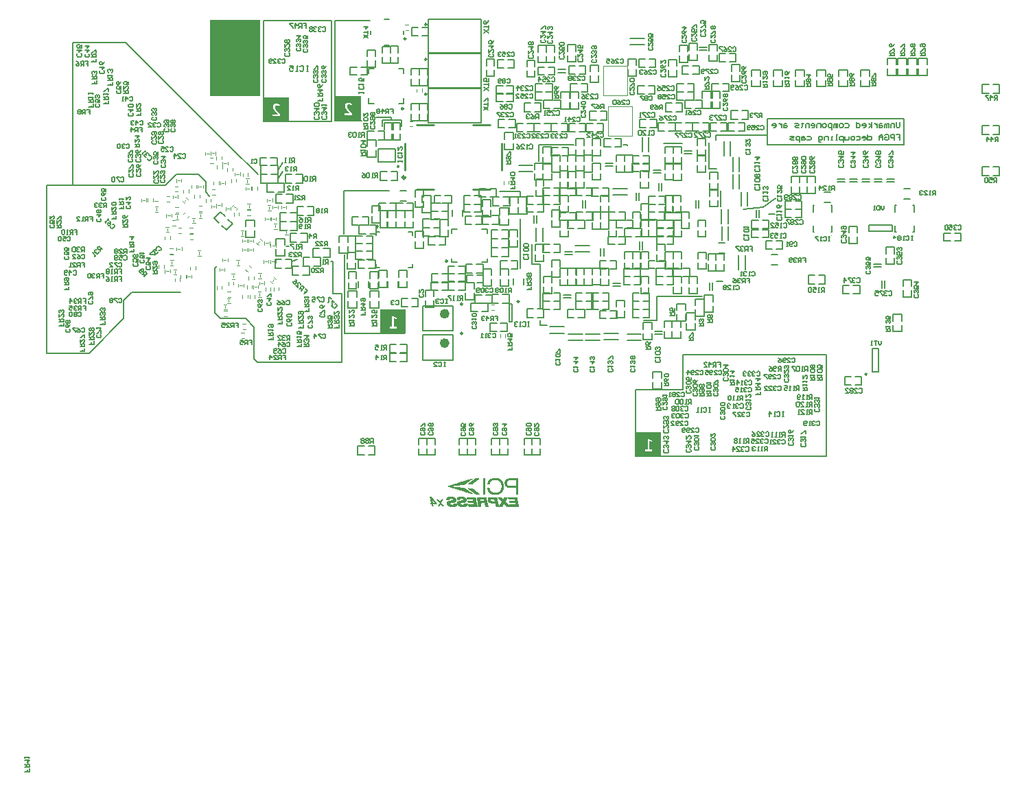
<source format=gbo>
G04 Layer_Color=32896*
%FSLAX44Y44*%
%MOMM*%
G71*
G01*
G75*
%ADD11C,0.2000*%
%ADD16C,0.1500*%
%ADD96C,0.1000*%
%ADD98C,0.2500*%
%ADD100C,0.6000*%
%ADD103C,0.3500*%
%ADD158C,0.1270*%
%ADD159C,0.2540*%
%ADD161C,0.0254*%
G36*
X643549Y82121D02*
X643938Y80263D01*
X639427D01*
X639907Y77910D01*
X637794D01*
X637299Y80263D01*
X635906D01*
X635501Y82166D01*
X636910D01*
X635381Y89434D01*
X637344D01*
X643549Y82121D01*
D02*
G37*
G36*
X649858Y82181D02*
X653694Y77910D01*
X650922D01*
X648868Y80233D01*
X647655Y77910D01*
X645257D01*
X647370Y81911D01*
X643503Y86257D01*
X646246D01*
X648359Y83889D01*
X649573Y86257D01*
X651971D01*
X649858Y82181D01*
D02*
G37*
G36*
X426250Y584000D02*
X363880Y584000D01*
X364011Y678000D01*
X426250Y678000D01*
X426250Y584000D01*
D02*
G37*
%LPC*%
G36*
X638273Y85778D02*
X639023Y82166D01*
X641301D01*
X638273Y85778D01*
D02*
G37*
%LPD*%
D11*
X987750Y530250D02*
Y536000D01*
X1051750D01*
X1220500Y523750D02*
Y556250D01*
X1051750Y523750D02*
X1220500D01*
X1051750D02*
Y556250D01*
X1220500D01*
X529500Y467000D02*
X585250D01*
X529500Y414250D02*
Y467000D01*
X529750Y291500D02*
Y388250D01*
Y291500D02*
X603504D01*
X746500Y371250D02*
Y432250D01*
X761000Y376500D02*
Y401000D01*
Y376500D02*
X771250D01*
Y323000D02*
Y376500D01*
X771000Y301500D02*
Y307250D01*
Y301500D02*
X780000D01*
X899250Y307250D02*
X915000D01*
Y337000D01*
X971000D01*
X994250Y447750D02*
Y467250D01*
X979500Y494000D02*
X989250D01*
X979500D02*
Y526250D01*
X923750Y525500D02*
X946250D01*
X879000Y523000D02*
Y524000D01*
X874000D02*
X879000D01*
X769250Y523750D02*
X812750D01*
X769250Y504000D02*
Y523750D01*
X1209500Y449250D02*
X1210500D01*
X1231500D02*
X1232500D01*
X1209500Y416250D02*
X1210500D01*
X1231500D02*
X1232500D01*
X1209500Y441350D02*
Y449250D01*
Y416250D02*
Y424150D01*
X1232500Y441350D02*
Y449250D01*
Y416250D02*
Y424150D01*
X1130000Y416250D02*
X1131000D01*
X1108000D02*
X1109000D01*
X1130000Y449250D02*
X1131000D01*
X1108000D02*
X1109000D01*
X1131000Y416250D02*
Y424150D01*
Y441350D02*
Y449250D01*
X1108000Y416250D02*
Y424150D01*
Y441350D02*
Y449250D01*
X662250Y419500D02*
X668750D01*
X662250Y414750D02*
Y419500D01*
X699750D02*
X706250D01*
Y414750D02*
Y419500D01*
Y379000D02*
Y383750D01*
X699750Y379000D02*
X706250D01*
X662250D02*
X668750D01*
X662250D02*
Y383750D01*
X571750Y503000D02*
X571750Y519000D01*
X592750Y503000D02*
Y519000D01*
X571750D02*
X592750D01*
X571750Y503000D02*
X592750Y503000D01*
X613500Y412375D02*
Y416875D01*
X609000D02*
X613500D01*
Y372375D02*
Y376875D01*
X609000Y372375D02*
X613500D01*
X569000D02*
X573500D01*
X569000D02*
Y376875D01*
Y412375D02*
Y416875D01*
X573500D01*
X663500Y258250D02*
Y289250D01*
X626500Y258250D02*
Y289250D01*
X663500D01*
X626500Y258250D02*
X663500D01*
Y294500D02*
Y325500D01*
X626500Y294500D02*
Y325500D01*
X663500D01*
X626500Y294500D02*
X663500D01*
X560000Y581500D02*
X560000Y575250D01*
X566250Y575250D01*
X560000Y612000D02*
Y618250D01*
X566250Y618250D01*
X596750Y618250D02*
X603000D01*
Y612000D02*
Y618250D01*
X603000Y581500D02*
X603000Y575250D01*
X596750Y575250D02*
X603000Y575250D01*
X746750Y461750D02*
Y466250D01*
X721750D02*
X746750D01*
X1124000Y139500D02*
Y264750D01*
X889000Y139500D02*
X1124000D01*
X889000D02*
Y222000D01*
X947500D01*
Y264750D01*
X1124000D01*
X733250Y327750D02*
X736250D01*
X733250Y305750D02*
X736250D01*
Y327750D01*
X733250Y305750D02*
Y327750D01*
X485500Y621748D02*
X483167D01*
X484334D01*
Y614750D01*
X485500D01*
X483167D01*
X475003Y620581D02*
X476170Y621748D01*
X478502D01*
X479669Y620581D01*
Y615916D01*
X478502Y614750D01*
X476170D01*
X475003Y615916D01*
X472671Y614750D02*
X470338D01*
X471505D01*
Y621748D01*
X472671Y620581D01*
X462174Y621748D02*
X466839D01*
Y618249D01*
X464507Y619415D01*
X463340D01*
X462174Y618249D01*
Y615916D01*
X463340Y614750D01*
X465673D01*
X466839Y615916D01*
X1215250Y552360D02*
Y546529D01*
X1214084Y545362D01*
X1211751D01*
X1210585Y546529D01*
Y552360D01*
X1208252Y545362D02*
Y550028D01*
X1204753D01*
X1203587Y548861D01*
Y545362D01*
X1201255D02*
Y550028D01*
X1200088D01*
X1198922Y548861D01*
Y545362D01*
Y548861D01*
X1197756Y550028D01*
X1196589Y548861D01*
Y545362D01*
X1193091Y550028D02*
X1190758D01*
X1189592Y548861D01*
Y545362D01*
X1193091D01*
X1194257Y546529D01*
X1193091Y547695D01*
X1189592D01*
X1187259Y550028D02*
Y545362D01*
Y547695D01*
X1186093Y548861D01*
X1184926Y550028D01*
X1183760D01*
X1180261Y545362D02*
Y552360D01*
Y547695D02*
X1176762Y550028D01*
X1180261Y547695D02*
X1176762Y545362D01*
X1169765D02*
X1172097D01*
X1173263Y546529D01*
Y548861D01*
X1172097Y550028D01*
X1169765D01*
X1168598Y548861D01*
Y547695D01*
X1173263D01*
X1161601Y552360D02*
Y545362D01*
X1165099D01*
X1166266Y546529D01*
Y548861D01*
X1165099Y550028D01*
X1161601D01*
X1147605D02*
X1151104D01*
X1152270Y548861D01*
Y546529D01*
X1151104Y545362D01*
X1147605D01*
X1144106D02*
X1141774D01*
X1140607Y546529D01*
Y548861D01*
X1141774Y550028D01*
X1144106D01*
X1145273Y548861D01*
Y546529D01*
X1144106Y545362D01*
X1138275D02*
Y550028D01*
X1137108D01*
X1135942Y548861D01*
Y545362D01*
Y548861D01*
X1134776Y550028D01*
X1133610Y548861D01*
Y545362D01*
X1131277Y543030D02*
Y550028D01*
X1127778D01*
X1126612Y548861D01*
Y546529D01*
X1127778Y545362D01*
X1131277D01*
X1123113D02*
X1120780D01*
X1119614Y546529D01*
Y548861D01*
X1120780Y550028D01*
X1123113D01*
X1124279Y548861D01*
Y546529D01*
X1123113Y545362D01*
X1117281D02*
Y550028D01*
X1113783D01*
X1112616Y548861D01*
Y545362D01*
X1106785D02*
X1109117D01*
X1110284Y546529D01*
Y548861D01*
X1109117Y550028D01*
X1106785D01*
X1105619Y548861D01*
Y547695D01*
X1110284D01*
X1103286Y545362D02*
Y550028D01*
X1099787D01*
X1098621Y548861D01*
Y545362D01*
X1095122Y551194D02*
Y550028D01*
X1096288D01*
X1093956D01*
X1095122D01*
Y546529D01*
X1093956Y545362D01*
X1090457D02*
X1086958D01*
X1085792Y546529D01*
X1086958Y547695D01*
X1089290D01*
X1090457Y548861D01*
X1089290Y550028D01*
X1085792D01*
X1075295D02*
X1072962D01*
X1071796Y548861D01*
Y545362D01*
X1075295D01*
X1076461Y546529D01*
X1075295Y547695D01*
X1071796D01*
X1069464Y550028D02*
Y545362D01*
Y547695D01*
X1068297Y548861D01*
X1067131Y550028D01*
X1065965D01*
X1058967Y545362D02*
X1061300D01*
X1062466Y546529D01*
Y548861D01*
X1061300Y550028D01*
X1058967D01*
X1057801Y548861D01*
Y547695D01*
X1062466D01*
X1210585Y536830D02*
X1215250D01*
Y533331D01*
X1212917D01*
X1215250D01*
Y529833D01*
X1208252D02*
Y536830D01*
X1204753D01*
X1203587Y535664D01*
Y533331D01*
X1204753Y532165D01*
X1208252D01*
X1196589Y535664D02*
X1197756Y536830D01*
X1200088D01*
X1201255Y535664D01*
Y530999D01*
X1200088Y529833D01*
X1197756D01*
X1196589Y530999D01*
Y533331D01*
X1198922D01*
X1194257Y529833D02*
Y534498D01*
X1191924Y536830D01*
X1189592Y534498D01*
Y529833D01*
Y533331D01*
X1194257D01*
X1175596Y536830D02*
Y529833D01*
X1179095D01*
X1180261Y530999D01*
Y533331D01*
X1179095Y534498D01*
X1175596D01*
X1169765Y529833D02*
X1172097D01*
X1173263Y530999D01*
Y533331D01*
X1172097Y534498D01*
X1169765D01*
X1168598Y533331D01*
Y532165D01*
X1173263D01*
X1161601Y534498D02*
X1165099D01*
X1166266Y533331D01*
Y530999D01*
X1165099Y529833D01*
X1161601D01*
X1158102D02*
X1155769D01*
X1154603Y530999D01*
Y533331D01*
X1155769Y534498D01*
X1158102D01*
X1159268Y533331D01*
Y530999D01*
X1158102Y529833D01*
X1152270Y534498D02*
Y530999D01*
X1151104Y529833D01*
X1147605D01*
Y534498D01*
X1145273Y527500D02*
Y534498D01*
X1141774D01*
X1140607Y533331D01*
Y530999D01*
X1141774Y529833D01*
X1145273D01*
X1138275D02*
X1135942D01*
X1137108D01*
Y536830D01*
X1138275D01*
X1132443Y529833D02*
X1130111D01*
X1131277D01*
Y534498D01*
X1132443D01*
X1126612Y529833D02*
Y534498D01*
X1123113D01*
X1121947Y533331D01*
Y529833D01*
X1117281Y527500D02*
X1116115D01*
X1114949Y528666D01*
Y534498D01*
X1118448D01*
X1119614Y533331D01*
Y530999D01*
X1118448Y529833D01*
X1114949D01*
X1100953Y534498D02*
X1104452D01*
X1105619Y533331D01*
Y530999D01*
X1104452Y529833D01*
X1100953D01*
X1097455Y534498D02*
X1095122D01*
X1093956Y533331D01*
Y529833D01*
X1097455D01*
X1098621Y530999D01*
X1097455Y532165D01*
X1093956D01*
X1091623Y527500D02*
Y534498D01*
X1088124D01*
X1086958Y533331D01*
Y530999D01*
X1088124Y529833D01*
X1091623D01*
X1084625D02*
X1081126D01*
X1079960Y530999D01*
X1081126Y532165D01*
X1083459D01*
X1084625Y533331D01*
X1083459Y534498D01*
X1079960D01*
D16*
X569250Y558250D02*
X588000D01*
Y554500D02*
Y558250D01*
X576250Y547250D02*
Y554500D01*
X600750D01*
Y547250D02*
Y554500D01*
X518500Y677000D02*
X561500D01*
X518500Y554000D02*
Y677000D01*
X358750Y465250D02*
X363250Y460750D01*
X358750Y465250D02*
Y478750D01*
X349500Y488000D02*
X358750Y478750D01*
X447750Y493000D02*
X454250Y502250D01*
X448500Y483000D02*
X454250Y491000D01*
X163000Y266750D02*
Y435000D01*
Y266750D02*
X214750D01*
X514250Y553000D02*
Y632250D01*
X437250Y553000D02*
X514250D01*
X163000Y474500D02*
X309500D01*
X163000Y435000D02*
Y474500D01*
X214750Y266750D02*
X257750Y309750D01*
X309500Y474500D02*
X323000Y488000D01*
X349500D01*
X457750Y398500D02*
X461750D01*
X465750Y379750D02*
X471500Y383000D01*
X418500Y260000D02*
Y299000D01*
X408000Y309500D02*
X418500Y299000D01*
X377000Y309500D02*
X408000D01*
X370250Y316250D02*
X377000Y309500D01*
X370250Y316250D02*
Y371500D01*
X372750Y374000D01*
X418500Y260000D02*
X422500Y256000D01*
X526500D01*
Y340250D01*
X515250D02*
X526500D01*
X515250D02*
Y379750D01*
X512750D02*
X515250D01*
X195000Y650000D02*
X260250D01*
X389500Y520750D01*
X423000Y487250D01*
X257750Y309750D02*
Y332000D01*
X267750Y342000D01*
X327500D01*
X579500Y646750D02*
X585500Y646750D01*
X602500Y660750D02*
X602500Y664750D01*
X579500Y678750D02*
X585500Y678750D01*
X562500Y660750D02*
X562500Y664750D01*
X1053500Y438500D02*
X1061250D01*
X1046750Y447000D02*
X1062000Y457750D01*
X1021750Y444750D02*
X1046750Y447000D01*
X430250Y553000D02*
X437250D01*
X430250D02*
Y677000D01*
X514250D01*
Y632250D02*
Y677000D01*
X518500Y554000D02*
X551000D01*
X195000Y474500D02*
Y650000D01*
X470750Y491500D02*
Y496998D01*
X468001D01*
X467085Y496082D01*
Y494249D01*
X468001Y493333D01*
X470750D01*
X468917D02*
X467085Y491500D01*
X465252D02*
X463419D01*
X464335D01*
Y496998D01*
X465252Y496082D01*
X460670D02*
X459754Y496998D01*
X457921D01*
X457005Y496082D01*
Y495165D01*
X457921Y494249D01*
X458837D01*
X457921D01*
X457005Y493333D01*
Y492416D01*
X457921Y491500D01*
X459754D01*
X460670Y492416D01*
X494250Y479500D02*
Y484998D01*
X491501D01*
X490584Y484082D01*
Y482249D01*
X491501Y481333D01*
X494250D01*
X492417D02*
X490584Y479500D01*
X488752D02*
X486919D01*
X487835D01*
Y484998D01*
X488752Y484082D01*
X484170D02*
X483254Y484998D01*
X481421D01*
X480504Y484082D01*
Y480416D01*
X481421Y479500D01*
X483254D01*
X484170Y480416D01*
Y484082D01*
X1216332Y380666D02*
X1217248Y379749D01*
Y377916D01*
X1216332Y377000D01*
X1212666D01*
X1211750Y377916D01*
Y379749D01*
X1212666Y380666D01*
X1216332Y382498D02*
X1217248Y383415D01*
Y385247D01*
X1216332Y386164D01*
X1215415D01*
X1214499Y385247D01*
Y384331D01*
Y385247D01*
X1213583Y386164D01*
X1212666D01*
X1211750Y385247D01*
Y383415D01*
X1212666Y382498D01*
X1217248Y391662D02*
Y387996D01*
X1214499D01*
X1215415Y389829D01*
Y390746D01*
X1214499Y391662D01*
X1212666D01*
X1211750Y390746D01*
Y388913D01*
X1212666Y387996D01*
X1216332Y393495D02*
X1217248Y394411D01*
Y396244D01*
X1216332Y397160D01*
X1215415D01*
X1214499Y396244D01*
Y395327D01*
Y396244D01*
X1213583Y397160D01*
X1212666D01*
X1211750Y396244D01*
Y394411D01*
X1212666Y393495D01*
X1098332Y492915D02*
X1099248Y491999D01*
Y490166D01*
X1098332Y489250D01*
X1094666D01*
X1093750Y490166D01*
Y491999D01*
X1094666Y492915D01*
X1093750Y498414D02*
Y494748D01*
X1097415Y498414D01*
X1098332D01*
X1099248Y497497D01*
Y495665D01*
X1098332Y494748D01*
X1094666Y500246D02*
X1093750Y501163D01*
Y502995D01*
X1094666Y503912D01*
X1098332D01*
X1099248Y502995D01*
Y501163D01*
X1098332Y500246D01*
X1097415D01*
X1096499Y501163D01*
Y503912D01*
X1098332Y505745D02*
X1099248Y506661D01*
Y508494D01*
X1098332Y509410D01*
X1094666D01*
X1093750Y508494D01*
Y506661D01*
X1094666Y505745D01*
X1098332D01*
X1164585Y222332D02*
X1165501Y223248D01*
X1167334D01*
X1168250Y222332D01*
Y218666D01*
X1167334Y217750D01*
X1165501D01*
X1164585Y218666D01*
X1159086Y217750D02*
X1162752D01*
X1159086Y221416D01*
Y222332D01*
X1160003Y223248D01*
X1161835D01*
X1162752Y222332D01*
X1157254D02*
X1156337Y223248D01*
X1154504D01*
X1153588Y222332D01*
Y221416D01*
X1154504Y220499D01*
X1153588Y219583D01*
Y218666D01*
X1154504Y217750D01*
X1156337D01*
X1157254Y218666D01*
Y219583D01*
X1156337Y220499D01*
X1157254Y221416D01*
Y222332D01*
X1156337Y220499D02*
X1154504D01*
X1148090Y217750D02*
X1151755D01*
X1148090Y221416D01*
Y222332D01*
X1149006Y223248D01*
X1150839D01*
X1151755Y222332D01*
X1147832Y406916D02*
X1148748Y405999D01*
Y404166D01*
X1147832Y403250D01*
X1144166D01*
X1143250Y404166D01*
Y405999D01*
X1144166Y406916D01*
X1147832Y408748D02*
X1148748Y409665D01*
Y411497D01*
X1147832Y412414D01*
X1146916D01*
X1145999Y411497D01*
Y410581D01*
Y411497D01*
X1145083Y412414D01*
X1144166D01*
X1143250Y411497D01*
Y409665D01*
X1144166Y408748D01*
X1143250Y416996D02*
X1148748D01*
X1145999Y414246D01*
Y417912D01*
X1144166Y419745D02*
X1143250Y420661D01*
Y422494D01*
X1144166Y423410D01*
X1147832D01*
X1148748Y422494D01*
Y420661D01*
X1147832Y419745D01*
X1146916D01*
X1145999Y420661D01*
Y423410D01*
X1287085Y423832D02*
X1288001Y424748D01*
X1289834D01*
X1290750Y423832D01*
Y420166D01*
X1289834Y419250D01*
X1288001D01*
X1287085Y420166D01*
X1285252Y423832D02*
X1284335Y424748D01*
X1282503D01*
X1281586Y423832D01*
Y422915D01*
X1282503Y421999D01*
X1283419D01*
X1282503D01*
X1281586Y421083D01*
Y420166D01*
X1282503Y419250D01*
X1284335D01*
X1285252Y420166D01*
X1276088Y424748D02*
X1279754D01*
Y421999D01*
X1277921Y422915D01*
X1277004D01*
X1276088Y421999D01*
Y420166D01*
X1277004Y419250D01*
X1278837D01*
X1279754Y420166D01*
X1274255Y423832D02*
X1273339Y424748D01*
X1271506D01*
X1270590Y423832D01*
Y420166D01*
X1271506Y419250D01*
X1273339D01*
X1274255Y420166D01*
Y423832D01*
X909332Y644416D02*
X910248Y643499D01*
Y641666D01*
X909332Y640750D01*
X905666D01*
X904750Y641666D01*
Y643499D01*
X905666Y644416D01*
X904750Y649914D02*
Y646248D01*
X908416Y649914D01*
X909332D01*
X910248Y648997D01*
Y647165D01*
X909332Y646248D01*
X910248Y655412D02*
Y651746D01*
X907499D01*
X908416Y653579D01*
Y654495D01*
X907499Y655412D01*
X905666D01*
X904750Y654495D01*
Y652663D01*
X905666Y651746D01*
X910248Y660910D02*
Y657245D01*
X907499D01*
X908416Y659077D01*
Y659994D01*
X907499Y660910D01*
X905666D01*
X904750Y659994D01*
Y658161D01*
X905666Y657245D01*
X1180250Y597250D02*
X1185748D01*
Y599999D01*
X1184832Y600915D01*
X1182999D01*
X1182083Y599999D01*
Y597250D01*
Y599083D02*
X1180250Y600915D01*
X1184832Y602748D02*
X1185748Y603665D01*
Y605497D01*
X1184832Y606414D01*
X1183915D01*
X1182999Y605497D01*
X1182083Y606414D01*
X1181166D01*
X1180250Y605497D01*
Y603665D01*
X1181166Y602748D01*
X1182083D01*
X1182999Y603665D01*
X1183915Y602748D01*
X1184832D01*
X1182999Y603665D02*
Y605497D01*
X1185748Y608246D02*
Y611912D01*
X1184832D01*
X1181166Y608246D01*
X1180250D01*
X1153250Y597250D02*
X1158748D01*
Y599999D01*
X1157832Y600915D01*
X1155999D01*
X1155083Y599999D01*
Y597250D01*
Y599083D02*
X1153250Y600915D01*
X1157832Y602748D02*
X1158748Y603665D01*
Y605497D01*
X1157832Y606414D01*
X1156916D01*
X1155999Y605497D01*
X1155083Y606414D01*
X1154166D01*
X1153250Y605497D01*
Y603665D01*
X1154166Y602748D01*
X1155083D01*
X1155999Y603665D01*
X1156916Y602748D01*
X1157832D01*
X1155999Y603665D02*
Y605497D01*
X1158748Y611912D02*
X1157832Y610079D01*
X1155999Y608246D01*
X1154166D01*
X1153250Y609163D01*
Y610995D01*
X1154166Y611912D01*
X1155083D01*
X1155999Y610995D01*
Y608246D01*
X1126250Y596750D02*
X1131748D01*
Y599499D01*
X1130832Y600415D01*
X1128999D01*
X1128083Y599499D01*
Y596750D01*
Y598583D02*
X1126250Y600415D01*
X1130832Y602248D02*
X1131748Y603165D01*
Y604997D01*
X1130832Y605914D01*
X1129915D01*
X1128999Y604997D01*
X1128083Y605914D01*
X1127166D01*
X1126250Y604997D01*
Y603165D01*
X1127166Y602248D01*
X1128083D01*
X1128999Y603165D01*
X1129915Y602248D01*
X1130832D01*
X1128999Y603165D02*
Y604997D01*
X1131748Y611412D02*
Y607746D01*
X1128999D01*
X1129915Y609579D01*
Y610495D01*
X1128999Y611412D01*
X1127166D01*
X1126250Y610495D01*
Y608663D01*
X1127166Y607746D01*
X1099750Y596250D02*
X1105248D01*
Y598999D01*
X1104332Y599916D01*
X1102499D01*
X1101583Y598999D01*
Y596250D01*
Y598083D02*
X1099750Y599916D01*
X1104332Y601748D02*
X1105248Y602665D01*
Y604497D01*
X1104332Y605414D01*
X1103416D01*
X1102499Y604497D01*
X1101583Y605414D01*
X1100666D01*
X1099750Y604497D01*
Y602665D01*
X1100666Y601748D01*
X1101583D01*
X1102499Y602665D01*
X1103416Y601748D01*
X1104332D01*
X1102499Y602665D02*
Y604497D01*
X1099750Y609995D02*
X1105248D01*
X1102499Y607246D01*
Y610912D01*
X1032335Y366832D02*
X1033251Y367748D01*
X1035084D01*
X1036000Y366832D01*
Y363166D01*
X1035084Y362250D01*
X1033251D01*
X1032335Y363166D01*
X1030502Y362250D02*
X1028669D01*
X1029585D01*
Y367748D01*
X1030502Y366832D01*
X1025920D02*
X1025004Y367748D01*
X1023171D01*
X1022254Y366832D01*
Y365915D01*
X1023171Y364999D01*
X1024087D01*
X1023171D01*
X1022254Y364083D01*
Y363166D01*
X1023171Y362250D01*
X1025004D01*
X1025920Y363166D01*
X1020422Y362250D02*
X1018589D01*
X1019505D01*
Y367748D01*
X1020422Y366832D01*
X626832Y339665D02*
X627748Y338749D01*
Y336916D01*
X626832Y336000D01*
X623166D01*
X622250Y336916D01*
Y338749D01*
X623166Y339665D01*
X622250Y345164D02*
Y341498D01*
X625915Y345164D01*
X626832D01*
X627748Y344247D01*
Y342415D01*
X626832Y341498D01*
X582000Y259000D02*
Y264498D01*
X579251D01*
X578335Y263582D01*
Y261749D01*
X579251Y260833D01*
X582000D01*
X580167D02*
X578335Y259000D01*
X576502D02*
X574669D01*
X575585D01*
Y264498D01*
X576502Y263582D01*
X569171Y259000D02*
Y264498D01*
X571920Y261749D01*
X568255D01*
X582000Y271250D02*
Y276748D01*
X579251D01*
X578335Y275832D01*
Y273999D01*
X579251Y273083D01*
X582000D01*
X580167D02*
X578335Y271250D01*
X576502D02*
X574669D01*
X575585D01*
Y276748D01*
X576502Y275832D01*
X568255Y276748D02*
X571920D01*
Y273999D01*
X570087Y274916D01*
X569171D01*
X568255Y273999D01*
Y272166D01*
X569171Y271250D01*
X571004D01*
X571920Y272166D01*
X760748Y348915D02*
Y345250D01*
X757999D01*
Y347083D01*
Y345250D01*
X755250D01*
Y350748D02*
X760748D01*
Y353497D01*
X759832Y354414D01*
X757999D01*
X757083Y353497D01*
Y350748D01*
Y352581D02*
X755250Y354414D01*
X759832Y356246D02*
X760748Y357163D01*
Y358996D01*
X759832Y359912D01*
X758915D01*
X757999Y358996D01*
Y358079D01*
Y358996D01*
X757083Y359912D01*
X756166D01*
X755250Y358996D01*
Y357163D01*
X756166Y356246D01*
X759832Y361745D02*
X760748Y362661D01*
Y364494D01*
X759832Y365410D01*
X758915D01*
X757999Y364494D01*
X757083Y365410D01*
X756166D01*
X755250Y364494D01*
Y362661D01*
X756166Y361745D01*
X757083D01*
X757999Y362661D01*
X758915Y361745D01*
X759832D01*
X757999Y362661D02*
Y364494D01*
X1084585Y403332D02*
X1085501Y404248D01*
X1087334D01*
X1088250Y403332D01*
Y399666D01*
X1087334Y398750D01*
X1085501D01*
X1084585Y399666D01*
X1082752D02*
X1081835Y398750D01*
X1080003D01*
X1079086Y399666D01*
Y403332D01*
X1080003Y404248D01*
X1081835D01*
X1082752Y403332D01*
Y402416D01*
X1081835Y401499D01*
X1079086D01*
X1077254Y398750D02*
X1075421D01*
X1076337D01*
Y404248D01*
X1077254Y403332D01*
X735750Y341750D02*
Y347248D01*
X733001D01*
X732085Y346332D01*
Y344499D01*
X733001Y343583D01*
X735750D01*
X733917D02*
X732085Y341750D01*
X730252D02*
X728419D01*
X729335D01*
Y347248D01*
X730252Y346332D01*
X725670D02*
X724753Y347248D01*
X722921D01*
X722004Y346332D01*
Y342666D01*
X722921Y341750D01*
X724753D01*
X725670Y342666D01*
Y346332D01*
X720172Y342666D02*
X719255Y341750D01*
X717423D01*
X716506Y342666D01*
Y346332D01*
X717423Y347248D01*
X719255D01*
X720172Y346332D01*
Y345415D01*
X719255Y344499D01*
X716506D01*
X1104750Y233250D02*
X1110248D01*
Y235999D01*
X1109332Y236915D01*
X1107499D01*
X1106583Y235999D01*
Y233250D01*
Y235083D02*
X1104750Y236915D01*
Y238748D02*
Y240581D01*
Y239665D01*
X1110248D01*
X1109332Y238748D01*
Y243330D02*
X1110248Y244246D01*
Y246079D01*
X1109332Y246996D01*
X1105666D01*
X1104750Y246079D01*
Y244246D01*
X1105666Y243330D01*
X1109332D01*
Y248828D02*
X1110248Y249745D01*
Y251577D01*
X1109332Y252494D01*
X1108416D01*
X1107499Y251577D01*
X1106583Y252494D01*
X1105666D01*
X1104750Y251577D01*
Y249745D01*
X1105666Y248828D01*
X1106583D01*
X1107499Y249745D01*
X1108416Y248828D01*
X1109332D01*
X1107499Y249745D02*
Y251577D01*
X914500Y196750D02*
X919998D01*
Y199499D01*
X919082Y200415D01*
X917249D01*
X916333Y199499D01*
Y196750D01*
Y198583D02*
X914500Y200415D01*
X915416Y202248D02*
X914500Y203165D01*
Y204997D01*
X915416Y205914D01*
X919082D01*
X919998Y204997D01*
Y203165D01*
X919082Y202248D01*
X918166D01*
X917249Y203165D01*
Y205914D01*
X915416Y207746D02*
X914500Y208663D01*
Y210495D01*
X915416Y211412D01*
X919082D01*
X919998Y210495D01*
Y208663D01*
X919082Y207746D01*
X918166D01*
X917249Y208663D01*
Y211412D01*
X957750Y204250D02*
Y209748D01*
X955001D01*
X954084Y208832D01*
Y206999D01*
X955001Y206083D01*
X957750D01*
X955917D02*
X954084Y204250D01*
X952252D02*
X950419D01*
X951335D01*
Y209748D01*
X952252Y208832D01*
X947670D02*
X946754Y209748D01*
X944921D01*
X944005Y208832D01*
Y205166D01*
X944921Y204250D01*
X946754D01*
X947670Y205166D01*
Y208832D01*
X942172D02*
X941255Y209748D01*
X939423D01*
X938506Y208832D01*
Y205166D01*
X939423Y204250D01*
X941255D01*
X942172Y205166D01*
Y208832D01*
X978250Y305000D02*
X983748D01*
Y307749D01*
X982832Y308666D01*
X980999D01*
X980083Y307749D01*
Y305000D01*
Y306833D02*
X978250Y308666D01*
X982832Y310498D02*
X983748Y311415D01*
Y313247D01*
X982832Y314164D01*
X981916D01*
X980999Y313247D01*
X980083Y314164D01*
X979166D01*
X978250Y313247D01*
Y311415D01*
X979166Y310498D01*
X980083D01*
X980999Y311415D01*
X981916Y310498D01*
X982832D01*
X980999Y311415D02*
Y313247D01*
X955000Y282500D02*
X960498D01*
Y285249D01*
X959582Y286166D01*
X957749D01*
X956833Y285249D01*
Y282500D01*
Y284333D02*
X955000Y286166D01*
X960498Y287998D02*
Y291664D01*
X959582D01*
X955916Y287998D01*
X955000D01*
X902000Y271500D02*
X907498D01*
Y274249D01*
X906582Y275166D01*
X904749D01*
X903833Y274249D01*
Y271500D01*
Y273333D02*
X902000Y275166D01*
X907498Y280664D02*
X906582Y278831D01*
X904749Y276998D01*
X902916D01*
X902000Y277915D01*
Y279747D01*
X902916Y280664D01*
X903833D01*
X904749Y279747D01*
Y276998D01*
X931500Y313500D02*
X936998D01*
Y316249D01*
X936082Y317166D01*
X934249D01*
X933333Y316249D01*
Y313500D01*
Y315333D02*
X931500Y317166D01*
X936998Y322664D02*
Y318998D01*
X934249D01*
X935165Y320831D01*
Y321747D01*
X934249Y322664D01*
X932416D01*
X931500Y321747D01*
Y319915D01*
X932416Y318998D01*
X967750Y300250D02*
X973248D01*
Y302999D01*
X972332Y303916D01*
X970499D01*
X969583Y302999D01*
Y300250D01*
Y302083D02*
X967750Y303916D01*
X972332Y305748D02*
X973248Y306665D01*
Y308497D01*
X972332Y309414D01*
X971415D01*
X970499Y308497D01*
Y307581D01*
Y308497D01*
X969583Y309414D01*
X968666D01*
X967750Y308497D01*
Y306665D01*
X968666Y305748D01*
X758000Y305498D02*
X756167D01*
X757084D01*
Y300000D01*
X758000D01*
X756167D01*
X749753Y304582D02*
X750669Y305498D01*
X752502D01*
X753418Y304582D01*
Y300916D01*
X752502Y300000D01*
X750669D01*
X749753Y300916D01*
X747920Y300000D02*
X746087D01*
X747004D01*
Y305498D01*
X747920Y304582D01*
X743338D02*
X742422Y305498D01*
X740589D01*
X739673Y304582D01*
Y303666D01*
X740589Y302749D01*
X741505D01*
X740589D01*
X739673Y301833D01*
Y300916D01*
X740589Y300000D01*
X742422D01*
X743338Y300916D01*
X1026085Y359248D02*
X1029750D01*
Y356499D01*
X1027917D01*
X1029750D01*
Y353750D01*
X1024252D02*
Y359248D01*
X1021503D01*
X1020586Y358332D01*
Y356499D01*
X1021503Y355583D01*
X1024252D01*
X1022419D02*
X1020586Y353750D01*
X1018754Y358332D02*
X1017837Y359248D01*
X1016004D01*
X1015088Y358332D01*
Y357416D01*
X1016004Y356499D01*
X1016921D01*
X1016004D01*
X1015088Y355583D01*
Y354666D01*
X1016004Y353750D01*
X1017837D01*
X1018754Y354666D01*
X1009590Y359248D02*
X1011423Y358332D01*
X1013255Y356499D01*
Y354666D01*
X1012339Y353750D01*
X1010506D01*
X1009590Y354666D01*
Y355583D01*
X1010506Y356499D01*
X1013255D01*
X736748Y274415D02*
Y270750D01*
X733999D01*
Y272583D01*
Y270750D01*
X731250D01*
Y276248D02*
X736748D01*
Y278997D01*
X735832Y279914D01*
X733999D01*
X733083Y278997D01*
Y276248D01*
Y278081D02*
X731250Y279914D01*
Y284496D02*
X736748D01*
X733999Y281746D01*
Y285412D01*
X736748Y290910D02*
Y287245D01*
X733999D01*
X734915Y289077D01*
Y289994D01*
X733999Y290910D01*
X732166D01*
X731250Y289994D01*
Y288161D01*
X732166Y287245D01*
X715584Y312498D02*
X719250D01*
Y309749D01*
X717417D01*
X719250D01*
Y307000D01*
X713752D02*
Y312498D01*
X711003D01*
X710086Y311582D01*
Y309749D01*
X711003Y308833D01*
X713752D01*
X711919D02*
X710086Y307000D01*
X705505D02*
Y312498D01*
X708254Y309749D01*
X704588D01*
X702755Y311582D02*
X701839Y312498D01*
X700006D01*
X699090Y311582D01*
Y310665D01*
X700006Y309749D01*
X700923D01*
X700006D01*
X699090Y308833D01*
Y307916D01*
X700006Y307000D01*
X701839D01*
X702755Y307916D01*
X990085Y255498D02*
X993750D01*
Y252749D01*
X991917D01*
X993750D01*
Y250000D01*
X988252D02*
Y255498D01*
X985503D01*
X984586Y254582D01*
Y252749D01*
X985503Y251833D01*
X988252D01*
X986419D02*
X984586Y250000D01*
X980005D02*
Y255498D01*
X982754Y252749D01*
X979088D01*
X973590Y250000D02*
X977255D01*
X973590Y253666D01*
Y254582D01*
X974506Y255498D01*
X976339D01*
X977255Y254582D01*
X1012834Y349582D02*
X1013751Y350498D01*
X1015584D01*
X1016500Y349582D01*
Y345916D01*
X1015584Y345000D01*
X1013751D01*
X1012834Y345916D01*
X1011002Y345000D02*
X1009169D01*
X1010085D01*
Y350498D01*
X1011002Y349582D01*
X1002755Y345000D02*
X1006420D01*
X1002755Y348666D01*
Y349582D01*
X1003671Y350498D01*
X1005504D01*
X1006420Y349582D01*
X1000922D02*
X1000005Y350498D01*
X998173D01*
X997256Y349582D01*
Y348666D01*
X998173Y347749D01*
X997256Y346833D01*
Y345916D01*
X998173Y345000D01*
X1000005D01*
X1000922Y345916D01*
Y346833D01*
X1000005Y347749D01*
X1000922Y348666D01*
Y349582D01*
X1000005Y347749D02*
X998173D01*
X730334Y604582D02*
X731251Y605498D01*
X733084D01*
X734000Y604582D01*
Y600916D01*
X733084Y600000D01*
X731251D01*
X730334Y600916D01*
X728502Y604582D02*
X727585Y605498D01*
X725753D01*
X724836Y604582D01*
Y603666D01*
X725753Y602749D01*
X724836Y601833D01*
Y600916D01*
X725753Y600000D01*
X727585D01*
X728502Y600916D01*
Y601833D01*
X727585Y602749D01*
X728502Y603666D01*
Y604582D01*
X727585Y602749D02*
X725753D01*
X723004Y600916D02*
X722087Y600000D01*
X720255D01*
X719338Y600916D01*
Y604582D01*
X720255Y605498D01*
X722087D01*
X723004Y604582D01*
Y603666D01*
X722087Y602749D01*
X719338D01*
X905835Y583332D02*
X906751Y584248D01*
X908584D01*
X909500Y583332D01*
Y579666D01*
X908584Y578750D01*
X906751D01*
X905835Y579666D01*
X904002Y583332D02*
X903085Y584248D01*
X901253D01*
X900336Y583332D01*
Y582416D01*
X901253Y581499D01*
X900336Y580583D01*
Y579666D01*
X901253Y578750D01*
X903085D01*
X904002Y579666D01*
Y580583D01*
X903085Y581499D01*
X904002Y582416D01*
Y583332D01*
X903085Y581499D02*
X901253D01*
X898504Y584248D02*
X894838D01*
Y583332D01*
X898504Y579666D01*
Y578750D01*
X732834Y573082D02*
X733751Y573998D01*
X735584D01*
X736500Y573082D01*
Y569416D01*
X735584Y568500D01*
X733751D01*
X732834Y569416D01*
X731002Y573082D02*
X730085Y573998D01*
X728253D01*
X727336Y573082D01*
Y572165D01*
X728253Y571249D01*
X727336Y570333D01*
Y569416D01*
X728253Y568500D01*
X730085D01*
X731002Y569416D01*
Y570333D01*
X730085Y571249D01*
X731002Y572165D01*
Y573082D01*
X730085Y571249D02*
X728253D01*
X721838Y573998D02*
X723671Y573082D01*
X725504Y571249D01*
Y569416D01*
X724587Y568500D01*
X722755D01*
X721838Y569416D01*
Y570333D01*
X722755Y571249D01*
X725504D01*
X1177832Y368666D02*
X1178748Y367749D01*
Y365916D01*
X1177832Y365000D01*
X1174166D01*
X1173250Y365916D01*
Y367749D01*
X1174166Y368666D01*
X1177832Y370498D02*
X1178748Y371415D01*
Y373247D01*
X1177832Y374164D01*
X1176916D01*
X1175999Y373247D01*
Y372331D01*
Y373247D01*
X1175083Y374164D01*
X1174166D01*
X1173250Y373247D01*
Y371415D01*
X1174166Y370498D01*
X1178748Y379662D02*
Y375996D01*
X1175999D01*
X1176916Y377829D01*
Y378745D01*
X1175999Y379662D01*
X1174166D01*
X1173250Y378745D01*
Y376913D01*
X1174166Y375996D01*
X1178748Y385160D02*
Y381495D01*
X1175999D01*
X1176916Y383327D01*
Y384244D01*
X1175999Y385160D01*
X1174166D01*
X1173250Y384244D01*
Y382411D01*
X1174166Y381495D01*
X1190332Y499665D02*
X1191248Y498749D01*
Y496916D01*
X1190332Y496000D01*
X1186666D01*
X1185750Y496916D01*
Y498749D01*
X1186666Y499665D01*
X1190332Y501498D02*
X1191248Y502415D01*
Y504247D01*
X1190332Y505164D01*
X1189416D01*
X1188499Y504247D01*
Y503331D01*
Y504247D01*
X1187583Y505164D01*
X1186666D01*
X1185750Y504247D01*
Y502415D01*
X1186666Y501498D01*
X1185750Y509745D02*
X1191248D01*
X1188499Y506996D01*
Y510662D01*
X1190332Y512495D02*
X1191248Y513411D01*
Y515244D01*
X1190332Y516160D01*
X1189416D01*
X1188499Y515244D01*
X1187583Y516160D01*
X1186666D01*
X1185750Y515244D01*
Y513411D01*
X1186666Y512495D01*
X1187583D01*
X1188499Y513411D01*
X1189416Y512495D01*
X1190332D01*
X1188499Y513411D02*
Y515244D01*
X1205832Y499665D02*
X1206748Y498749D01*
Y496916D01*
X1205832Y496000D01*
X1202166D01*
X1201250Y496916D01*
Y498749D01*
X1202166Y499665D01*
X1205832Y501498D02*
X1206748Y502415D01*
Y504247D01*
X1205832Y505164D01*
X1204915D01*
X1203999Y504247D01*
Y503331D01*
Y504247D01*
X1203083Y505164D01*
X1202166D01*
X1201250Y504247D01*
Y502415D01*
X1202166Y501498D01*
X1201250Y509745D02*
X1206748D01*
X1203999Y506996D01*
Y510662D01*
X1206748Y512495D02*
Y516160D01*
X1205832D01*
X1202166Y512495D01*
X1201250D01*
X1174832Y499665D02*
X1175748Y498749D01*
Y496916D01*
X1174832Y496000D01*
X1171166D01*
X1170250Y496916D01*
Y498749D01*
X1171166Y499665D01*
X1174832Y501498D02*
X1175748Y502415D01*
Y504247D01*
X1174832Y505164D01*
X1173915D01*
X1172999Y504247D01*
Y503331D01*
Y504247D01*
X1172083Y505164D01*
X1171166D01*
X1170250Y504247D01*
Y502415D01*
X1171166Y501498D01*
X1170250Y509745D02*
X1175748D01*
X1172999Y506996D01*
Y510662D01*
X1175748Y516160D02*
X1174832Y514327D01*
X1172999Y512495D01*
X1171166D01*
X1170250Y513411D01*
Y515244D01*
X1171166Y516160D01*
X1172083D01*
X1172999Y515244D01*
Y512495D01*
X1144332Y499665D02*
X1145248Y498749D01*
Y496916D01*
X1144332Y496000D01*
X1140666D01*
X1139750Y496916D01*
Y498749D01*
X1140666Y499665D01*
X1144332Y501498D02*
X1145248Y502415D01*
Y504247D01*
X1144332Y505164D01*
X1143416D01*
X1142499Y504247D01*
Y503331D01*
Y504247D01*
X1141583Y505164D01*
X1140666D01*
X1139750Y504247D01*
Y502415D01*
X1140666Y501498D01*
X1139750Y509745D02*
X1145248D01*
X1142499Y506996D01*
Y510662D01*
X1145248Y516160D02*
Y512495D01*
X1142499D01*
X1143416Y514327D01*
Y515244D01*
X1142499Y516160D01*
X1140666D01*
X1139750Y515244D01*
Y513411D01*
X1140666Y512495D01*
X1159332Y499416D02*
X1160248Y498499D01*
Y496666D01*
X1159332Y495750D01*
X1155666D01*
X1154750Y496666D01*
Y498499D01*
X1155666Y499416D01*
X1159332Y501248D02*
X1160248Y502165D01*
Y503997D01*
X1159332Y504914D01*
X1158416D01*
X1157499Y503997D01*
Y503081D01*
Y503997D01*
X1156583Y504914D01*
X1155666D01*
X1154750Y503997D01*
Y502165D01*
X1155666Y501248D01*
X1154750Y509496D02*
X1160248D01*
X1157499Y506746D01*
Y510412D01*
X1154750Y514994D02*
X1160248D01*
X1157499Y512245D01*
Y515910D01*
X1038585Y243332D02*
X1039501Y244248D01*
X1041334D01*
X1042250Y243332D01*
Y239666D01*
X1041334Y238750D01*
X1039501D01*
X1038585Y239666D01*
X1036752Y243332D02*
X1035835Y244248D01*
X1034003D01*
X1033086Y243332D01*
Y242416D01*
X1034003Y241499D01*
X1034919D01*
X1034003D01*
X1033086Y240583D01*
Y239666D01*
X1034003Y238750D01*
X1035835D01*
X1036752Y239666D01*
X1031254Y243332D02*
X1030337Y244248D01*
X1028504D01*
X1027588Y243332D01*
Y242416D01*
X1028504Y241499D01*
X1029421D01*
X1028504D01*
X1027588Y240583D01*
Y239666D01*
X1028504Y238750D01*
X1030337D01*
X1031254Y239666D01*
X1025755Y243332D02*
X1024839Y244248D01*
X1023006D01*
X1022090Y243332D01*
Y242416D01*
X1023006Y241499D01*
X1023923D01*
X1023006D01*
X1022090Y240583D01*
Y239666D01*
X1023006Y238750D01*
X1024839D01*
X1025755Y239666D01*
X712585Y290332D02*
X713501Y291248D01*
X715334D01*
X716250Y290332D01*
Y286666D01*
X715334Y285750D01*
X713501D01*
X712585Y286666D01*
X710752Y290332D02*
X709835Y291248D01*
X708003D01*
X707086Y290332D01*
Y289415D01*
X708003Y288499D01*
X708919D01*
X708003D01*
X707086Y287583D01*
Y286666D01*
X708003Y285750D01*
X709835D01*
X710752Y286666D01*
X705254Y285750D02*
X703421D01*
X704337D01*
Y291248D01*
X705254Y290332D01*
X700672Y285750D02*
X698839D01*
X699755D01*
Y291248D01*
X700672Y290332D01*
X692082Y300415D02*
X692998Y299499D01*
Y297666D01*
X692082Y296750D01*
X688416D01*
X687500Y297666D01*
Y299499D01*
X688416Y300415D01*
X692082Y302248D02*
X692998Y303165D01*
Y304997D01*
X692082Y305914D01*
X691165D01*
X690249Y304997D01*
Y304081D01*
Y304997D01*
X689333Y305914D01*
X688416D01*
X687500Y304997D01*
Y303165D01*
X688416Y302248D01*
X687500Y307746D02*
Y309579D01*
Y308663D01*
X692998D01*
X692082Y307746D01*
Y312328D02*
X692998Y313245D01*
Y315077D01*
X692082Y315994D01*
X688416D01*
X687500Y315077D01*
Y313245D01*
X688416Y312328D01*
X692082D01*
X950085Y200332D02*
X951001Y201248D01*
X952834D01*
X953750Y200332D01*
Y196666D01*
X952834Y195750D01*
X951001D01*
X950085Y196666D01*
X948252Y200332D02*
X947335Y201248D01*
X945503D01*
X944586Y200332D01*
Y199415D01*
X945503Y198499D01*
X946419D01*
X945503D01*
X944586Y197583D01*
Y196666D01*
X945503Y195750D01*
X947335D01*
X948252Y196666D01*
X942754Y200332D02*
X941837Y201248D01*
X940005D01*
X939088Y200332D01*
Y196666D01*
X940005Y195750D01*
X941837D01*
X942754Y196666D01*
Y200332D01*
X937255D02*
X936339Y201248D01*
X934506D01*
X933590Y200332D01*
Y199415D01*
X934506Y198499D01*
X933590Y197583D01*
Y196666D01*
X934506Y195750D01*
X936339D01*
X937255Y196666D01*
Y197583D01*
X936339Y198499D01*
X937255Y199415D01*
Y200332D01*
X936339Y198499D02*
X934506D01*
X956332Y220916D02*
X957248Y219999D01*
Y218166D01*
X956332Y217250D01*
X952666D01*
X951750Y218166D01*
Y219999D01*
X952666Y220916D01*
X956332Y222748D02*
X957248Y223665D01*
Y225497D01*
X956332Y226414D01*
X955415D01*
X954499Y225497D01*
Y224581D01*
Y225497D01*
X953583Y226414D01*
X952666D01*
X951750Y225497D01*
Y223665D01*
X952666Y222748D01*
X956332Y228246D02*
X957248Y229163D01*
Y230996D01*
X956332Y231912D01*
X952666D01*
X951750Y230996D01*
Y229163D01*
X952666Y228246D01*
X956332D01*
X957248Y237410D02*
Y233745D01*
X954499D01*
X955415Y235577D01*
Y236494D01*
X954499Y237410D01*
X952666D01*
X951750Y236494D01*
Y234661D01*
X952666Y233745D01*
X950334Y191332D02*
X951251Y192248D01*
X953084D01*
X954000Y191332D01*
Y187666D01*
X953084Y186750D01*
X951251D01*
X950334Y187666D01*
X948502Y191332D02*
X947585Y192248D01*
X945753D01*
X944836Y191332D01*
Y190415D01*
X945753Y189499D01*
X946669D01*
X945753D01*
X944836Y188583D01*
Y187666D01*
X945753Y186750D01*
X947585D01*
X948502Y187666D01*
X943004Y191332D02*
X942087Y192248D01*
X940255D01*
X939338Y191332D01*
Y187666D01*
X940255Y186750D01*
X942087D01*
X943004Y187666D01*
Y191332D01*
X937505D02*
X936589Y192248D01*
X934756D01*
X933840Y191332D01*
Y190415D01*
X934756Y189499D01*
X935673D01*
X934756D01*
X933840Y188583D01*
Y187666D01*
X934756Y186750D01*
X936589D01*
X937505Y187666D01*
X928582Y172416D02*
X929498Y171499D01*
Y169666D01*
X928582Y168750D01*
X924916D01*
X924000Y169666D01*
Y171499D01*
X924916Y172416D01*
X924000Y177914D02*
Y174248D01*
X927665Y177914D01*
X928582D01*
X929498Y176997D01*
Y175165D01*
X928582Y174248D01*
X924916Y179746D02*
X924000Y180663D01*
Y182495D01*
X924916Y183412D01*
X928582D01*
X929498Y182495D01*
Y180663D01*
X928582Y179746D01*
X927665D01*
X926749Y180663D01*
Y183412D01*
X928582Y185245D02*
X929498Y186161D01*
Y187994D01*
X928582Y188910D01*
X927665D01*
X926749Y187994D01*
Y187077D01*
Y187994D01*
X925833Y188910D01*
X924916D01*
X924000Y187994D01*
Y186161D01*
X924916Y185245D01*
X949585Y182332D02*
X950501Y183248D01*
X952334D01*
X953250Y182332D01*
Y178666D01*
X952334Y177750D01*
X950501D01*
X949585Y178666D01*
X944086Y177750D02*
X947752D01*
X944086Y181416D01*
Y182332D01*
X945003Y183248D01*
X946835D01*
X947752Y182332D01*
X942254Y178666D02*
X941337Y177750D01*
X939504D01*
X938588Y178666D01*
Y182332D01*
X939504Y183248D01*
X941337D01*
X942254Y182332D01*
Y181416D01*
X941337Y180499D01*
X938588D01*
X933090Y177750D02*
X936755D01*
X933090Y181416D01*
Y182332D01*
X934006Y183248D01*
X935839D01*
X936755Y182332D01*
X927332Y200916D02*
X928248Y199999D01*
Y198166D01*
X927332Y197250D01*
X923666D01*
X922750Y198166D01*
Y199999D01*
X923666Y200916D01*
X922750Y206414D02*
Y202748D01*
X926415Y206414D01*
X927332D01*
X928248Y205497D01*
Y203665D01*
X927332Y202748D01*
X923666Y208246D02*
X922750Y209163D01*
Y210996D01*
X923666Y211912D01*
X927332D01*
X928248Y210996D01*
Y209163D01*
X927332Y208246D01*
X926415D01*
X925499Y209163D01*
Y211912D01*
X922750Y213745D02*
Y215577D01*
Y214661D01*
X928248D01*
X927332Y213745D01*
X558998Y655750D02*
X553500Y659416D01*
X558998D02*
X553500Y655750D01*
X558998Y661248D02*
Y664914D01*
Y663081D01*
X553500D01*
Y669495D02*
X558998D01*
X556249Y666746D01*
Y670412D01*
X483582Y642166D02*
X484498Y641249D01*
Y639416D01*
X483582Y638500D01*
X479916D01*
X479000Y639416D01*
Y641249D01*
X479916Y642166D01*
X483582Y643998D02*
X484498Y644915D01*
Y646747D01*
X483582Y647664D01*
X482665D01*
X481749Y646747D01*
Y645831D01*
Y646747D01*
X480833Y647664D01*
X479916D01*
X479000Y646747D01*
Y644915D01*
X479916Y643998D01*
X483582Y649496D02*
X484498Y650413D01*
Y652245D01*
X483582Y653162D01*
X482665D01*
X481749Y652245D01*
Y651329D01*
Y652245D01*
X480833Y653162D01*
X479916D01*
X479000Y652245D01*
Y650413D01*
X479916Y649496D01*
X484498Y658660D02*
Y654995D01*
X481749D01*
X482665Y656827D01*
Y657744D01*
X481749Y658660D01*
X479916D01*
X479000Y657744D01*
Y655911D01*
X479916Y654995D01*
X475082Y643416D02*
X475998Y642499D01*
Y640666D01*
X475082Y639750D01*
X471416D01*
X470500Y640666D01*
Y642499D01*
X471416Y643416D01*
X475082Y645248D02*
X475998Y646165D01*
Y647997D01*
X475082Y648914D01*
X474165D01*
X473249Y647997D01*
Y647081D01*
Y647997D01*
X472333Y648914D01*
X471416D01*
X470500Y647997D01*
Y646165D01*
X471416Y645248D01*
X475082Y650746D02*
X475998Y651663D01*
Y653495D01*
X475082Y654412D01*
X474165D01*
X473249Y653495D01*
Y652579D01*
Y653495D01*
X472333Y654412D01*
X471416D01*
X470500Y653495D01*
Y651663D01*
X471416Y650746D01*
X470500Y658994D02*
X475998D01*
X473249Y656245D01*
Y659910D01*
X564000Y300750D02*
X569498D01*
Y303499D01*
X568582Y304415D01*
X566749D01*
X565833Y303499D01*
Y300750D01*
Y302583D02*
X564000Y304415D01*
Y306248D02*
Y308081D01*
Y307165D01*
X569498D01*
X568582Y306248D01*
X564000Y314496D02*
Y310830D01*
X567665Y314496D01*
X568582D01*
X569498Y313579D01*
Y311746D01*
X568582Y310830D01*
X569498Y319994D02*
Y316328D01*
X566749D01*
X567665Y318161D01*
Y319077D01*
X566749Y319994D01*
X564916D01*
X564000Y319077D01*
Y317245D01*
X564916Y316328D01*
X536250Y300750D02*
X541748D01*
Y303499D01*
X540832Y304415D01*
X538999D01*
X538083Y303499D01*
Y300750D01*
Y302583D02*
X536250Y304415D01*
Y306248D02*
Y308081D01*
Y307165D01*
X541748D01*
X540832Y306248D01*
X536250Y314496D02*
Y310830D01*
X539916Y314496D01*
X540832D01*
X541748Y313579D01*
Y311746D01*
X540832Y310830D01*
X536250Y319994D02*
Y316328D01*
X539916Y319994D01*
X540832D01*
X541748Y319077D01*
Y317245D01*
X540832Y316328D01*
X555498Y317915D02*
Y314250D01*
X552749D01*
Y316083D01*
Y314250D01*
X550000D01*
Y319748D02*
X555498D01*
Y322497D01*
X554582Y323414D01*
X552749D01*
X551833Y322497D01*
Y319748D01*
Y321581D02*
X550000Y323414D01*
Y327995D02*
X555498D01*
X552749Y325246D01*
Y328912D01*
X550916Y330745D02*
X550000Y331661D01*
Y333494D01*
X550916Y334410D01*
X554582D01*
X555498Y333494D01*
Y331661D01*
X554582Y330745D01*
X553666D01*
X552749Y331661D01*
Y334410D01*
X740248Y473415D02*
Y469750D01*
X737499D01*
Y471583D01*
Y469750D01*
X734750D01*
Y475248D02*
X740248D01*
Y477997D01*
X739332Y478914D01*
X737499D01*
X736583Y477997D01*
Y475248D01*
Y477081D02*
X734750Y478914D01*
Y483495D02*
X740248D01*
X737499Y480746D01*
Y484412D01*
X739332Y486245D02*
X740248Y487161D01*
Y488994D01*
X739332Y489910D01*
X735666D01*
X734750Y488994D01*
Y487161D01*
X735666Y486245D01*
X739332D01*
X928582Y147915D02*
X929498Y146999D01*
Y145166D01*
X928582Y144250D01*
X924916D01*
X924000Y145166D01*
Y146999D01*
X924916Y147915D01*
X928582Y149748D02*
X929498Y150665D01*
Y152497D01*
X928582Y153414D01*
X927665D01*
X926749Y152497D01*
Y151581D01*
Y152497D01*
X925833Y153414D01*
X924916D01*
X924000Y152497D01*
Y150665D01*
X924916Y149748D01*
X924000Y157996D02*
X929498D01*
X926749Y155246D01*
Y158912D01*
X928582Y160745D02*
X929498Y161661D01*
Y163494D01*
X928582Y164410D01*
X927665D01*
X926749Y163494D01*
Y162577D01*
Y163494D01*
X925833Y164410D01*
X924916D01*
X924000Y163494D01*
Y161661D01*
X924916Y160745D01*
X1201335Y342582D02*
X1202251Y343498D01*
X1204084D01*
X1205000Y342582D01*
Y338916D01*
X1204084Y338000D01*
X1202251D01*
X1201335Y338916D01*
X1199502Y342582D02*
X1198585Y343498D01*
X1196753D01*
X1195836Y342582D01*
Y341665D01*
X1196753Y340749D01*
X1197669D01*
X1196753D01*
X1195836Y339833D01*
Y338916D01*
X1196753Y338000D01*
X1198585D01*
X1199502Y338916D01*
X1194004Y343498D02*
X1190338D01*
Y342582D01*
X1194004Y338916D01*
Y338000D01*
X1184840Y343498D02*
X1188505D01*
Y340749D01*
X1186673Y341665D01*
X1185756D01*
X1184840Y340749D01*
Y338916D01*
X1185756Y338000D01*
X1187589D01*
X1188505Y338916D01*
X945334Y217582D02*
X946251Y218498D01*
X948084D01*
X949000Y217582D01*
Y213916D01*
X948084Y213000D01*
X946251D01*
X945334Y213916D01*
X939836Y213000D02*
X943502D01*
X939836Y216665D01*
Y217582D01*
X940753Y218498D01*
X942585D01*
X943502Y217582D01*
X938004D02*
X937087Y218498D01*
X935255D01*
X934338Y217582D01*
Y216665D01*
X935255Y215749D01*
X934338Y214833D01*
Y213916D01*
X935255Y213000D01*
X937087D01*
X938004Y213916D01*
Y214833D01*
X937087Y215749D01*
X938004Y216665D01*
Y217582D01*
X937087Y215749D02*
X935255D01*
X932505Y213000D02*
X930673D01*
X931589D01*
Y218498D01*
X932505Y217582D01*
X1197750Y293500D02*
X1203248D01*
Y296249D01*
X1202332Y297166D01*
X1200499D01*
X1199583Y296249D01*
Y293500D01*
Y295333D02*
X1197750Y297166D01*
Y298998D02*
Y300831D01*
Y299915D01*
X1203248D01*
X1202332Y298998D01*
Y303580D02*
X1203248Y304496D01*
Y306329D01*
X1202332Y307246D01*
X1201415D01*
X1200499Y306329D01*
Y305413D01*
Y306329D01*
X1199583Y307246D01*
X1198666D01*
X1197750Y306329D01*
Y304496D01*
X1198666Y303580D01*
X1203248Y312744D02*
Y309078D01*
X1200499D01*
X1201415Y310911D01*
Y311827D01*
X1200499Y312744D01*
X1198666D01*
X1197750Y311827D01*
Y309995D01*
X1198666Y309078D01*
X1237326Y339171D02*
X1238242Y338255D01*
Y336422D01*
X1237326Y335506D01*
X1233661D01*
X1232744Y336422D01*
Y338255D01*
X1233661Y339171D01*
X1237326Y341004D02*
X1238242Y341920D01*
Y343753D01*
X1237326Y344669D01*
X1236410D01*
X1235493Y343753D01*
Y342837D01*
Y343753D01*
X1234577Y344669D01*
X1233661D01*
X1232744Y343753D01*
Y341920D01*
X1233661Y341004D01*
X1238242Y350168D02*
Y346502D01*
X1235493D01*
X1236410Y348335D01*
Y349251D01*
X1235493Y350168D01*
X1233661D01*
X1232744Y349251D01*
Y347419D01*
X1233661Y346502D01*
X1232744Y354749D02*
X1238242D01*
X1235493Y352000D01*
Y355666D01*
X981250Y199748D02*
X979417D01*
X980334D01*
Y194250D01*
X981250D01*
X979417D01*
X973003Y198832D02*
X973919Y199748D01*
X975752D01*
X976668Y198832D01*
Y195166D01*
X975752Y194250D01*
X973919D01*
X973003Y195166D01*
X971170Y194250D02*
X969337D01*
X970254D01*
Y199748D01*
X971170Y198832D01*
X966588Y194250D02*
X964755D01*
X965672D01*
Y199748D01*
X966588Y198832D01*
X998582Y189165D02*
X999498Y188249D01*
Y186416D01*
X998582Y185500D01*
X994916D01*
X994000Y186416D01*
Y188249D01*
X994916Y189165D01*
X998582Y190998D02*
X999498Y191915D01*
Y193747D01*
X998582Y194664D01*
X997665D01*
X996749Y193747D01*
Y192831D01*
Y193747D01*
X995833Y194664D01*
X994916D01*
X994000Y193747D01*
Y191915D01*
X994916Y190998D01*
X998582Y196497D02*
X999498Y197413D01*
Y199246D01*
X998582Y200162D01*
X994916D01*
X994000Y199246D01*
Y197413D01*
X994916Y196497D01*
X998582D01*
Y201995D02*
X999498Y202911D01*
Y204744D01*
X998582Y205660D01*
X994916D01*
X994000Y204744D01*
Y202911D01*
X994916Y201995D01*
X998582D01*
X1162085Y358582D02*
X1163001Y359498D01*
X1164834D01*
X1165750Y358582D01*
Y354916D01*
X1164834Y354000D01*
X1163001D01*
X1162085Y354916D01*
X1160252Y358582D02*
X1159335Y359498D01*
X1157503D01*
X1156586Y358582D01*
Y357665D01*
X1157503Y356749D01*
X1158419D01*
X1157503D01*
X1156586Y355833D01*
Y354916D01*
X1157503Y354000D01*
X1159335D01*
X1160252Y354916D01*
X1154754Y359498D02*
X1151088D01*
Y358582D01*
X1154754Y354916D01*
Y354000D01*
X1146506D02*
Y359498D01*
X1149255Y356749D01*
X1145590D01*
X1121750Y342250D02*
Y347748D01*
X1119001D01*
X1118084Y346832D01*
Y344999D01*
X1119001Y344083D01*
X1121750D01*
X1119917D02*
X1118084Y342250D01*
X1116252D02*
X1114419D01*
X1115335D01*
Y347748D01*
X1116252Y346832D01*
X1108005Y347748D02*
X1111670D01*
Y344999D01*
X1109837Y345915D01*
X1108921D01*
X1108005Y344999D01*
Y343166D01*
X1108921Y342250D01*
X1110754D01*
X1111670Y343166D01*
X1106172Y346832D02*
X1105255Y347748D01*
X1103423D01*
X1102506Y346832D01*
Y343166D01*
X1103423Y342250D01*
X1105255D01*
X1106172Y343166D01*
Y346832D01*
X238546Y578205D02*
Y574539D01*
X235797D01*
Y576372D01*
Y574539D01*
X233048D01*
Y580038D02*
X238546D01*
Y582787D01*
X237629Y583703D01*
X235797D01*
X234880Y582787D01*
Y580038D01*
Y581870D02*
X233048Y583703D01*
Y585536D02*
Y587369D01*
Y586452D01*
X238546D01*
X237629Y585536D01*
X238546Y590118D02*
Y593783D01*
X237629D01*
X233964Y590118D01*
X233048D01*
X418335Y505582D02*
X419251Y506498D01*
X421084D01*
X422000Y505582D01*
Y501916D01*
X421084Y501000D01*
X419251D01*
X418335Y501916D01*
X416502Y501000D02*
X414669D01*
X415585D01*
Y506498D01*
X416502Y505582D01*
X593084Y331082D02*
X594001Y331998D01*
X595834D01*
X596750Y331082D01*
Y327416D01*
X595834Y326500D01*
X594001D01*
X593084Y327416D01*
X591252Y331082D02*
X590335Y331998D01*
X588503D01*
X587586Y331082D01*
Y330165D01*
X588503Y329249D01*
X589419D01*
X588503D01*
X587586Y328333D01*
Y327416D01*
X588503Y326500D01*
X590335D01*
X591252Y327416D01*
X654250Y255748D02*
X652417D01*
X653334D01*
Y250250D01*
X654250D01*
X652417D01*
X646003Y254832D02*
X646919Y255748D01*
X648752D01*
X649668Y254832D01*
Y251166D01*
X648752Y250250D01*
X646919D01*
X646003Y251166D01*
X640505Y250250D02*
X644170D01*
X640505Y253916D01*
Y254832D01*
X641421Y255748D01*
X643254D01*
X644170Y254832D01*
X656750Y333748D02*
X654917D01*
X655834D01*
Y328250D01*
X656750D01*
X654917D01*
X648503Y332832D02*
X649419Y333748D01*
X651252D01*
X652168Y332832D01*
Y329166D01*
X651252Y328250D01*
X649419D01*
X648503Y329166D01*
X646670Y332832D02*
X645753Y333748D01*
X643921D01*
X643005Y332832D01*
Y331916D01*
X643921Y330999D01*
X644837D01*
X643921D01*
X643005Y330083D01*
Y329166D01*
X643921Y328250D01*
X645753D01*
X646670Y329166D01*
X510000Y377000D02*
Y382498D01*
X507251D01*
X506334Y381582D01*
Y379749D01*
X507251Y378833D01*
X510000D01*
X508167D02*
X506334Y377000D01*
X504502D02*
X502669D01*
X503585D01*
Y382498D01*
X504502Y381582D01*
X495250Y408750D02*
Y414248D01*
X492501D01*
X491585Y413332D01*
Y411499D01*
X492501Y410583D01*
X495250D01*
X493417D02*
X491585Y408750D01*
X487003D02*
Y414248D01*
X489752Y411499D01*
X486086D01*
X468500Y502250D02*
Y507748D01*
X465751D01*
X464835Y506832D01*
Y504999D01*
X465751Y504083D01*
X468500D01*
X466667D02*
X464835Y502250D01*
X463002D02*
X461169D01*
X462085D01*
Y507748D01*
X463002Y506832D01*
X458420Y502250D02*
X456587D01*
X457504D01*
Y507748D01*
X458420Y506832D01*
X473250Y467750D02*
Y473248D01*
X470501D01*
X469585Y472332D01*
Y470499D01*
X470501Y469583D01*
X473250D01*
X471417D02*
X469585Y467750D01*
X467752D02*
X465919D01*
X466835D01*
Y473248D01*
X467752Y472332D01*
X459505Y467750D02*
X463170D01*
X459505Y471415D01*
Y472332D01*
X460421Y473248D01*
X462254D01*
X463170Y472332D01*
X481000Y456250D02*
Y461748D01*
X478251D01*
X477335Y460832D01*
Y458999D01*
X478251Y458083D01*
X481000D01*
X479167D02*
X477335Y456250D01*
X471836D02*
X475502D01*
X471836Y459916D01*
Y460832D01*
X472753Y461748D01*
X474585D01*
X475502Y460832D01*
X470004Y456250D02*
X468171D01*
X469087D01*
Y461748D01*
X470004Y460832D01*
X924500Y226500D02*
X929998D01*
Y229249D01*
X929082Y230166D01*
X927249D01*
X926333Y229249D01*
Y226500D01*
Y228333D02*
X924500Y230166D01*
X929998Y235664D02*
X929082Y233831D01*
X927249Y231998D01*
X925416D01*
X924500Y232915D01*
Y234747D01*
X925416Y235664D01*
X926333D01*
X927249Y234747D01*
Y231998D01*
X929082Y237496D02*
X929998Y238413D01*
Y240245D01*
X929082Y241162D01*
X925416D01*
X924500Y240245D01*
Y238413D01*
X925416Y237496D01*
X929082D01*
X461082Y637165D02*
X461998Y636249D01*
Y634416D01*
X461082Y633500D01*
X457416D01*
X456500Y634416D01*
Y636249D01*
X457416Y637165D01*
X461082Y638998D02*
X461998Y639915D01*
Y641747D01*
X461082Y642664D01*
X460165D01*
X459249Y641747D01*
Y640831D01*
Y641747D01*
X458333Y642664D01*
X457416D01*
X456500Y641747D01*
Y639915D01*
X457416Y638998D01*
X456500Y648162D02*
Y644496D01*
X460165Y648162D01*
X461082D01*
X461998Y647245D01*
Y645413D01*
X461082Y644496D01*
Y649995D02*
X461998Y650911D01*
Y652744D01*
X461082Y653660D01*
X460165D01*
X459249Y652744D01*
X458333Y653660D01*
X457416D01*
X456500Y652744D01*
Y650911D01*
X457416Y649995D01*
X458333D01*
X459249Y650911D01*
X460165Y649995D01*
X461082D01*
X459249Y650911D02*
Y652744D01*
X453084Y629332D02*
X454001Y630248D01*
X455834D01*
X456750Y629332D01*
Y625666D01*
X455834Y624750D01*
X454001D01*
X453084Y625666D01*
X451252Y629332D02*
X450335Y630248D01*
X448503D01*
X447586Y629332D01*
Y628415D01*
X448503Y627499D01*
X449419D01*
X448503D01*
X447586Y626583D01*
Y625666D01*
X448503Y624750D01*
X450335D01*
X451252Y625666D01*
X442088Y624750D02*
X445754D01*
X442088Y628415D01*
Y629332D01*
X443004Y630248D01*
X444837D01*
X445754Y629332D01*
X440255Y625666D02*
X439339Y624750D01*
X437506D01*
X436590Y625666D01*
Y629332D01*
X437506Y630248D01*
X439339D01*
X440255Y629332D01*
Y628415D01*
X439339Y627499D01*
X436590D01*
X1334500Y477750D02*
Y483248D01*
X1331751D01*
X1330835Y482332D01*
Y480499D01*
X1331751Y479583D01*
X1334500D01*
X1332667D02*
X1330835Y477750D01*
X1325336Y483248D02*
X1329002D01*
Y480499D01*
X1327169Y481415D01*
X1326253D01*
X1325336Y480499D01*
Y478666D01*
X1326253Y477750D01*
X1328085D01*
X1329002Y478666D01*
X1323504Y482332D02*
X1322587Y483248D01*
X1320755D01*
X1319838Y482332D01*
Y478666D01*
X1320755Y477750D01*
X1322587D01*
X1323504Y478666D01*
Y482332D01*
X1005500Y227500D02*
X1010998D01*
Y230249D01*
X1010082Y231166D01*
X1008249D01*
X1007333Y230249D01*
Y227500D01*
Y229333D02*
X1005500Y231166D01*
Y232998D02*
Y234831D01*
Y233915D01*
X1010998D01*
X1010082Y232998D01*
X1005500Y237580D02*
Y239413D01*
Y238496D01*
X1010998D01*
X1010082Y237580D01*
X1005500Y244911D02*
X1010998D01*
X1008249Y242162D01*
Y245827D01*
X282750Y361250D02*
X286638Y365138D01*
X284694Y367082D01*
X283398Y367082D01*
X282102Y365786D01*
X282102Y364490D01*
X284046Y362546D01*
X282750Y363842D02*
X280158D01*
X279510Y365786D02*
X278214D01*
X276918Y367082D01*
Y368378D01*
X279510Y370970D01*
X280806Y370970D01*
X282102Y369674D01*
X282102Y368378D01*
X281454Y367730D01*
X280158D01*
X278214Y369674D01*
X204629Y636455D02*
X205546Y635539D01*
Y633706D01*
X204629Y632790D01*
X200964D01*
X200048Y633706D01*
Y635539D01*
X200964Y636455D01*
X200048Y641037D02*
X205546D01*
X202797Y638288D01*
Y641953D01*
X205546Y647451D02*
Y643786D01*
X202797D01*
X203713Y645619D01*
Y646535D01*
X202797Y647451D01*
X200964D01*
X200048Y646535D01*
Y644702D01*
X200964Y643786D01*
X232629Y615455D02*
X233546Y614539D01*
Y612706D01*
X232629Y611790D01*
X228964D01*
X228048Y612706D01*
Y614539D01*
X228964Y615455D01*
X228048Y620037D02*
X233546D01*
X230797Y617288D01*
Y620953D01*
X233546Y626451D02*
X232629Y624619D01*
X230797Y622786D01*
X228964D01*
X228048Y623702D01*
Y625535D01*
X228964Y626451D01*
X229880D01*
X230797Y625535D01*
Y622786D01*
X210084Y626998D02*
X213750D01*
Y624249D01*
X211917D01*
X213750D01*
Y621500D01*
X208252D02*
Y626998D01*
X205503D01*
X204586Y626082D01*
Y624249D01*
X205503Y623333D01*
X208252D01*
X206419D02*
X204586Y621500D01*
X199088Y626998D02*
X200921Y626082D01*
X202754Y624249D01*
Y622416D01*
X201837Y621500D01*
X200005D01*
X199088Y622416D01*
Y623333D01*
X200005Y624249D01*
X202754D01*
X223296Y630205D02*
Y626540D01*
X220547D01*
Y628372D01*
Y626540D01*
X217798D01*
Y632038D02*
X223296D01*
Y634787D01*
X222379Y635703D01*
X220547D01*
X219630Y634787D01*
Y632038D01*
Y633871D02*
X217798Y635703D01*
X223296Y637536D02*
Y641201D01*
X222379D01*
X218714Y637536D01*
X217798D01*
X251584Y370498D02*
X255250D01*
Y367749D01*
X253417D01*
X255250D01*
Y365000D01*
X249752D02*
Y370498D01*
X247003D01*
X246086Y369582D01*
Y367749D01*
X247003Y366833D01*
X249752D01*
X247919D02*
X246086Y365000D01*
X244254D02*
X242421D01*
X243337D01*
Y370498D01*
X244254Y369582D01*
X239672D02*
X238755Y370498D01*
X236923D01*
X236006Y369582D01*
Y368666D01*
X236923Y367749D01*
X236006Y366833D01*
Y365916D01*
X236923Y365000D01*
X238755D01*
X239672Y365916D01*
Y366833D01*
X238755Y367749D01*
X239672Y368666D01*
Y369582D01*
X238755Y367749D02*
X236923D01*
X395335Y303998D02*
X399000D01*
Y301249D01*
X397167D01*
X399000D01*
Y298500D01*
X393502D02*
Y303998D01*
X390753D01*
X389836Y303082D01*
Y301249D01*
X390753Y300333D01*
X393502D01*
X391669D02*
X389836Y298500D01*
X384338D02*
X388004D01*
X384338Y302166D01*
Y303082D01*
X385255Y303998D01*
X387087D01*
X388004Y303082D01*
X378840Y303998D02*
X382505D01*
Y301249D01*
X380673Y302166D01*
X379756D01*
X378840Y301249D01*
Y299416D01*
X379756Y298500D01*
X381589D01*
X382505Y299416D01*
X488250Y428750D02*
Y434248D01*
X485501D01*
X484585Y433332D01*
Y431499D01*
X485501Y430583D01*
X488250D01*
X486417D02*
X484585Y428750D01*
X482752D02*
X480919D01*
X481835D01*
Y434248D01*
X482752Y433332D01*
X474505Y434248D02*
X476337Y433332D01*
X478170Y431499D01*
Y429666D01*
X477254Y428750D01*
X475421D01*
X474505Y429666D01*
Y430583D01*
X475421Y431499D01*
X478170D01*
X508750Y440000D02*
Y445498D01*
X506001D01*
X505084Y444582D01*
Y442749D01*
X506001Y441833D01*
X508750D01*
X506917D02*
X505084Y440000D01*
X503252D02*
X501419D01*
X502335D01*
Y445498D01*
X503252Y444582D01*
X498670D02*
X497754Y445498D01*
X495921D01*
X495005Y444582D01*
Y443666D01*
X495921Y442749D01*
X495005Y441833D01*
Y440916D01*
X495921Y440000D01*
X497754D01*
X498670Y440916D01*
Y441833D01*
X497754Y442749D01*
X498670Y443666D01*
Y444582D01*
X497754Y442749D02*
X495921D01*
X504000Y366250D02*
Y371748D01*
X501251D01*
X500335Y370832D01*
Y368999D01*
X501251Y368083D01*
X504000D01*
X502167D02*
X500335Y366250D01*
X494836D02*
X498502D01*
X494836Y369916D01*
Y370832D01*
X495753Y371748D01*
X497585D01*
X498502Y370832D01*
X493004D02*
X492087Y371748D01*
X490255D01*
X489338Y370832D01*
Y367166D01*
X490255Y366250D01*
X492087D01*
X493004Y367166D01*
Y370832D01*
X508750Y399500D02*
Y404998D01*
X506001D01*
X505084Y404082D01*
Y402249D01*
X506001Y401333D01*
X508750D01*
X506917D02*
X505084Y399500D01*
X499586D02*
X503252D01*
X499586Y403166D01*
Y404082D01*
X500503Y404998D01*
X502335D01*
X503252Y404082D01*
X494088Y399500D02*
X497754D01*
X494088Y403166D01*
Y404082D01*
X495005Y404998D01*
X496837D01*
X497754Y404082D01*
X553498Y587750D02*
Y589583D01*
Y588666D01*
X548000D01*
Y587750D01*
Y589583D01*
X552582Y595997D02*
X553498Y595081D01*
Y593248D01*
X552582Y592332D01*
X548916D01*
X548000Y593248D01*
Y595081D01*
X548916Y595997D01*
X548000Y597830D02*
Y599663D01*
Y598746D01*
X553498D01*
X552582Y597830D01*
X553498Y606077D02*
Y602412D01*
X550749D01*
X551665Y604245D01*
Y605161D01*
X550749Y606077D01*
X548916D01*
X548000Y605161D01*
Y603328D01*
X548916Y602412D01*
X248248Y436416D02*
Y432750D01*
X245499D01*
Y434583D01*
Y432750D01*
X242750D01*
Y438248D02*
X248248D01*
Y440997D01*
X247332Y441914D01*
X245499D01*
X244583Y440997D01*
Y438248D01*
Y440081D02*
X242750Y441914D01*
Y447412D02*
Y443747D01*
X246416Y447412D01*
X247332D01*
X248248Y446496D01*
Y444663D01*
X247332Y443747D01*
Y449245D02*
X248248Y450161D01*
Y451994D01*
X247332Y452910D01*
X243666D01*
X242750Y451994D01*
Y450161D01*
X243666Y449245D01*
X247332D01*
X253379Y590955D02*
X254296Y590039D01*
Y588206D01*
X253379Y587290D01*
X249714D01*
X248798Y588206D01*
Y590039D01*
X249714Y590955D01*
X254296Y596453D02*
Y592788D01*
X251547D01*
X252463Y594621D01*
Y595537D01*
X251547Y596453D01*
X249714D01*
X248798Y595537D01*
Y593704D01*
X249714Y592788D01*
X254296Y601951D02*
X253379Y600119D01*
X251547Y598286D01*
X249714D01*
X248798Y599202D01*
Y601035D01*
X249714Y601951D01*
X250630D01*
X251547Y601035D01*
Y598286D01*
X224296Y603455D02*
Y599790D01*
X221547D01*
Y601622D01*
Y599790D01*
X218798D01*
Y605288D02*
X224296D01*
Y608037D01*
X223379Y608953D01*
X221547D01*
X220630Y608037D01*
Y605288D01*
Y607121D02*
X218798Y608953D01*
X223379Y610786D02*
X224296Y611702D01*
Y613535D01*
X223379Y614451D01*
X222463D01*
X221547Y613535D01*
Y612619D01*
Y613535D01*
X220630Y614451D01*
X219714D01*
X218798Y613535D01*
Y611702D01*
X219714Y610786D01*
X243796Y601455D02*
Y597790D01*
X241047D01*
Y599622D01*
Y597790D01*
X238298D01*
Y603288D02*
X243796D01*
Y606037D01*
X242879Y606953D01*
X241047D01*
X240130Y606037D01*
Y603288D01*
Y605121D02*
X238298Y606953D01*
Y608786D02*
Y610619D01*
Y609702D01*
X243796D01*
X242879Y608786D01*
Y613368D02*
X243796Y614284D01*
Y616117D01*
X242879Y617033D01*
X241963D01*
X241047Y616117D01*
Y615201D01*
Y616117D01*
X240130Y617033D01*
X239214D01*
X238298Y616117D01*
Y614284D01*
X239214Y613368D01*
X257798Y587290D02*
X263296D01*
Y590039D01*
X262379Y590955D01*
X260547D01*
X259630Y590039D01*
Y587290D01*
Y589122D02*
X257798Y590955D01*
Y596453D02*
Y592788D01*
X261463Y596453D01*
X262379D01*
X263296Y595537D01*
Y593704D01*
X262379Y592788D01*
X263296Y601951D02*
Y598286D01*
X260547D01*
X261463Y600119D01*
Y601035D01*
X260547Y601951D01*
X258714D01*
X257798Y601035D01*
Y599202D01*
X258714Y598286D01*
X265332Y448666D02*
X266248Y447749D01*
Y445916D01*
X265332Y445000D01*
X261666D01*
X260750Y445916D01*
Y447749D01*
X261666Y448666D01*
X260750Y453247D02*
X266248D01*
X263499Y450498D01*
Y454164D01*
X260750Y459662D02*
Y455997D01*
X264415Y459662D01*
X265332D01*
X266248Y458746D01*
Y456913D01*
X265332Y455997D01*
X214379Y636205D02*
X215296Y635289D01*
Y633456D01*
X214379Y632540D01*
X210714D01*
X209798Y633456D01*
Y635289D01*
X210714Y636205D01*
X209798Y640787D02*
X215296D01*
X212547Y638038D01*
Y641703D01*
X209798Y646285D02*
X215296D01*
X212547Y643536D01*
Y647201D01*
X227129Y574455D02*
X228046Y573539D01*
Y571706D01*
X227129Y570790D01*
X223464D01*
X222548Y571706D01*
Y573539D01*
X223464Y574455D01*
X228046Y579953D02*
Y576288D01*
X225297D01*
X226213Y578120D01*
Y579037D01*
X225297Y579953D01*
X223464D01*
X222548Y579037D01*
Y577204D01*
X223464Y576288D01*
X227129Y581786D02*
X228046Y582702D01*
Y584535D01*
X227129Y585452D01*
X226213D01*
X225297Y584535D01*
Y583619D01*
Y584535D01*
X224380Y585452D01*
X223464D01*
X222548Y584535D01*
Y582702D01*
X223464Y581786D01*
X234582Y459166D02*
X235498Y458249D01*
Y456417D01*
X234582Y455500D01*
X230916D01*
X230000Y456417D01*
Y458249D01*
X230916Y459166D01*
X235498Y464664D02*
X234582Y462831D01*
X232749Y460998D01*
X230916D01*
X230000Y461915D01*
Y463747D01*
X230916Y464664D01*
X231833D01*
X232749Y463747D01*
Y460998D01*
X235498Y470162D02*
Y466497D01*
X232749D01*
X233666Y468329D01*
Y469246D01*
X232749Y470162D01*
X230916D01*
X230000Y469246D01*
Y467413D01*
X230916Y466497D01*
X257748Y448666D02*
Y445000D01*
X254999D01*
Y446833D01*
Y445000D01*
X252250D01*
Y450498D02*
X257748D01*
Y453247D01*
X256832Y454164D01*
X254999D01*
X254083Y453247D01*
Y450498D01*
Y452331D02*
X252250Y454164D01*
Y455997D02*
Y457829D01*
Y456913D01*
X257748D01*
X256832Y455997D01*
X220046Y574455D02*
Y570790D01*
X217297D01*
Y572622D01*
Y570790D01*
X214548D01*
Y576288D02*
X220046D01*
Y579037D01*
X219129Y579953D01*
X217297D01*
X216380Y579037D01*
Y576288D01*
Y578120D02*
X214548Y579953D01*
Y581786D02*
Y583619D01*
Y582702D01*
X220046D01*
X219129Y581786D01*
X214548Y586368D02*
Y588201D01*
Y587284D01*
X220046D01*
X219129Y586368D01*
X297129Y558205D02*
X298046Y557289D01*
Y555456D01*
X297129Y554540D01*
X293464D01*
X292548Y555456D01*
Y557289D01*
X293464Y558205D01*
X297129Y560038D02*
X298046Y560954D01*
Y562787D01*
X297129Y563703D01*
X296213D01*
X295297Y562787D01*
Y561870D01*
Y562787D01*
X294380Y563703D01*
X293464D01*
X292548Y562787D01*
Y560954D01*
X293464Y560038D01*
X297129Y565536D02*
X298046Y566452D01*
Y568285D01*
X297129Y569202D01*
X296213D01*
X295297Y568285D01*
Y567369D01*
Y568285D01*
X294380Y569202D01*
X293464D01*
X292548Y568285D01*
Y566452D01*
X293464Y565536D01*
X320129Y543955D02*
X321046Y543039D01*
Y541206D01*
X320129Y540289D01*
X316464D01*
X315548Y541206D01*
Y543039D01*
X316464Y543955D01*
X320129Y545788D02*
X321046Y546704D01*
Y548537D01*
X320129Y549453D01*
X319213D01*
X318297Y548537D01*
Y547621D01*
Y548537D01*
X317380Y549453D01*
X316464D01*
X315548Y548537D01*
Y546704D01*
X316464Y545788D01*
X320129Y551286D02*
X321046Y552202D01*
Y554035D01*
X320129Y554951D01*
X319213D01*
X318297Y554035D01*
X317380Y554951D01*
X316464D01*
X315548Y554035D01*
Y552202D01*
X316464Y551286D01*
X317380D01*
X318297Y552202D01*
X319213Y551286D01*
X320129D01*
X318297Y552202D02*
Y554035D01*
X312379Y543955D02*
X313296Y543039D01*
Y541206D01*
X312379Y540289D01*
X308714D01*
X307798Y541206D01*
Y543039D01*
X308714Y543955D01*
X312379Y545788D02*
X313296Y546704D01*
Y548537D01*
X312379Y549453D01*
X311463D01*
X310547Y548537D01*
Y547621D01*
Y548537D01*
X309630Y549453D01*
X308714D01*
X307798Y548537D01*
Y546704D01*
X308714Y545788D01*
Y551286D02*
X307798Y552202D01*
Y554035D01*
X308714Y554951D01*
X312379D01*
X313296Y554035D01*
Y552202D01*
X312379Y551286D01*
X311463D01*
X310547Y552202D01*
Y554951D01*
X268129Y562955D02*
X269046Y562039D01*
Y560206D01*
X268129Y559290D01*
X264464D01*
X263548Y560206D01*
Y562039D01*
X264464Y562955D01*
X263548Y567537D02*
X269046D01*
X266297Y564788D01*
Y568453D01*
X268129Y570286D02*
X269046Y571202D01*
Y573035D01*
X268129Y573951D01*
X264464D01*
X263548Y573035D01*
Y571202D01*
X264464Y570286D01*
X268129D01*
X264834Y582582D02*
X265751Y583498D01*
X267584D01*
X268500Y582582D01*
Y578916D01*
X267584Y578000D01*
X265751D01*
X264834Y578916D01*
X260253Y578000D02*
Y583498D01*
X263002Y580749D01*
X259336D01*
X257504Y578000D02*
X255671D01*
X256587D01*
Y583498D01*
X257504Y582582D01*
X278796Y563705D02*
Y560039D01*
X276047D01*
Y561872D01*
Y560039D01*
X273298D01*
Y565538D02*
X278796D01*
Y568287D01*
X277879Y569203D01*
X276047D01*
X275130Y568287D01*
Y565538D01*
Y567370D02*
X273298Y569203D01*
Y574701D02*
Y571036D01*
X276963Y574701D01*
X277879D01*
X278796Y573785D01*
Y571952D01*
X277879Y571036D01*
X228582Y432916D02*
X229498Y431999D01*
Y430167D01*
X228582Y429250D01*
X224916D01*
X224000Y430167D01*
Y431999D01*
X224916Y432916D01*
X224000Y437497D02*
X229498D01*
X226749Y434748D01*
Y438414D01*
X228582Y440247D02*
X229498Y441163D01*
Y442996D01*
X228582Y443912D01*
X227666D01*
X226749Y442996D01*
X225833Y443912D01*
X224916D01*
X224000Y442996D01*
Y441163D01*
X224916Y440247D01*
X225833D01*
X226749Y441163D01*
X227666Y440247D01*
X228582D01*
X226749Y441163D02*
Y442996D01*
X212085Y567498D02*
X215750D01*
Y564749D01*
X213917D01*
X215750D01*
Y562000D01*
X210252D02*
Y567498D01*
X207503D01*
X206586Y566582D01*
Y564749D01*
X207503Y563833D01*
X210252D01*
X208419D02*
X206586Y562000D01*
X204754Y566582D02*
X203837Y567498D01*
X202005D01*
X201088Y566582D01*
Y565666D01*
X202005Y564749D01*
X201088Y563833D01*
Y562916D01*
X202005Y562000D01*
X203837D01*
X204754Y562916D01*
Y563833D01*
X203837Y564749D01*
X204754Y565666D01*
Y566582D01*
X203837Y564749D02*
X202005D01*
X215334Y435498D02*
X219000D01*
Y432749D01*
X217167D01*
X219000D01*
Y430000D01*
X213502D02*
Y435498D01*
X210753D01*
X209836Y434582D01*
Y432749D01*
X210753Y431833D01*
X213502D01*
X211669D02*
X209836Y430000D01*
X208004D02*
X206171D01*
X207087D01*
Y435498D01*
X208004Y434582D01*
X199756Y430000D02*
X203422D01*
X199756Y433666D01*
Y434582D01*
X200673Y435498D01*
X202505D01*
X203422Y434582D01*
X256750Y422250D02*
X262248D01*
Y424999D01*
X261332Y425916D01*
X259499D01*
X258583Y424999D01*
Y422250D01*
Y424083D02*
X256750Y425916D01*
Y431414D02*
Y427748D01*
X260415Y431414D01*
X261332D01*
X262248Y430497D01*
Y428665D01*
X261332Y427748D01*
X262248Y436912D02*
X261332Y435079D01*
X259499Y433247D01*
X257666D01*
X256750Y434163D01*
Y435996D01*
X257666Y436912D01*
X258583D01*
X259499Y435996D01*
Y433247D01*
X236500Y447000D02*
Y452498D01*
X233751D01*
X232834Y451582D01*
Y449749D01*
X233751Y448833D01*
X236500D01*
X234667D02*
X232834Y447000D01*
X231002Y451582D02*
X230085Y452498D01*
X228253D01*
X227336Y451582D01*
Y450666D01*
X228253Y449749D01*
X229169D01*
X228253D01*
X227336Y448833D01*
Y447916D01*
X228253Y447000D01*
X230085D01*
X231002Y447916D01*
X225504Y451582D02*
X224587Y452498D01*
X222754D01*
X221838Y451582D01*
Y450666D01*
X222754Y449749D01*
X223671D01*
X222754D01*
X221838Y448833D01*
Y447916D01*
X222754Y447000D01*
X224587D01*
X225504Y447916D01*
X282082Y382166D02*
X282998Y381249D01*
Y379417D01*
X282082Y378500D01*
X278416D01*
X277500Y379417D01*
Y381249D01*
X278416Y382166D01*
X282998Y387664D02*
Y383998D01*
X280249D01*
X281166Y385831D01*
Y386747D01*
X280249Y387664D01*
X278416D01*
X277500Y386747D01*
Y384915D01*
X278416Y383998D01*
X277500Y389497D02*
Y391329D01*
Y390413D01*
X282998D01*
X282082Y389497D01*
X289832Y373915D02*
X290748Y372999D01*
Y371166D01*
X289832Y370250D01*
X286166D01*
X285250Y371166D01*
Y372999D01*
X286166Y373915D01*
X290748Y379414D02*
Y375748D01*
X287999D01*
X288916Y377581D01*
Y378497D01*
X287999Y379414D01*
X286166D01*
X285250Y378497D01*
Y376665D01*
X286166Y375748D01*
X285250Y383996D02*
X290748D01*
X287999Y381246D01*
Y384912D01*
X298418Y396148D02*
X298418Y397444D01*
X299714Y398740D01*
X301010Y398740D01*
X303602Y396148D01*
Y394852D01*
X302306Y393556D01*
X301010D01*
X293883Y392908D02*
X296474Y395500D01*
X298418Y393556D01*
X296474Y392908D01*
X295826Y392260D01*
Y390964D01*
X297122Y389668D01*
X298418D01*
X299714Y390964D01*
Y392260D01*
X292586Y391612D02*
X289995Y389020D01*
X290643Y388372D01*
X295826D01*
X296474Y387724D01*
X274082Y377666D02*
X274998Y376749D01*
Y374916D01*
X274082Y374000D01*
X270416D01*
X269500Y374916D01*
Y376749D01*
X270416Y377666D01*
X274998Y383164D02*
Y379498D01*
X272249D01*
X273165Y381331D01*
Y382247D01*
X272249Y383164D01*
X270416D01*
X269500Y382247D01*
Y380415D01*
X270416Y379498D01*
X274082Y384997D02*
X274998Y385913D01*
Y387746D01*
X274082Y388662D01*
X273165D01*
X272249Y387746D01*
X271333Y388662D01*
X270416D01*
X269500Y387746D01*
Y385913D01*
X270416Y384997D01*
X271333D01*
X272249Y385913D01*
X273165Y384997D01*
X274082D01*
X272249Y385913D02*
Y387746D01*
X270248Y395666D02*
Y392000D01*
X267499D01*
Y393833D01*
Y392000D01*
X264750D01*
Y397498D02*
X270248D01*
Y400247D01*
X269332Y401164D01*
X267499D01*
X266583Y400247D01*
Y397498D01*
Y399331D02*
X264750Y401164D01*
Y402997D02*
Y404829D01*
Y403913D01*
X270248D01*
X269332Y402997D01*
X264750Y410327D02*
X270248D01*
X267499Y407578D01*
Y411244D01*
X188085Y409832D02*
X189001Y410748D01*
X190834D01*
X191750Y409832D01*
Y406166D01*
X190834Y405250D01*
X189001D01*
X188085Y406166D01*
X182586Y410748D02*
X186252D01*
Y407999D01*
X184419Y408915D01*
X183503D01*
X182586Y407999D01*
Y406166D01*
X183503Y405250D01*
X185335D01*
X186252Y406166D01*
X180754Y409832D02*
X179837Y410748D01*
X178004D01*
X177088Y409832D01*
Y406166D01*
X178004Y405250D01*
X179837D01*
X180754Y406166D01*
Y409832D01*
X171332Y425166D02*
X172248Y424249D01*
Y422416D01*
X171332Y421500D01*
X167666D01*
X166750Y422416D01*
Y424249D01*
X167666Y425166D01*
X172248Y430664D02*
Y426998D01*
X169499D01*
X170415Y428831D01*
Y429747D01*
X169499Y430664D01*
X167666D01*
X166750Y429747D01*
Y427915D01*
X167666Y426998D01*
X166750Y436162D02*
Y432496D01*
X170415Y436162D01*
X171332D01*
X172248Y435246D01*
Y433413D01*
X171332Y432496D01*
X244148Y425832D02*
X245444Y425832D01*
X246740Y424536D01*
X246740Y423240D01*
X244148Y420648D01*
X242852D01*
X241556Y421944D01*
Y423240D01*
X240908Y430368D02*
X241556Y428424D01*
Y425832D01*
X240260Y424536D01*
X238964D01*
X237668Y425832D01*
Y427128D01*
X238316Y427776D01*
X239612Y427776D01*
X241556Y425832D01*
X235724Y427776D02*
X234428Y429072D01*
X235076Y428424D01*
X238964Y432312D01*
X238964Y431016D01*
X196584Y418998D02*
X200250D01*
Y416249D01*
X198417D01*
X200250D01*
Y413500D01*
X194752D02*
Y418998D01*
X192003D01*
X191086Y418082D01*
Y416249D01*
X192003Y415333D01*
X194752D01*
X192919D02*
X191086Y413500D01*
X189254D02*
X187421D01*
X188337D01*
Y418998D01*
X189254Y418082D01*
X184672D02*
X183755Y418998D01*
X181923D01*
X181006Y418082D01*
Y414416D01*
X181923Y413500D01*
X183755D01*
X184672Y414416D01*
Y418082D01*
X175000Y421500D02*
X180498D01*
Y424249D01*
X179582Y425166D01*
X177749D01*
X176833Y424249D01*
Y421500D01*
Y423333D02*
X175000Y425166D01*
Y430664D02*
Y426998D01*
X178666Y430664D01*
X179582D01*
X180498Y429747D01*
Y427915D01*
X179582Y426998D01*
X180498Y432496D02*
Y436162D01*
X179582D01*
X175916Y432496D01*
X175000D01*
X261250Y390250D02*
Y395748D01*
X258501D01*
X257584Y394832D01*
Y392999D01*
X258501Y392083D01*
X261250D01*
X259417D02*
X257584Y390250D01*
X252086D02*
X255752D01*
X252086Y393915D01*
Y394832D01*
X253003Y395748D01*
X254835D01*
X255752Y394832D01*
X250254D02*
X249337Y395748D01*
X247505D01*
X246588Y394832D01*
Y393915D01*
X247505Y392999D01*
X246588Y392083D01*
Y391166D01*
X247505Y390250D01*
X249337D01*
X250254Y391166D01*
Y392083D01*
X249337Y392999D01*
X250254Y393915D01*
Y394832D01*
X249337Y392999D02*
X247505D01*
X189082Y386416D02*
X189998Y385499D01*
Y383666D01*
X189082Y382750D01*
X185416D01*
X184500Y383666D01*
Y385499D01*
X185416Y386416D01*
X189998Y391914D02*
Y388248D01*
X187249D01*
X188165Y390081D01*
Y390997D01*
X187249Y391914D01*
X185416D01*
X184500Y390997D01*
Y389165D01*
X185416Y388248D01*
X189998Y397412D02*
Y393747D01*
X187249D01*
X188165Y395579D01*
Y396496D01*
X187249Y397412D01*
X185416D01*
X184500Y396496D01*
Y394663D01*
X185416Y393747D01*
X205835Y387832D02*
X206751Y388748D01*
X208584D01*
X209500Y387832D01*
Y384166D01*
X208584Y383250D01*
X206751D01*
X205835Y384166D01*
X200336Y388748D02*
X202169Y387832D01*
X204002Y385999D01*
Y384166D01*
X203085Y383250D01*
X201253D01*
X200336Y384166D01*
Y385083D01*
X201253Y385999D01*
X204002D01*
X194838Y383250D02*
X198504D01*
X194838Y386916D01*
Y387832D01*
X195755Y388748D01*
X197587D01*
X198504Y387832D01*
X205585Y378498D02*
X209250D01*
Y375749D01*
X207417D01*
X209250D01*
Y373000D01*
X203752D02*
Y378498D01*
X201003D01*
X200086Y377582D01*
Y375749D01*
X201003Y374833D01*
X203752D01*
X201919D02*
X200086Y373000D01*
X194588D02*
X198254D01*
X194588Y376665D01*
Y377582D01*
X195504Y378498D01*
X197337D01*
X198254Y377582D01*
X192755Y373000D02*
X190923D01*
X191839D01*
Y378498D01*
X192755Y377582D01*
X209000Y392250D02*
Y397748D01*
X206251D01*
X205334Y396832D01*
Y394999D01*
X206251Y394083D01*
X209000D01*
X207167D02*
X205334Y392250D01*
X203502Y396832D02*
X202585Y397748D01*
X200753D01*
X199836Y396832D01*
Y395915D01*
X200753Y394999D01*
X201669D01*
X200753D01*
X199836Y394083D01*
Y393166D01*
X200753Y392250D01*
X202585D01*
X203502Y393166D01*
X198004Y396832D02*
X197087Y397748D01*
X195254D01*
X194338Y396832D01*
Y393166D01*
X195254Y392250D01*
X197087D01*
X198004Y393166D01*
Y396832D01*
X231250Y395250D02*
X227362Y399138D01*
X225418Y397194D01*
X225418Y395898D01*
X226714Y394602D01*
X228010Y394602D01*
X229954Y396546D01*
X228658Y395250D02*
Y392658D01*
X224122Y394602D02*
X222826Y394602D01*
X221530Y393306D01*
X221530Y392010D01*
X222178Y391362D01*
X223474D01*
X224122Y392010D01*
X223474Y391362D01*
X223474Y390066D01*
X224122Y389418D01*
X225418D01*
X226714Y390714D01*
Y392010D01*
X223474Y387474D02*
X222178Y386178D01*
X222826Y386826D01*
X218939Y390714D01*
X220235Y390714D01*
X195334Y368082D02*
X196251Y368998D01*
X198084D01*
X199000Y368082D01*
Y364416D01*
X198084Y363500D01*
X196251D01*
X195334Y364416D01*
X190753Y363500D02*
Y368998D01*
X193502Y366249D01*
X189836D01*
X188004Y364416D02*
X187087Y363500D01*
X185254D01*
X184338Y364416D01*
Y368082D01*
X185254Y368998D01*
X187087D01*
X188004Y368082D01*
Y367165D01*
X187087Y366249D01*
X184338D01*
X257584Y386582D02*
X258501Y387498D01*
X260334D01*
X261250Y386582D01*
Y382916D01*
X260334Y382000D01*
X258501D01*
X257584Y382916D01*
X252086Y387498D02*
X255752D01*
Y384749D01*
X253919Y385666D01*
X253003D01*
X252086Y384749D01*
Y382916D01*
X253003Y382000D01*
X254835D01*
X255752Y382916D01*
X250254D02*
X249337Y382000D01*
X247505D01*
X246588Y382916D01*
Y386582D01*
X247505Y387498D01*
X249337D01*
X250254Y386582D01*
Y385666D01*
X249337Y384749D01*
X246588D01*
X251584Y377832D02*
X252501Y378748D01*
X254334D01*
X255250Y377832D01*
Y374166D01*
X254334Y373250D01*
X252501D01*
X251584Y374166D01*
X249752Y378748D02*
X246086D01*
Y377832D01*
X249752Y374166D01*
Y373250D01*
X240588D02*
X244254D01*
X240588Y376916D01*
Y377832D01*
X241504Y378748D01*
X243337D01*
X244254Y377832D01*
X189748Y349166D02*
Y345500D01*
X186999D01*
Y347333D01*
Y345500D01*
X184250D01*
Y350998D02*
X189748D01*
Y353747D01*
X188832Y354664D01*
X186999D01*
X186083Y353747D01*
Y350998D01*
Y352831D02*
X184250Y354664D01*
X185166Y356497D02*
X184250Y357413D01*
Y359246D01*
X185166Y360162D01*
X188832D01*
X189748Y359246D01*
Y357413D01*
X188832Y356497D01*
X187915D01*
X186999Y357413D01*
Y360162D01*
X251584Y361248D02*
X255250D01*
Y358499D01*
X253417D01*
X255250D01*
Y355750D01*
X249752D02*
Y361248D01*
X247003D01*
X246086Y360332D01*
Y358499D01*
X247003Y357583D01*
X249752D01*
X247919D02*
X246086Y355750D01*
X244254D02*
X242421D01*
X243337D01*
Y361248D01*
X244254Y360332D01*
X236006Y361248D02*
X237839Y360332D01*
X239672Y358499D01*
Y356666D01*
X238755Y355750D01*
X236923D01*
X236006Y356666D01*
Y357583D01*
X236923Y358499D01*
X239672D01*
X229585Y365248D02*
X233250D01*
Y362499D01*
X231417D01*
X233250D01*
Y359750D01*
X227752D02*
Y365248D01*
X225003D01*
X224086Y364332D01*
Y362499D01*
X225003Y361583D01*
X227752D01*
X225919D02*
X224086Y359750D01*
X222254Y364332D02*
X221337Y365248D01*
X219505D01*
X218588Y364332D01*
Y363415D01*
X219505Y362499D01*
X220421D01*
X219505D01*
X218588Y361583D01*
Y360666D01*
X219505Y359750D01*
X221337D01*
X222254Y360666D01*
X216755Y364332D02*
X215839Y365248D01*
X214006D01*
X213090Y364332D01*
Y360666D01*
X214006Y359750D01*
X215839D01*
X216755Y360666D01*
Y364332D01*
X218582Y331416D02*
X219498Y330499D01*
Y328666D01*
X218582Y327750D01*
X214916D01*
X214000Y328666D01*
Y330499D01*
X214916Y331416D01*
X219498Y333248D02*
Y336914D01*
X218582D01*
X214916Y333248D01*
X214000D01*
X214916Y338746D02*
X214000Y339663D01*
Y341496D01*
X214916Y342412D01*
X218582D01*
X219498Y341496D01*
Y339663D01*
X218582Y338746D01*
X217666D01*
X216749Y339663D01*
Y342412D01*
X201584Y316582D02*
X202501Y317498D01*
X204334D01*
X205250Y316582D01*
Y312916D01*
X204334Y312000D01*
X202501D01*
X201584Y312916D01*
X199752Y316582D02*
X198835Y317498D01*
X197003D01*
X196086Y316582D01*
Y315665D01*
X197003Y314749D01*
X196086Y313833D01*
Y312916D01*
X197003Y312000D01*
X198835D01*
X199752Y312916D01*
Y313833D01*
X198835Y314749D01*
X199752Y315665D01*
Y316582D01*
X198835Y314749D02*
X197003D01*
X194254Y316582D02*
X193337Y317498D01*
X191504D01*
X190588Y316582D01*
Y312916D01*
X191504Y312000D01*
X193337D01*
X194254Y312916D01*
Y316582D01*
X183498Y303916D02*
Y300250D01*
X180749D01*
Y302083D01*
Y300250D01*
X178000D01*
Y305748D02*
X183498D01*
Y308497D01*
X182582Y309414D01*
X180749D01*
X179833Y308497D01*
Y305748D01*
Y307581D02*
X178000Y309414D01*
Y314912D02*
Y311246D01*
X181665Y314912D01*
X182582D01*
X183498Y313996D01*
Y312163D01*
X182582Y311246D01*
Y316745D02*
X183498Y317661D01*
Y319494D01*
X182582Y320410D01*
X181665D01*
X180749Y319494D01*
Y318577D01*
Y319494D01*
X179833Y320410D01*
X178916D01*
X178000Y319494D01*
Y317661D01*
X178916Y316745D01*
X207085Y333998D02*
X210750D01*
Y331249D01*
X208917D01*
X210750D01*
Y328500D01*
X205252D02*
Y333998D01*
X202503D01*
X201586Y333082D01*
Y331249D01*
X202503Y330333D01*
X205252D01*
X203419D02*
X201586Y328500D01*
X199754Y333082D02*
X198837Y333998D01*
X197005D01*
X196088Y333082D01*
Y332165D01*
X197005Y331249D01*
X197921D01*
X197005D01*
X196088Y330333D01*
Y329416D01*
X197005Y328500D01*
X198837D01*
X199754Y329416D01*
X191506Y328500D02*
Y333998D01*
X194255Y331249D01*
X190590D01*
X207085Y325498D02*
X210750D01*
Y322749D01*
X208917D01*
X210750D01*
Y320000D01*
X205252D02*
Y325498D01*
X202503D01*
X201586Y324582D01*
Y322749D01*
X202503Y321833D01*
X205252D01*
X203419D02*
X201586Y320000D01*
X199754Y324582D02*
X198837Y325498D01*
X197005D01*
X196088Y324582D01*
Y323666D01*
X197005Y322749D01*
X197921D01*
X197005D01*
X196088Y321833D01*
Y320916D01*
X197005Y320000D01*
X198837D01*
X199754Y320916D01*
X190590Y325498D02*
X194255D01*
Y322749D01*
X192423Y323666D01*
X191506D01*
X190590Y322749D01*
Y320916D01*
X191506Y320000D01*
X193339D01*
X194255Y320916D01*
X205585Y297082D02*
X206501Y297998D01*
X208334D01*
X209250Y297082D01*
Y293416D01*
X208334Y292500D01*
X206501D01*
X205585Y293416D01*
X200086Y297998D02*
X201919Y297082D01*
X203752Y295249D01*
Y293416D01*
X202835Y292500D01*
X201003D01*
X200086Y293416D01*
Y294333D01*
X201003Y295249D01*
X203752D01*
X198254Y297998D02*
X194588D01*
Y297082D01*
X198254Y293416D01*
Y292500D01*
X190832Y296666D02*
X191748Y295749D01*
Y293916D01*
X190832Y293000D01*
X187166D01*
X186250Y293916D01*
Y295749D01*
X187166Y296666D01*
X191748Y302164D02*
X190832Y300331D01*
X188999Y298498D01*
X187166D01*
X186250Y299415D01*
Y301247D01*
X187166Y302164D01*
X188083D01*
X188999Y301247D01*
Y298498D01*
X190832Y303997D02*
X191748Y304913D01*
Y306746D01*
X190832Y307662D01*
X189916D01*
X188999Y306746D01*
X188083Y307662D01*
X187166D01*
X186250Y306746D01*
Y304913D01*
X187166Y303997D01*
X188083D01*
X188999Y304913D01*
X189916Y303997D01*
X190832D01*
X188999Y304913D02*
Y306746D01*
X228832Y289666D02*
X229748Y288749D01*
Y286917D01*
X228832Y286000D01*
X225166D01*
X224250Y286917D01*
Y288749D01*
X225166Y289666D01*
X229748Y291498D02*
Y295164D01*
X228832D01*
X225166Y291498D01*
X224250D01*
Y296997D02*
Y298829D01*
Y297913D01*
X229748D01*
X228832Y296997D01*
X251334Y333832D02*
X252251Y334748D01*
X254084D01*
X255000Y333832D01*
Y330166D01*
X254084Y329250D01*
X252251D01*
X251334Y330166D01*
X249502Y334748D02*
X245836D01*
Y333832D01*
X249502Y330166D01*
Y329250D01*
X244004Y333832D02*
X243087Y334748D01*
X241255D01*
X240338Y333832D01*
Y332915D01*
X241255Y331999D01*
X240338Y331083D01*
Y330166D01*
X241255Y329250D01*
X243087D01*
X244004Y330166D01*
Y331083D01*
X243087Y331999D01*
X244004Y332915D01*
Y333832D01*
X243087Y331999D02*
X241255D01*
X209248Y272916D02*
Y269250D01*
X206499D01*
Y271083D01*
Y269250D01*
X203750D01*
Y274748D02*
X209248D01*
Y277497D01*
X208332Y278414D01*
X206499D01*
X205583Y277497D01*
Y274748D01*
Y276581D02*
X203750Y278414D01*
Y283912D02*
Y280247D01*
X207416Y283912D01*
X208332D01*
X209248Y282996D01*
Y281163D01*
X208332Y280247D01*
X209248Y285745D02*
Y289410D01*
X208332D01*
X204666Y285745D01*
X203750D01*
X220748Y281666D02*
Y278000D01*
X217999D01*
Y279833D01*
Y278000D01*
X215250D01*
Y283498D02*
X220748D01*
Y286247D01*
X219832Y287164D01*
X217999D01*
X217083Y286247D01*
Y283498D01*
Y285331D02*
X215250Y287164D01*
Y292662D02*
Y288997D01*
X218916Y292662D01*
X219832D01*
X220748Y291746D01*
Y289913D01*
X219832Y288997D01*
Y294495D02*
X220748Y295411D01*
Y297244D01*
X219832Y298160D01*
X218916D01*
X217999Y297244D01*
X217083Y298160D01*
X216166D01*
X215250Y297244D01*
Y295411D01*
X216166Y294495D01*
X217083D01*
X217999Y295411D01*
X218916Y294495D01*
X219832D01*
X217999Y295411D02*
Y297244D01*
X234498Y306166D02*
Y302500D01*
X231749D01*
Y304333D01*
Y302500D01*
X229000D01*
Y307998D02*
X234498D01*
Y310747D01*
X233582Y311664D01*
X231749D01*
X230833Y310747D01*
Y307998D01*
Y309831D02*
X229000Y311664D01*
X233582Y313497D02*
X234498Y314413D01*
Y316246D01*
X233582Y317162D01*
X232666D01*
X231749Y316246D01*
Y315329D01*
Y316246D01*
X230833Y317162D01*
X229916D01*
X229000Y316246D01*
Y314413D01*
X229916Y313497D01*
X233582Y318995D02*
X234498Y319911D01*
Y321744D01*
X233582Y322660D01*
X232666D01*
X231749Y321744D01*
Y320827D01*
Y321744D01*
X230833Y322660D01*
X229916D01*
X229000Y321744D01*
Y319911D01*
X229916Y318995D01*
X458834Y279582D02*
X459751Y280498D01*
X461584D01*
X462500Y279582D01*
Y275916D01*
X461584Y275000D01*
X459751D01*
X458834Y275916D01*
X453336Y280498D02*
X455169Y279582D01*
X457002Y277749D01*
Y275916D01*
X456085Y275000D01*
X454253D01*
X453336Y275916D01*
Y276833D01*
X454253Y277749D01*
X457002D01*
X448755Y275000D02*
Y280498D01*
X451504Y277749D01*
X447838D01*
X453834Y271582D02*
X454751Y272498D01*
X456584D01*
X457500Y271582D01*
Y267916D01*
X456584Y267000D01*
X454751D01*
X453834Y267916D01*
X448336Y272498D02*
X450169Y271582D01*
X452002Y269749D01*
Y267916D01*
X451085Y267000D01*
X449253D01*
X448336Y267916D01*
Y268833D01*
X449253Y269749D01*
X452002D01*
X446504Y267916D02*
X445587Y267000D01*
X443755D01*
X442838Y267916D01*
Y271582D01*
X443755Y272498D01*
X445587D01*
X446504Y271582D01*
Y270665D01*
X445587Y269749D01*
X442838D01*
X412335Y282748D02*
X416000D01*
Y279999D01*
X414167D01*
X416000D01*
Y277250D01*
X410502D02*
Y282748D01*
X407753D01*
X406836Y281832D01*
Y279999D01*
X407753Y279083D01*
X410502D01*
X408669D02*
X406836Y277250D01*
X401338Y282748D02*
X405004D01*
Y279999D01*
X403171Y280916D01*
X402254D01*
X401338Y279999D01*
Y278166D01*
X402254Y277250D01*
X404087D01*
X405004Y278166D01*
X441998Y286916D02*
Y283250D01*
X439249D01*
Y285083D01*
Y283250D01*
X436500D01*
Y288748D02*
X441998D01*
Y291497D01*
X441082Y292414D01*
X439249D01*
X438333Y291497D01*
Y288748D01*
Y290581D02*
X436500Y292414D01*
Y294247D02*
Y296079D01*
Y295163D01*
X441998D01*
X441082Y294247D01*
X437416Y298828D02*
X436500Y299745D01*
Y301577D01*
X437416Y302494D01*
X441082D01*
X441998Y301577D01*
Y299745D01*
X441082Y298828D01*
X440165D01*
X439249Y299745D01*
Y302494D01*
X453248Y306666D02*
Y303000D01*
X450499D01*
Y304833D01*
Y303000D01*
X447750D01*
Y308498D02*
X453248D01*
Y311247D01*
X452332Y312164D01*
X450499D01*
X449583Y311247D01*
Y308498D01*
Y310331D02*
X447750Y312164D01*
Y317662D02*
Y313997D01*
X451415Y317662D01*
X452332D01*
X453248Y316746D01*
Y314913D01*
X452332Y313997D01*
X447750Y323160D02*
Y319495D01*
X451415Y323160D01*
X452332D01*
X453248Y322244D01*
Y320411D01*
X452332Y319495D01*
X453585Y264248D02*
X457250D01*
Y261499D01*
X455417D01*
X457250D01*
Y258750D01*
X451752D02*
Y264248D01*
X449003D01*
X448086Y263332D01*
Y261499D01*
X449003Y260583D01*
X451752D01*
X449919D02*
X448086Y258750D01*
X442588D02*
X446254D01*
X442588Y262416D01*
Y263332D01*
X443504Y264248D01*
X445337D01*
X446254Y263332D01*
X438006Y258750D02*
Y264248D01*
X440755Y261499D01*
X437090D01*
X462500Y283000D02*
Y288498D01*
X459751D01*
X458834Y287582D01*
Y285749D01*
X459751Y284833D01*
X462500D01*
X460667D02*
X458834Y283000D01*
X457002Y287582D02*
X456085Y288498D01*
X454253D01*
X453336Y287582D01*
Y286665D01*
X454253Y285749D01*
X455169D01*
X454253D01*
X453336Y284833D01*
Y283916D01*
X454253Y283000D01*
X456085D01*
X457002Y283916D01*
X447838Y283000D02*
X451504D01*
X447838Y286665D01*
Y287582D01*
X448755Y288498D01*
X450587D01*
X451504Y287582D01*
X438582Y329416D02*
X439498Y328499D01*
Y326666D01*
X438582Y325750D01*
X434916D01*
X434000Y326666D01*
Y328499D01*
X434916Y329416D01*
X434000Y333997D02*
X439498D01*
X436749Y331248D01*
Y334914D01*
X439498Y336746D02*
Y340412D01*
X438582D01*
X434916Y336746D01*
X434000D01*
X463832Y303916D02*
X464748Y302999D01*
Y301166D01*
X463832Y300250D01*
X460166D01*
X459250Y301166D01*
Y302999D01*
X460166Y303916D01*
X464748Y309414D02*
X463832Y307581D01*
X461999Y305748D01*
X460166D01*
X459250Y306665D01*
Y308497D01*
X460166Y309414D01*
X461083D01*
X461999Y308497D01*
Y305748D01*
X463832Y311246D02*
X464748Y312163D01*
Y313996D01*
X463832Y314912D01*
X460166D01*
X459250Y313996D01*
Y312163D01*
X460166Y311246D01*
X463832D01*
X427582Y321916D02*
X428498Y320999D01*
Y319167D01*
X427582Y318250D01*
X423916D01*
X423000Y319167D01*
Y320999D01*
X423916Y321916D01*
X428498Y327414D02*
X427582Y325581D01*
X425749Y323748D01*
X423916D01*
X423000Y324665D01*
Y326497D01*
X423916Y327414D01*
X424833D01*
X425749Y326497D01*
Y323748D01*
X427582Y329247D02*
X428498Y330163D01*
Y331996D01*
X427582Y332912D01*
X426665D01*
X425749Y331996D01*
Y331079D01*
Y331996D01*
X424833Y332912D01*
X423916D01*
X423000Y331996D01*
Y330163D01*
X423916Y329247D01*
X458335Y331082D02*
X459251Y331998D01*
X461084D01*
X462000Y331082D01*
Y327416D01*
X461084Y326500D01*
X459251D01*
X458335Y327416D01*
X452836Y331998D02*
X454669Y331082D01*
X456502Y329249D01*
Y327416D01*
X455585Y326500D01*
X453753D01*
X452836Y327416D01*
Y328333D01*
X453753Y329249D01*
X456502D01*
X447338Y331998D02*
X449171Y331082D01*
X451004Y329249D01*
Y327416D01*
X450087Y326500D01*
X448255D01*
X447338Y327416D01*
Y328333D01*
X448255Y329249D01*
X451004D01*
X254084Y483082D02*
X255001Y483998D01*
X256834D01*
X257750Y483082D01*
Y479416D01*
X256834Y478500D01*
X255001D01*
X254084Y479416D01*
X252252Y483998D02*
X248586D01*
Y483082D01*
X252252Y479416D01*
Y478500D01*
X246754Y483082D02*
X245837Y483998D01*
X244004D01*
X243088Y483082D01*
Y479416D01*
X244004Y478500D01*
X245837D01*
X246754Y479416D01*
Y483082D01*
X476748Y278416D02*
Y274750D01*
X473999D01*
Y276583D01*
Y274750D01*
X471250D01*
Y280248D02*
X476748D01*
Y282997D01*
X475832Y283914D01*
X473999D01*
X473083Y282997D01*
Y280248D01*
Y282081D02*
X471250Y283914D01*
Y285746D02*
Y287579D01*
Y286663D01*
X476748D01*
X475832Y285746D01*
X476748Y293994D02*
Y290328D01*
X473999D01*
X474916Y292161D01*
Y293078D01*
X473999Y293994D01*
X472166D01*
X471250Y293078D01*
Y291245D01*
X472166Y290328D01*
X277879Y488705D02*
X278796Y487789D01*
Y485956D01*
X277879Y485039D01*
X274214D01*
X273298Y485956D01*
Y487789D01*
X274214Y488705D01*
X273298Y494203D02*
Y490538D01*
X276963Y494203D01*
X277879D01*
X278796Y493287D01*
Y491454D01*
X277879Y490538D01*
X278796Y499701D02*
X277879Y497869D01*
X276047Y496036D01*
X274214D01*
X273298Y496952D01*
Y498785D01*
X274214Y499701D01*
X275130D01*
X276047Y498785D01*
Y496036D01*
X268629Y488205D02*
X269546Y487289D01*
Y485456D01*
X268629Y484539D01*
X264964D01*
X264048Y485456D01*
Y487289D01*
X264964Y488205D01*
X264048Y493703D02*
Y490038D01*
X267713Y493703D01*
X268629D01*
X269546Y492787D01*
Y490954D01*
X268629Y490038D01*
X269546Y495536D02*
Y499201D01*
X268629D01*
X264964Y495536D01*
X264048D01*
X260835Y524082D02*
X261751Y524998D01*
X263584D01*
X264500Y524082D01*
Y520416D01*
X263584Y519500D01*
X261751D01*
X260835Y520416D01*
X259002Y524082D02*
X258085Y524998D01*
X256253D01*
X255336Y524082D01*
Y523166D01*
X256253Y522249D01*
X257169D01*
X256253D01*
X255336Y521333D01*
Y520416D01*
X256253Y519500D01*
X258085D01*
X259002Y520416D01*
X253504Y524082D02*
X252587Y524998D01*
X250755D01*
X249838Y524082D01*
Y520416D01*
X250755Y519500D01*
X252587D01*
X253504Y520416D01*
Y524082D01*
X277379Y506455D02*
X278296Y505539D01*
Y503706D01*
X277379Y502789D01*
X273714D01*
X272798Y503706D01*
Y505539D01*
X273714Y506455D01*
X277379Y508288D02*
X278296Y509204D01*
Y511037D01*
X277379Y511953D01*
X276463D01*
X275547Y511037D01*
Y510121D01*
Y511037D01*
X274630Y511953D01*
X273714D01*
X272798Y511037D01*
Y509204D01*
X273714Y508288D01*
X278296Y517451D02*
X277379Y515619D01*
X275547Y513786D01*
X273714D01*
X272798Y514702D01*
Y516535D01*
X273714Y517451D01*
X274630D01*
X275547Y516535D01*
Y513786D01*
X267879Y506455D02*
X268796Y505539D01*
Y503706D01*
X267879Y502789D01*
X264214D01*
X263298Y503706D01*
Y505539D01*
X264214Y506455D01*
X267879Y508288D02*
X268796Y509204D01*
Y511037D01*
X267879Y511953D01*
X266963D01*
X266047Y511037D01*
Y510121D01*
Y511037D01*
X265130Y511953D01*
X264214D01*
X263298Y511037D01*
Y509204D01*
X264214Y508288D01*
X268796Y513786D02*
Y517451D01*
X267879D01*
X264214Y513786D01*
X263298D01*
X271548Y521539D02*
X277046D01*
Y524289D01*
X276129Y525205D01*
X274297D01*
X273380Y524289D01*
Y521539D01*
Y523372D02*
X271548Y525205D01*
Y530703D02*
Y527038D01*
X275213Y530703D01*
X276129D01*
X277046Y529787D01*
Y527954D01*
X276129Y527038D01*
X271548Y535285D02*
X277046D01*
X274297Y532536D01*
Y536201D01*
X489582Y301666D02*
X490498Y300749D01*
Y298916D01*
X489582Y298000D01*
X485916D01*
X485000Y298916D01*
Y300749D01*
X485916Y301666D01*
X490498Y303498D02*
Y307164D01*
X489582D01*
X485916Y303498D01*
X485000D01*
X489582Y308997D02*
X490498Y309913D01*
Y311746D01*
X489582Y312662D01*
X488665D01*
X487749Y311746D01*
Y310829D01*
Y311746D01*
X486833Y312662D01*
X485916D01*
X485000Y311746D01*
Y309913D01*
X485916Y308997D01*
X503084Y289582D02*
X504001Y290498D01*
X505834D01*
X506750Y289582D01*
Y285916D01*
X505834Y285000D01*
X504001D01*
X503084Y285916D01*
X501252Y290498D02*
X497586D01*
Y289582D01*
X501252Y285916D01*
Y285000D01*
X493004D02*
Y290498D01*
X495754Y287749D01*
X492088D01*
X504582Y314916D02*
X505498Y313999D01*
Y312167D01*
X504582Y311250D01*
X500916D01*
X500000Y312167D01*
Y313999D01*
X500916Y314916D01*
X505498Y316748D02*
Y320414D01*
X504582D01*
X500916Y316748D01*
X500000D01*
X505498Y325912D02*
X504582Y324079D01*
X502749Y322247D01*
X500916D01*
X500000Y323163D01*
Y324996D01*
X500916Y325912D01*
X501833D01*
X502749Y324996D01*
Y322247D01*
X478998Y301916D02*
Y298250D01*
X476249D01*
Y300083D01*
Y298250D01*
X473500D01*
Y303748D02*
X478998D01*
Y306497D01*
X478082Y307414D01*
X476249D01*
X475333Y306497D01*
Y303748D01*
Y305581D02*
X473500Y307414D01*
Y312912D02*
Y309247D01*
X477165Y312912D01*
X478082D01*
X478998Y311996D01*
Y310163D01*
X478082Y309247D01*
X474416Y314745D02*
X473500Y315661D01*
Y317494D01*
X474416Y318410D01*
X478082D01*
X478998Y317494D01*
Y315661D01*
X478082Y314745D01*
X477165D01*
X476249Y315661D01*
Y318410D01*
X486248Y322166D02*
Y318500D01*
X483499D01*
Y320333D01*
Y318500D01*
X480750D01*
Y323998D02*
X486248D01*
Y326747D01*
X485332Y327664D01*
X483499D01*
X482583Y326747D01*
Y323998D01*
Y325831D02*
X480750Y327664D01*
X485332Y329496D02*
X486248Y330413D01*
Y332246D01*
X485332Y333162D01*
X484415D01*
X483499Y332246D01*
Y331329D01*
Y332246D01*
X482583Y333162D01*
X481666D01*
X480750Y332246D01*
Y330413D01*
X481666Y329496D01*
X480750Y334995D02*
Y336828D01*
Y335911D01*
X486248D01*
X485332Y334995D01*
X480500Y275000D02*
X485998D01*
Y277749D01*
X485082Y278666D01*
X483249D01*
X482333Y277749D01*
Y275000D01*
Y276833D02*
X480500Y278666D01*
X485082Y280498D02*
X485998Y281415D01*
Y283247D01*
X485082Y284164D01*
X484165D01*
X483249Y283247D01*
Y282331D01*
Y283247D01*
X482333Y284164D01*
X481416D01*
X480500Y283247D01*
Y281415D01*
X481416Y280498D01*
X480500Y288746D02*
X485998D01*
X483249Y285997D01*
Y289662D01*
X501334Y334832D02*
X502251Y335748D01*
X504084D01*
X505000Y334832D01*
Y331166D01*
X504084Y330250D01*
X502251D01*
X501334Y331166D01*
X499502Y335748D02*
X495836D01*
Y334832D01*
X499502Y331166D01*
Y330250D01*
X490338Y335748D02*
X494004D01*
Y332999D01*
X492171Y333915D01*
X491255D01*
X490338Y332999D01*
Y331166D01*
X491255Y330250D01*
X493087D01*
X494004Y331166D01*
X518398Y327332D02*
X519694Y327332D01*
X520990Y326036D01*
X520990Y324740D01*
X518398Y322148D01*
X517102D01*
X515806Y323444D01*
Y324740D01*
X517750Y329276D02*
X515158Y331867D01*
X514510Y331220D01*
Y326036D01*
X513862Y325388D01*
Y333163D02*
X511270Y335755D01*
X510622Y335107D01*
Y329924D01*
X509974Y329276D01*
X481796Y346480D02*
X484388Y343888D01*
X482444Y341944D01*
X481148Y343240D01*
X482444Y341944D01*
X480500Y340000D01*
X476612Y343888D02*
X480500Y347776D01*
X478556Y349720D01*
X477260Y349720D01*
X475964Y348424D01*
X475964Y347128D01*
X477908Y345184D01*
X476612Y346480D02*
X474020D01*
X470132Y350368D02*
X472724Y347776D01*
Y352959D01*
X473372Y353607D01*
X474668Y353607D01*
X475964Y352312D01*
X475964Y351016D01*
X470132Y358143D02*
X470780Y356199D01*
X470780Y353607D01*
X469484Y352312D01*
X468189D01*
X466893Y353607D01*
Y354903D01*
X467541Y355551D01*
X468837D01*
X470780Y353607D01*
X523248Y301916D02*
Y298250D01*
X520499D01*
Y300083D01*
Y298250D01*
X517750D01*
Y303748D02*
X523248D01*
Y306497D01*
X522332Y307414D01*
X520499D01*
X519583Y306497D01*
Y303748D01*
Y305581D02*
X517750Y307414D01*
X522332Y309247D02*
X523248Y310163D01*
Y311996D01*
X522332Y312912D01*
X521415D01*
X520499Y311996D01*
Y311079D01*
Y311996D01*
X519583Y312912D01*
X518666D01*
X517750Y311996D01*
Y310163D01*
X518666Y309247D01*
X517750Y318410D02*
Y314745D01*
X521415Y318410D01*
X522332D01*
X523248Y317494D01*
Y315661D01*
X522332Y314745D01*
X509500Y298250D02*
X514998D01*
Y300999D01*
X514082Y301916D01*
X512249D01*
X511333Y300999D01*
Y298250D01*
Y300083D02*
X509500Y301916D01*
X514082Y303748D02*
X514998Y304665D01*
Y306497D01*
X514082Y307414D01*
X513165D01*
X512249Y306497D01*
Y305581D01*
Y306497D01*
X511333Y307414D01*
X510416D01*
X509500Y306497D01*
Y304665D01*
X510416Y303748D01*
X514998Y312912D02*
Y309247D01*
X512249D01*
X513165Y311079D01*
Y311996D01*
X512249Y312912D01*
X510416D01*
X509500Y311996D01*
Y310163D01*
X510416Y309247D01*
X299629Y480705D02*
X300546Y479789D01*
Y477956D01*
X299629Y477040D01*
X295964D01*
X295048Y477956D01*
Y479789D01*
X295964Y480705D01*
X295048Y486203D02*
Y482538D01*
X298713Y486203D01*
X299629D01*
X300546Y485287D01*
Y483454D01*
X299629Y482538D01*
X295048Y491702D02*
Y488036D01*
X298713Y491702D01*
X299629D01*
X300546Y490785D01*
Y488952D01*
X299629Y488036D01*
X307629Y480955D02*
X308546Y480039D01*
Y478206D01*
X307629Y477290D01*
X303964D01*
X303048Y478206D01*
Y480039D01*
X303964Y480955D01*
X303048Y486453D02*
Y482788D01*
X306713Y486453D01*
X307629D01*
X308546Y485537D01*
Y483704D01*
X307629Y482788D01*
Y488286D02*
X308546Y489202D01*
Y491035D01*
X307629Y491951D01*
X306713D01*
X305797Y491035D01*
Y490119D01*
Y491035D01*
X304880Y491951D01*
X303964D01*
X303048Y491035D01*
Y489202D01*
X303964Y488286D01*
X308379Y499705D02*
X309296Y498789D01*
Y496956D01*
X308379Y496040D01*
X304714D01*
X303798Y496956D01*
Y498789D01*
X304714Y499705D01*
X308379Y501538D02*
X309296Y502454D01*
Y504287D01*
X308379Y505203D01*
X307463D01*
X306547Y504287D01*
Y503371D01*
Y504287D01*
X305630Y505203D01*
X304714D01*
X303798Y504287D01*
Y502454D01*
X304714Y501538D01*
X303798Y509785D02*
X309296D01*
X306547Y507036D01*
Y510701D01*
X299129Y504205D02*
X300046Y503289D01*
Y501456D01*
X299129Y500540D01*
X295464D01*
X294548Y501456D01*
Y503289D01*
X295464Y504205D01*
X299129Y506038D02*
X300046Y506954D01*
Y508787D01*
X299129Y509703D01*
X298213D01*
X297297Y508787D01*
Y507870D01*
Y508787D01*
X296380Y509703D01*
X295464D01*
X294548Y508787D01*
Y506954D01*
X295464Y506038D01*
X300046Y515201D02*
Y511536D01*
X297297D01*
X298213Y513369D01*
Y514285D01*
X297297Y515201D01*
X295464D01*
X294548Y514285D01*
Y512452D01*
X295464Y511536D01*
X477250Y395750D02*
Y401248D01*
X474501D01*
X473585Y400332D01*
Y398499D01*
X474501Y397583D01*
X477250D01*
X475417D02*
X473585Y395750D01*
X471752D02*
X469919D01*
X470835D01*
Y401248D01*
X471752Y400332D01*
X467170Y401248D02*
X463504D01*
Y400332D01*
X467170Y396666D01*
Y395750D01*
X476500Y386000D02*
Y391498D01*
X473751D01*
X472835Y390582D01*
Y388749D01*
X473751Y387833D01*
X476500D01*
X474667D02*
X472835Y386000D01*
X467336D02*
X471002D01*
X467336Y389665D01*
Y390582D01*
X468253Y391498D01*
X470085D01*
X471002Y390582D01*
X465504D02*
X464587Y391498D01*
X462755D01*
X461838Y390582D01*
Y389665D01*
X462755Y388749D01*
X463671D01*
X462755D01*
X461838Y387833D01*
Y386916D01*
X462755Y386000D01*
X464587D01*
X465504Y386916D01*
X330084Y512082D02*
X331001Y512998D01*
X332834D01*
X333750Y512082D01*
Y508416D01*
X332834Y507500D01*
X331001D01*
X330084Y508416D01*
X324586Y507500D02*
X328252D01*
X324586Y511166D01*
Y512082D01*
X325503Y512998D01*
X327335D01*
X328252Y512082D01*
X320005Y507500D02*
Y512998D01*
X322754Y510249D01*
X319088D01*
X314585Y520582D02*
X315501Y521498D01*
X317334D01*
X318250Y520582D01*
Y516916D01*
X317334Y516000D01*
X315501D01*
X314585Y516916D01*
X309086Y516000D02*
X312752D01*
X309086Y519665D01*
Y520582D01*
X310003Y521498D01*
X311835D01*
X312752Y520582D01*
X303588Y521498D02*
X307254D01*
Y518749D01*
X305421Y519665D01*
X304505D01*
X303588Y518749D01*
Y516916D01*
X304505Y516000D01*
X306337D01*
X307254Y516916D01*
X289648Y510082D02*
X290944Y510082D01*
X292240Y508786D01*
X292240Y507490D01*
X289648Y504898D01*
X288352D01*
X287056Y506194D01*
Y507490D01*
X288352Y511378D02*
X288352Y512674D01*
X287056Y513969D01*
X285760Y513970D01*
X285112Y513322D01*
Y512026D01*
X285760Y511378D01*
X285112Y512026D01*
X283816Y512026D01*
X283168Y511378D01*
Y510082D01*
X284464Y508786D01*
X285760D01*
X281224Y512026D02*
X279928Y513322D01*
X280576Y512674D01*
X284464Y516562D01*
X284464Y515266D01*
X488000Y420500D02*
Y425998D01*
X485251D01*
X484334Y425082D01*
Y423249D01*
X485251Y422333D01*
X488000D01*
X486167D02*
X484334Y420500D01*
X482502D02*
X480669D01*
X481585D01*
Y425998D01*
X482502Y425082D01*
X477920Y421416D02*
X477004Y420500D01*
X475171D01*
X474254Y421416D01*
Y425082D01*
X475171Y425998D01*
X477004D01*
X477920Y425082D01*
Y424165D01*
X477004Y423249D01*
X474254D01*
X305379Y529205D02*
X306296Y528289D01*
Y526456D01*
X305379Y525540D01*
X301714D01*
X300798Y526456D01*
Y528289D01*
X301714Y529205D01*
X300798Y534703D02*
Y531038D01*
X304463Y534703D01*
X305379D01*
X306296Y533787D01*
Y531954D01*
X305379Y531038D01*
Y536536D02*
X306296Y537452D01*
Y539285D01*
X305379Y540201D01*
X304463D01*
X303547Y539285D01*
X302630Y540201D01*
X301714D01*
X300798Y539285D01*
Y537452D01*
X301714Y536536D01*
X302630D01*
X303547Y537452D01*
X304463Y536536D01*
X305379D01*
X303547Y537452D02*
Y539285D01*
X297129Y528955D02*
X298046Y528039D01*
Y526206D01*
X297129Y525290D01*
X293464D01*
X292548Y526206D01*
Y528039D01*
X293464Y528955D01*
X292548Y534453D02*
Y530788D01*
X296213Y534453D01*
X297129D01*
X298046Y533537D01*
Y531704D01*
X297129Y530788D01*
X293464Y536286D02*
X292548Y537202D01*
Y539035D01*
X293464Y539951D01*
X297129D01*
X298046Y539035D01*
Y537202D01*
X297129Y536286D01*
X296213D01*
X295297Y537202D01*
Y539951D01*
X299084Y550582D02*
X300001Y551498D01*
X301834D01*
X302750Y550582D01*
Y546916D01*
X301834Y546000D01*
X300001D01*
X299084Y546916D01*
X297252Y550582D02*
X296335Y551498D01*
X294503D01*
X293586Y550582D01*
Y549665D01*
X294503Y548749D01*
X295419D01*
X294503D01*
X293586Y547833D01*
Y546916D01*
X294503Y546000D01*
X296335D01*
X297252Y546916D01*
X288088Y546000D02*
X291754D01*
X288088Y549665D01*
Y550582D01*
X289004Y551498D01*
X290837D01*
X291754Y550582D01*
X277334Y553082D02*
X278251Y553998D01*
X280084D01*
X281000Y553082D01*
Y549416D01*
X280084Y548500D01*
X278251D01*
X277334Y549416D01*
X272753Y548500D02*
Y553998D01*
X275502Y551249D01*
X271836D01*
X270004Y553082D02*
X269087Y553998D01*
X267255D01*
X266338Y553082D01*
Y552165D01*
X267255Y551249D01*
X268171D01*
X267255D01*
X266338Y550333D01*
Y549416D01*
X267255Y548500D01*
X269087D01*
X270004Y549416D01*
X276835Y545248D02*
X280500D01*
Y542499D01*
X278667D01*
X280500D01*
Y539750D01*
X275002D02*
Y545248D01*
X272253D01*
X271336Y544332D01*
Y542499D01*
X272253Y541583D01*
X275002D01*
X273169D02*
X271336Y539750D01*
X266754D02*
Y545248D01*
X269504Y542499D01*
X265838D01*
X293500Y365250D02*
X298998D01*
Y367999D01*
X298082Y368916D01*
X296249D01*
X295333Y367999D01*
Y365250D01*
Y367083D02*
X293500Y368916D01*
Y374414D02*
Y370748D01*
X297166Y374414D01*
X298082D01*
X298998Y373497D01*
Y371665D01*
X298082Y370748D01*
X294416Y376246D02*
X293500Y377163D01*
Y378996D01*
X294416Y379912D01*
X298082D01*
X298998Y378996D01*
Y377163D01*
X298082Y376246D01*
X297166D01*
X296249Y377163D01*
Y379912D01*
X601498Y503000D02*
Y504833D01*
Y503916D01*
X596000D01*
Y503000D01*
Y504833D01*
X600582Y511247D02*
X601498Y510331D01*
Y508498D01*
X600582Y507582D01*
X596916D01*
X596000Y508498D01*
Y510331D01*
X596916Y511247D01*
X596000Y513080D02*
Y514913D01*
Y513997D01*
X601498D01*
X600582Y513080D01*
X596000Y521327D02*
Y517662D01*
X599665Y521327D01*
X600582D01*
X601498Y520411D01*
Y518578D01*
X600582Y517662D01*
X1071750Y194498D02*
X1069917D01*
X1070834D01*
Y189000D01*
X1071750D01*
X1069917D01*
X1063503Y193582D02*
X1064419Y194498D01*
X1066252D01*
X1067168Y193582D01*
Y189916D01*
X1066252Y189000D01*
X1064419D01*
X1063503Y189916D01*
X1061670Y189000D02*
X1059837D01*
X1060754D01*
Y194498D01*
X1061670Y193582D01*
X1054339Y189000D02*
Y194498D01*
X1057088Y191749D01*
X1053423D01*
X553500Y543750D02*
X558998D01*
Y546499D01*
X558082Y547416D01*
X556249D01*
X555333Y546499D01*
Y543750D01*
Y545583D02*
X553500Y547416D01*
Y549248D02*
Y551081D01*
Y550165D01*
X558998D01*
X558082Y549248D01*
Y553830D02*
X558998Y554746D01*
Y556579D01*
X558082Y557495D01*
X554416D01*
X553500Y556579D01*
Y554746D01*
X554416Y553830D01*
X558082D01*
X553500Y562994D02*
Y559328D01*
X557165Y562994D01*
X558082D01*
X558998Y562077D01*
Y560245D01*
X558082Y559328D01*
X571000Y483750D02*
Y489248D01*
X568251D01*
X567335Y488332D01*
Y486499D01*
X568251Y485583D01*
X571000D01*
X569167D02*
X567335Y483750D01*
X565502D02*
X563669D01*
X564585D01*
Y489248D01*
X565502Y488332D01*
X560920D02*
X560004Y489248D01*
X558171D01*
X557254Y488332D01*
Y484666D01*
X558171Y483750D01*
X560004D01*
X560920Y484666D01*
Y488332D01*
X551756Y489248D02*
X553589Y488332D01*
X555422Y486499D01*
Y484666D01*
X554505Y483750D01*
X552673D01*
X551756Y484666D01*
Y485583D01*
X552673Y486499D01*
X555422D01*
X554250Y533750D02*
Y539248D01*
X551501D01*
X550584Y538332D01*
Y536499D01*
X551501Y535583D01*
X554250D01*
X552417D02*
X550584Y533750D01*
X548752D02*
X546919D01*
X547835D01*
Y539248D01*
X548752Y538332D01*
X544170D02*
X543254Y539248D01*
X541421D01*
X540504Y538332D01*
Y534666D01*
X541421Y533750D01*
X543254D01*
X544170Y534666D01*
Y538332D01*
X538672D02*
X537755Y539248D01*
X535923D01*
X535006Y538332D01*
Y537416D01*
X535923Y536499D01*
X536839D01*
X535923D01*
X535006Y535583D01*
Y534666D01*
X535923Y533750D01*
X537755D01*
X538672Y534666D01*
X550500Y510750D02*
X555998D01*
Y513499D01*
X555082Y514416D01*
X553249D01*
X552333Y513499D01*
Y510750D01*
Y512583D02*
X550500Y514416D01*
Y516248D02*
Y518081D01*
Y517165D01*
X555998D01*
X555082Y516248D01*
Y520830D02*
X555998Y521746D01*
Y523579D01*
X555082Y524496D01*
X551416D01*
X550500Y523579D01*
Y521746D01*
X551416Y520830D01*
X555082D01*
X550500Y529077D02*
X555998D01*
X553249Y526328D01*
Y529994D01*
X1069585Y159332D02*
X1070501Y160248D01*
X1072334D01*
X1073250Y159332D01*
Y155666D01*
X1072334Y154750D01*
X1070501D01*
X1069585Y155666D01*
X1067752Y159332D02*
X1066835Y160248D01*
X1065003D01*
X1064086Y159332D01*
Y158415D01*
X1065003Y157499D01*
X1065919D01*
X1065003D01*
X1064086Y156583D01*
Y155666D01*
X1065003Y154750D01*
X1066835D01*
X1067752Y155666D01*
X1058588Y154750D02*
X1062254D01*
X1058588Y158415D01*
Y159332D01*
X1059504Y160248D01*
X1061337D01*
X1062254Y159332D01*
X1056755Y154750D02*
X1054923D01*
X1055839D01*
Y160248D01*
X1056755Y159332D01*
X1073250Y163750D02*
Y169248D01*
X1070501D01*
X1069585Y168332D01*
Y166499D01*
X1070501Y165583D01*
X1073250D01*
X1071417D02*
X1069585Y163750D01*
X1067752D02*
X1065919D01*
X1066835D01*
Y169248D01*
X1067752Y168332D01*
X1063170Y163750D02*
X1061337D01*
X1062254D01*
Y169248D01*
X1063170Y168332D01*
X1058588Y163750D02*
X1056755D01*
X1057672D01*
Y169248D01*
X1058588Y168332D01*
X1064084Y239832D02*
X1065001Y240748D01*
X1066834D01*
X1067750Y239832D01*
Y236166D01*
X1066834Y235250D01*
X1065001D01*
X1064084Y236166D01*
X1058586Y235250D02*
X1062252D01*
X1058586Y238916D01*
Y239832D01*
X1059503Y240748D01*
X1061335D01*
X1062252Y239832D01*
X1056754Y236166D02*
X1055837Y235250D01*
X1054005D01*
X1053088Y236166D01*
Y239832D01*
X1054005Y240748D01*
X1055837D01*
X1056754Y239832D01*
Y238916D01*
X1055837Y237999D01*
X1053088D01*
X1051255Y240748D02*
X1047590D01*
Y239832D01*
X1051255Y236166D01*
Y235250D01*
X1068500Y245000D02*
Y250498D01*
X1065751D01*
X1064835Y249582D01*
Y247749D01*
X1065751Y246833D01*
X1068500D01*
X1066667D02*
X1064835Y245000D01*
X1063002Y245916D02*
X1062085Y245000D01*
X1060253D01*
X1059336Y245916D01*
Y249582D01*
X1060253Y250498D01*
X1062085D01*
X1063002Y249582D01*
Y248666D01*
X1062085Y247749D01*
X1059336D01*
X1053838Y250498D02*
X1055671Y249582D01*
X1057504Y247749D01*
Y245916D01*
X1056587Y245000D01*
X1054754D01*
X1053838Y245916D01*
Y246833D01*
X1054754Y247749D01*
X1057504D01*
X1113750Y233250D02*
X1119248D01*
Y235999D01*
X1118332Y236915D01*
X1116499D01*
X1115583Y235999D01*
Y233250D01*
Y235083D02*
X1113750Y236915D01*
Y238748D02*
Y240581D01*
Y239665D01*
X1119248D01*
X1118332Y238748D01*
Y243330D02*
X1119248Y244247D01*
Y246079D01*
X1118332Y246996D01*
X1114666D01*
X1113750Y246079D01*
Y244247D01*
X1114666Y243330D01*
X1118332D01*
X1119248Y252494D02*
Y248828D01*
X1116499D01*
X1117415Y250661D01*
Y251577D01*
X1116499Y252494D01*
X1114666D01*
X1113750Y251577D01*
Y249745D01*
X1114666Y248828D01*
X1090750Y221000D02*
Y226498D01*
X1088001D01*
X1087085Y225582D01*
Y223749D01*
X1088001Y222833D01*
X1090750D01*
X1088917D02*
X1087085Y221000D01*
X1085252D02*
X1083419D01*
X1084335D01*
Y226498D01*
X1085252Y225582D01*
X1080670Y221000D02*
X1078837D01*
X1079754D01*
Y226498D01*
X1080670Y225582D01*
X1072423Y226498D02*
X1076088D01*
Y223749D01*
X1074255Y224666D01*
X1073339D01*
X1072423Y223749D01*
Y221916D01*
X1073339Y221000D01*
X1075172D01*
X1076088Y221916D01*
X1107000Y210000D02*
Y215498D01*
X1104251D01*
X1103335Y214582D01*
Y212749D01*
X1104251Y211833D01*
X1107000D01*
X1105167D02*
X1103335Y210000D01*
X1101502D02*
X1099669D01*
X1100585D01*
Y215498D01*
X1101502Y214582D01*
X1096920Y210000D02*
X1095087D01*
X1096003D01*
Y215498D01*
X1096920Y214582D01*
X1092338Y210916D02*
X1091422Y210000D01*
X1089589D01*
X1088673Y210916D01*
Y214582D01*
X1089589Y215498D01*
X1091422D01*
X1092338Y214582D01*
Y213666D01*
X1091422Y212749D01*
X1088673D01*
X566582Y547416D02*
X567498Y546499D01*
Y544666D01*
X566582Y543750D01*
X562916D01*
X562000Y544666D01*
Y546499D01*
X562916Y547416D01*
X562000Y552914D02*
Y549248D01*
X565666Y552914D01*
X566582D01*
X567498Y551997D01*
Y550165D01*
X566582Y549248D01*
X562916Y554746D02*
X562000Y555663D01*
Y557495D01*
X562916Y558412D01*
X566582D01*
X567498Y557495D01*
Y555663D01*
X566582Y554746D01*
X565666D01*
X564749Y555663D01*
Y558412D01*
X566582Y560245D02*
X567498Y561161D01*
Y562994D01*
X566582Y563910D01*
X565666D01*
X564749Y562994D01*
X563833Y563910D01*
X562916D01*
X562000Y562994D01*
Y561161D01*
X562916Y560245D01*
X563833D01*
X564749Y561161D01*
X565666Y560245D01*
X566582D01*
X564749Y561161D02*
Y562994D01*
X1112335Y182082D02*
X1113251Y182998D01*
X1115084D01*
X1116000Y182082D01*
Y178416D01*
X1115084Y177500D01*
X1113251D01*
X1112335Y178416D01*
X1110502Y182082D02*
X1109585Y182998D01*
X1107753D01*
X1106836Y182082D01*
Y181165D01*
X1107753Y180249D01*
X1108669D01*
X1107753D01*
X1106836Y179333D01*
Y178416D01*
X1107753Y177500D01*
X1109585D01*
X1110502Y178416D01*
X1105004Y177500D02*
X1103171D01*
X1104087D01*
Y182998D01*
X1105004Y182082D01*
X1100422Y178416D02*
X1099505Y177500D01*
X1097673D01*
X1096756Y178416D01*
Y182082D01*
X1097673Y182998D01*
X1099505D01*
X1100422Y182082D01*
Y181165D01*
X1099505Y180249D01*
X1096756D01*
X141374Y-245835D02*
Y-249500D01*
X138624D01*
Y-247667D01*
Y-249500D01*
X135875D01*
Y-244002D02*
X141374D01*
Y-241253D01*
X140457Y-240336D01*
X138624D01*
X137708Y-241253D01*
Y-244002D01*
Y-242169D02*
X135875Y-240336D01*
Y-235755D02*
X141374D01*
X138624Y-238504D01*
Y-234838D01*
X135875Y-233005D02*
Y-231173D01*
Y-232089D01*
X141374D01*
X140457Y-233005D01*
X1095250Y221000D02*
X1100748D01*
Y223749D01*
X1099832Y224666D01*
X1097999D01*
X1097083Y223749D01*
Y221000D01*
Y222833D02*
X1095250Y224666D01*
Y226498D02*
Y228331D01*
Y227415D01*
X1100748D01*
X1099832Y226498D01*
X1095250Y231080D02*
Y232913D01*
Y231996D01*
X1100748D01*
X1099832Y231080D01*
X1095250Y239327D02*
Y235662D01*
X1098915Y239327D01*
X1099832D01*
X1100748Y238411D01*
Y236578D01*
X1099832Y235662D01*
X986582Y151166D02*
X987498Y150249D01*
Y148416D01*
X986582Y147500D01*
X982916D01*
X982000Y148416D01*
Y150249D01*
X982916Y151166D01*
X986582Y152998D02*
X987498Y153915D01*
Y155747D01*
X986582Y156664D01*
X985666D01*
X984749Y155747D01*
Y154831D01*
Y155747D01*
X983833Y156664D01*
X982916D01*
X982000Y155747D01*
Y153915D01*
X982916Y152998D01*
X986582Y158497D02*
X987498Y159413D01*
Y161246D01*
X986582Y162162D01*
X982916D01*
X982000Y161246D01*
Y159413D01*
X982916Y158497D01*
X986582D01*
X982000Y167660D02*
Y163995D01*
X985666Y167660D01*
X986582D01*
X987498Y166744D01*
Y164911D01*
X986582Y163995D01*
X966082Y151166D02*
X966998Y150249D01*
Y148416D01*
X966082Y147500D01*
X962417D01*
X961500Y148416D01*
Y150249D01*
X962417Y151166D01*
X966082Y152998D02*
X966998Y153915D01*
Y155747D01*
X966082Y156664D01*
X965166D01*
X964249Y155747D01*
Y154831D01*
Y155747D01*
X963333Y156664D01*
X962417D01*
X961500Y155747D01*
Y153915D01*
X962417Y152998D01*
X966082Y158497D02*
X966998Y159413D01*
Y161246D01*
X966082Y162162D01*
X962417D01*
X961500Y161246D01*
Y159413D01*
X962417Y158497D01*
X966082D01*
X961500Y163995D02*
Y165827D01*
Y164911D01*
X966998D01*
X966082Y163995D01*
X1082582Y156665D02*
X1083498Y155749D01*
Y153916D01*
X1082582Y153000D01*
X1078916D01*
X1078000Y153916D01*
Y155749D01*
X1078916Y156665D01*
X1082582Y158498D02*
X1083498Y159415D01*
Y161247D01*
X1082582Y162164D01*
X1081665D01*
X1080749Y161247D01*
Y160331D01*
Y161247D01*
X1079833Y162164D01*
X1078916D01*
X1078000Y161247D01*
Y159415D01*
X1078916Y158498D01*
X1078000Y163996D02*
Y165829D01*
Y164913D01*
X1083498D01*
X1082582Y163996D01*
X1083498Y172244D02*
X1082582Y170411D01*
X1080749Y168578D01*
X1078916D01*
X1078000Y169495D01*
Y171327D01*
X1078916Y172244D01*
X1079833D01*
X1080749Y171327D01*
Y168578D01*
X1097832Y155415D02*
X1098748Y154499D01*
Y152666D01*
X1097832Y151750D01*
X1094166D01*
X1093250Y152666D01*
Y154499D01*
X1094166Y155415D01*
X1097832Y157248D02*
X1098748Y158165D01*
Y159997D01*
X1097832Y160914D01*
X1096916D01*
X1095999Y159997D01*
Y159081D01*
Y159997D01*
X1095083Y160914D01*
X1094166D01*
X1093250Y159997D01*
Y158165D01*
X1094166Y157248D01*
X1093250Y162747D02*
Y164579D01*
Y163663D01*
X1098748D01*
X1097832Y162747D01*
X1098748Y167328D02*
Y170994D01*
X1097832D01*
X1094166Y167328D01*
X1093250D01*
X1077332Y235166D02*
X1078248Y234249D01*
Y232416D01*
X1077332Y231500D01*
X1073666D01*
X1072750Y232416D01*
Y234249D01*
X1073666Y235166D01*
X1077332Y236998D02*
X1078248Y237915D01*
Y239747D01*
X1077332Y240664D01*
X1076415D01*
X1075499Y239747D01*
Y238831D01*
Y239747D01*
X1074583Y240664D01*
X1073666D01*
X1072750Y239747D01*
Y237915D01*
X1073666Y236998D01*
X1072750Y246162D02*
Y242496D01*
X1076415Y246162D01*
X1077332D01*
X1078248Y245246D01*
Y243413D01*
X1077332Y242496D01*
Y247995D02*
X1078248Y248911D01*
Y250744D01*
X1077332Y251660D01*
X1076415D01*
X1075499Y250744D01*
Y249827D01*
Y250744D01*
X1074583Y251660D01*
X1073666D01*
X1072750Y250744D01*
Y248911D01*
X1073666Y247995D01*
X1024835Y150332D02*
X1025751Y151248D01*
X1027584D01*
X1028500Y150332D01*
Y146666D01*
X1027584Y145750D01*
X1025751D01*
X1024835Y146666D01*
X1023002Y150332D02*
X1022085Y151248D01*
X1020253D01*
X1019336Y150332D01*
Y149416D01*
X1020253Y148499D01*
X1021169D01*
X1020253D01*
X1019336Y147583D01*
Y146666D01*
X1020253Y145750D01*
X1022085D01*
X1023002Y146666D01*
X1013838Y145750D02*
X1017504D01*
X1013838Y149416D01*
Y150332D01*
X1014754Y151248D01*
X1016587D01*
X1017504Y150332D01*
X1009256Y145750D02*
Y151248D01*
X1012005Y148499D01*
X1008340D01*
X1114832Y198165D02*
X1115748Y197249D01*
Y195416D01*
X1114832Y194500D01*
X1111166D01*
X1110250Y195416D01*
Y197249D01*
X1111166Y198165D01*
X1114832Y199998D02*
X1115748Y200915D01*
Y202747D01*
X1114832Y203664D01*
X1113915D01*
X1112999Y202747D01*
Y201831D01*
Y202747D01*
X1112083Y203664D01*
X1111166D01*
X1110250Y202747D01*
Y200915D01*
X1111166Y199998D01*
X1114832Y205497D02*
X1115748Y206413D01*
Y208246D01*
X1114832Y209162D01*
X1113915D01*
X1112999Y208246D01*
Y207329D01*
Y208246D01*
X1112083Y209162D01*
X1111166D01*
X1110250Y208246D01*
Y206413D01*
X1111166Y205497D01*
X1110250Y210995D02*
Y212827D01*
Y211911D01*
X1115748D01*
X1114832Y210995D01*
X729750Y500750D02*
X735248D01*
Y503499D01*
X734332Y504416D01*
X732499D01*
X731583Y503499D01*
Y500750D01*
Y502583D02*
X729750Y504416D01*
X730666Y506248D02*
X729750Y507165D01*
Y508997D01*
X730666Y509914D01*
X734332D01*
X735248Y508997D01*
Y507165D01*
X734332Y506248D01*
X733416D01*
X732499Y507165D01*
Y509914D01*
X735248Y511746D02*
Y515412D01*
X734332D01*
X730666Y511746D01*
X729750D01*
X1101250Y244750D02*
Y250248D01*
X1098501D01*
X1097585Y249332D01*
Y247499D01*
X1098501Y246583D01*
X1101250D01*
X1099417D02*
X1097585Y244750D01*
X1095752D02*
X1093919D01*
X1094835D01*
Y250248D01*
X1095752Y249332D01*
X1091170D02*
X1090254Y250248D01*
X1088421D01*
X1087505Y249332D01*
Y245666D01*
X1088421Y244750D01*
X1090254D01*
X1091170Y245666D01*
Y249332D01*
X1085672Y250248D02*
X1082006D01*
Y249332D01*
X1085672Y245666D01*
Y244750D01*
X1051500Y146250D02*
Y151748D01*
X1048751D01*
X1047834Y150832D01*
Y148999D01*
X1048751Y148083D01*
X1051500D01*
X1049667D02*
X1047834Y146250D01*
X1046002D02*
X1044169D01*
X1045085D01*
Y151748D01*
X1046002Y150832D01*
X1041420Y146250D02*
X1039587D01*
X1040504D01*
Y151748D01*
X1041420Y150832D01*
X1036838D02*
X1035922Y151748D01*
X1034089D01*
X1033173Y150832D01*
Y149916D01*
X1034089Y148999D01*
X1035005D01*
X1034089D01*
X1033173Y148083D01*
Y147166D01*
X1034089Y146250D01*
X1035922D01*
X1036838Y147166D01*
X1029000Y156000D02*
Y161498D01*
X1026251D01*
X1025334Y160582D01*
Y158749D01*
X1026251Y157833D01*
X1029000D01*
X1027167D02*
X1025334Y156000D01*
X1023502D02*
X1021669D01*
X1022585D01*
Y161498D01*
X1023502Y160582D01*
X1018920Y156000D02*
X1017087D01*
X1018004D01*
Y161498D01*
X1018920Y160582D01*
X1014338D02*
X1013422Y161498D01*
X1011589D01*
X1010673Y160582D01*
Y159665D01*
X1011589Y158749D01*
X1010673Y157833D01*
Y156916D01*
X1011589Y156000D01*
X1013422D01*
X1014338Y156916D01*
Y157833D01*
X1013422Y158749D01*
X1014338Y159665D01*
Y160582D01*
X1013422Y158749D02*
X1011589D01*
X1106750Y201000D02*
Y206498D01*
X1104001D01*
X1103084Y205582D01*
Y203749D01*
X1104001Y202833D01*
X1106750D01*
X1104917D02*
X1103084Y201000D01*
X1101252D02*
X1099419D01*
X1100335D01*
Y206498D01*
X1101252Y205582D01*
X1093004Y201000D02*
X1096670D01*
X1093004Y204666D01*
Y205582D01*
X1093921Y206498D01*
X1095753D01*
X1096670Y205582D01*
X1091172D02*
X1090255Y206498D01*
X1088423D01*
X1087506Y205582D01*
Y201916D01*
X1088423Y201000D01*
X1090255D01*
X1091172Y201916D01*
Y205582D01*
X1107000Y191500D02*
Y196998D01*
X1104251D01*
X1103335Y196082D01*
Y194249D01*
X1104251Y193333D01*
X1107000D01*
X1105167D02*
X1103335Y191500D01*
X1101502D02*
X1099669D01*
X1100585D01*
Y196998D01*
X1101502Y196082D01*
X1093254Y191500D02*
X1096920D01*
X1093254Y195165D01*
Y196082D01*
X1094171Y196998D01*
X1096003D01*
X1096920Y196082D01*
X1091422Y191500D02*
X1089589D01*
X1090505D01*
Y196998D01*
X1091422Y196082D01*
X968585Y244832D02*
X969501Y245748D01*
X971334D01*
X972250Y244832D01*
Y241166D01*
X971334Y240250D01*
X969501D01*
X968585Y241166D01*
X963086Y240250D02*
X966752D01*
X963086Y243916D01*
Y244832D01*
X964003Y245748D01*
X965835D01*
X966752Y244832D01*
X961254Y241166D02*
X960337Y240250D01*
X958504D01*
X957588Y241166D01*
Y244832D01*
X958504Y245748D01*
X960337D01*
X961254Y244832D01*
Y243916D01*
X960337Y242999D01*
X957588D01*
X953006Y240250D02*
Y245748D01*
X955755Y242999D01*
X952090D01*
X991584Y244582D02*
X992501Y245498D01*
X994334D01*
X995250Y244582D01*
Y240916D01*
X994334Y240000D01*
X992501D01*
X991584Y240916D01*
X986086Y240000D02*
X989752D01*
X986086Y243666D01*
Y244582D01*
X987003Y245498D01*
X988835D01*
X989752Y244582D01*
X984254Y240916D02*
X983337Y240000D01*
X981505D01*
X980588Y240916D01*
Y244582D01*
X981505Y245498D01*
X983337D01*
X984254Y244582D01*
Y243666D01*
X983337Y242749D01*
X980588D01*
X975090Y245498D02*
X978755D01*
Y242749D01*
X976923Y243666D01*
X976006D01*
X975090Y242749D01*
Y240916D01*
X976006Y240000D01*
X977839D01*
X978755Y240916D01*
X964582Y217416D02*
X965498Y216499D01*
Y214666D01*
X964582Y213750D01*
X960916D01*
X960000Y214666D01*
Y216499D01*
X960916Y217416D01*
X964582Y219248D02*
X965498Y220165D01*
Y221997D01*
X964582Y222914D01*
X963665D01*
X962749Y221997D01*
Y221081D01*
Y221997D01*
X961833Y222914D01*
X960916D01*
X960000Y221997D01*
Y220165D01*
X960916Y219248D01*
X964582Y224746D02*
X965498Y225663D01*
Y227495D01*
X964582Y228412D01*
X960916D01*
X960000Y227495D01*
Y225663D01*
X960916Y224746D01*
X964582D01*
X965498Y233910D02*
X964582Y232077D01*
X962749Y230245D01*
X960916D01*
X960000Y231161D01*
Y232994D01*
X960916Y233910D01*
X961833D01*
X962749Y232994D01*
Y230245D01*
X989832Y217416D02*
X990748Y216499D01*
Y214666D01*
X989832Y213750D01*
X986166D01*
X985250Y214666D01*
Y216499D01*
X986166Y217416D01*
X989832Y219248D02*
X990748Y220165D01*
Y221997D01*
X989832Y222914D01*
X988915D01*
X987999Y221997D01*
Y221081D01*
Y221997D01*
X987083Y222914D01*
X986166D01*
X985250Y221997D01*
Y220165D01*
X986166Y219248D01*
X989832Y224746D02*
X990748Y225663D01*
Y227495D01*
X989832Y228412D01*
X986166D01*
X985250Y227495D01*
Y225663D01*
X986166Y224746D01*
X989832D01*
X990748Y230245D02*
Y233910D01*
X989832D01*
X986166Y230245D01*
X985250D01*
X1064585Y225332D02*
X1065501Y226248D01*
X1067334D01*
X1068250Y225332D01*
Y221666D01*
X1067334Y220750D01*
X1065501D01*
X1064585Y221666D01*
X1062752Y225332D02*
X1061835Y226248D01*
X1060003D01*
X1059086Y225332D01*
Y224415D01*
X1060003Y223499D01*
X1060919D01*
X1060003D01*
X1059086Y222583D01*
Y221666D01*
X1060003Y220750D01*
X1061835D01*
X1062752Y221666D01*
X1053588Y220750D02*
X1057254D01*
X1053588Y224415D01*
Y225332D01*
X1054504Y226248D01*
X1056337D01*
X1057254Y225332D01*
X1048090Y220750D02*
X1051755D01*
X1048090Y224415D01*
Y225332D01*
X1049006Y226248D01*
X1050839D01*
X1051755Y225332D01*
X1048585Y160082D02*
X1049501Y160998D01*
X1051334D01*
X1052250Y160082D01*
Y156416D01*
X1051334Y155500D01*
X1049501D01*
X1048585Y156416D01*
X1046752Y160082D02*
X1045835Y160998D01*
X1044003D01*
X1043086Y160082D01*
Y159165D01*
X1044003Y158249D01*
X1044919D01*
X1044003D01*
X1043086Y157333D01*
Y156416D01*
X1044003Y155500D01*
X1045835D01*
X1046752Y156416D01*
X1037588Y155500D02*
X1041254D01*
X1037588Y159165D01*
Y160082D01*
X1038504Y160998D01*
X1040337D01*
X1041254Y160082D01*
X1032090Y160998D02*
X1035755D01*
Y158249D01*
X1033923Y159165D01*
X1033006D01*
X1032090Y158249D01*
Y156416D01*
X1033006Y155500D01*
X1034839D01*
X1035755Y156416D01*
X1049585Y168832D02*
X1050501Y169748D01*
X1052334D01*
X1053250Y168832D01*
Y165166D01*
X1052334Y164250D01*
X1050501D01*
X1049585Y165166D01*
X1047752Y168832D02*
X1046835Y169748D01*
X1045003D01*
X1044086Y168832D01*
Y167915D01*
X1045003Y166999D01*
X1045919D01*
X1045003D01*
X1044086Y166083D01*
Y165166D01*
X1045003Y164250D01*
X1046835D01*
X1047752Y165166D01*
X1038588Y164250D02*
X1042254D01*
X1038588Y167915D01*
Y168832D01*
X1039504Y169748D01*
X1041337D01*
X1042254Y168832D01*
X1033090Y169748D02*
X1034923Y168832D01*
X1036755Y166999D01*
Y165166D01*
X1035839Y164250D01*
X1034006D01*
X1033090Y165166D01*
Y166083D01*
X1034006Y166999D01*
X1036755D01*
X968000Y213750D02*
X973498D01*
Y216499D01*
X972582Y217416D01*
X970749D01*
X969833Y216499D01*
Y213750D01*
Y215583D02*
X968000Y217416D01*
X968916Y219248D02*
X968000Y220165D01*
Y221997D01*
X968916Y222914D01*
X972582D01*
X973498Y221997D01*
Y220165D01*
X972582Y219248D01*
X971665D01*
X970749Y220165D01*
Y222914D01*
X972582Y224746D02*
X973498Y225663D01*
Y227495D01*
X972582Y228412D01*
X971665D01*
X970749Y227495D01*
X969833Y228412D01*
X968916D01*
X968000Y227495D01*
Y225663D01*
X968916Y224746D01*
X969833D01*
X970749Y225663D01*
X971665Y224746D01*
X972582D01*
X970749Y225663D02*
Y227495D01*
X976750Y213750D02*
X982248D01*
Y216499D01*
X981332Y217416D01*
X979499D01*
X978583Y216499D01*
Y213750D01*
Y215583D02*
X976750Y217416D01*
Y219248D02*
Y221081D01*
Y220165D01*
X982248D01*
X981332Y219248D01*
Y223830D02*
X982248Y224746D01*
Y226579D01*
X981332Y227495D01*
X977666D01*
X976750Y226579D01*
Y224746D01*
X977666Y223830D01*
X981332D01*
X976750Y229328D02*
Y231161D01*
Y230245D01*
X982248D01*
X981332Y229328D01*
X1030332Y200665D02*
X1031248Y199749D01*
Y197916D01*
X1030332Y197000D01*
X1026666D01*
X1025750Y197916D01*
Y199749D01*
X1026666Y200665D01*
X1030332Y202498D02*
X1031248Y203415D01*
Y205247D01*
X1030332Y206164D01*
X1029416D01*
X1028499Y205247D01*
Y204331D01*
Y205247D01*
X1027583Y206164D01*
X1026666D01*
X1025750Y205247D01*
Y203415D01*
X1026666Y202498D01*
X1025750Y207997D02*
Y209829D01*
Y208913D01*
X1031248D01*
X1030332Y207997D01*
X1025750Y216244D02*
Y212578D01*
X1029416Y216244D01*
X1030332D01*
X1031248Y215327D01*
Y213495D01*
X1030332Y212578D01*
X1018084Y203582D02*
X1019001Y204498D01*
X1020834D01*
X1021750Y203582D01*
Y199916D01*
X1020834Y199000D01*
X1019001D01*
X1018084Y199916D01*
X1016252Y203582D02*
X1015335Y204498D01*
X1013503D01*
X1012586Y203582D01*
Y202666D01*
X1013503Y201749D01*
X1014419D01*
X1013503D01*
X1012586Y200833D01*
Y199916D01*
X1013503Y199000D01*
X1015335D01*
X1016252Y199916D01*
X1010754Y199000D02*
X1008921D01*
X1009837D01*
Y204498D01*
X1010754Y203582D01*
X1006172D02*
X1005255Y204498D01*
X1003423D01*
X1002506Y203582D01*
Y202666D01*
X1003423Y201749D01*
X1004339D01*
X1003423D01*
X1002506Y200833D01*
Y199916D01*
X1003423Y199000D01*
X1005255D01*
X1006172Y199916D01*
X1028835Y232332D02*
X1029751Y233248D01*
X1031584D01*
X1032500Y232332D01*
Y228666D01*
X1031584Y227750D01*
X1029751D01*
X1028835Y228666D01*
X1027002Y232332D02*
X1026085Y233248D01*
X1024253D01*
X1023336Y232332D01*
Y231416D01*
X1024253Y230499D01*
X1025169D01*
X1024253D01*
X1023336Y229583D01*
Y228666D01*
X1024253Y227750D01*
X1026085D01*
X1027002Y228666D01*
X1021504Y227750D02*
X1019671D01*
X1020587D01*
Y233248D01*
X1021504Y232332D01*
X1014173Y227750D02*
Y233248D01*
X1016922Y230499D01*
X1013256D01*
X1028084Y223832D02*
X1029001Y224748D01*
X1030834D01*
X1031750Y223832D01*
Y220166D01*
X1030834Y219250D01*
X1029001D01*
X1028084Y220166D01*
X1026252Y223832D02*
X1025335Y224748D01*
X1023503D01*
X1022586Y223832D01*
Y222915D01*
X1023503Y221999D01*
X1024419D01*
X1023503D01*
X1022586Y221083D01*
Y220166D01*
X1023503Y219250D01*
X1025335D01*
X1026252Y220166D01*
X1020754Y219250D02*
X1018921D01*
X1019837D01*
Y224748D01*
X1020754Y223832D01*
X1012506Y224748D02*
X1016172D01*
Y221999D01*
X1014339Y222915D01*
X1013423D01*
X1012506Y221999D01*
Y220166D01*
X1013423Y219250D01*
X1015255D01*
X1016172Y220166D01*
X1025835Y193332D02*
X1026751Y194248D01*
X1028584D01*
X1029500Y193332D01*
Y189666D01*
X1028584Y188750D01*
X1026751D01*
X1025835Y189666D01*
X1024002Y193332D02*
X1023085Y194248D01*
X1021253D01*
X1020336Y193332D01*
Y192415D01*
X1021253Y191499D01*
X1022169D01*
X1021253D01*
X1020336Y190583D01*
Y189666D01*
X1021253Y188750D01*
X1023085D01*
X1024002Y189666D01*
X1014838Y188750D02*
X1018504D01*
X1014838Y192415D01*
Y193332D01*
X1015754Y194248D01*
X1017587D01*
X1018504Y193332D01*
X1013005Y194248D02*
X1009340D01*
Y193332D01*
X1013005Y189666D01*
Y188750D01*
X1042748Y219666D02*
Y216000D01*
X1039999D01*
Y217833D01*
Y216000D01*
X1037250D01*
Y221498D02*
X1042748D01*
Y224247D01*
X1041832Y225164D01*
X1039999D01*
X1039083Y224247D01*
Y221498D01*
Y223331D02*
X1037250Y225164D01*
Y229746D02*
X1042748D01*
X1039999Y226996D01*
Y230662D01*
X1037250Y235244D02*
X1042748D01*
X1039999Y232495D01*
Y236160D01*
X1021250Y209000D02*
Y214498D01*
X1018501D01*
X1017585Y213582D01*
Y211749D01*
X1018501Y210833D01*
X1021250D01*
X1019417D02*
X1017585Y209000D01*
X1015752D02*
X1013919D01*
X1014835D01*
Y214498D01*
X1015752Y213582D01*
X1011170Y209000D02*
X1009337D01*
X1010254D01*
Y214498D01*
X1011170Y213582D01*
X1006588D02*
X1005672Y214498D01*
X1003839D01*
X1002923Y213582D01*
Y209916D01*
X1003839Y209000D01*
X1005672D01*
X1006588Y209916D01*
Y213582D01*
X759082Y169165D02*
X759998Y168249D01*
Y166416D01*
X759082Y165500D01*
X755416D01*
X754500Y166416D01*
Y168249D01*
X755416Y169165D01*
Y170998D02*
X754500Y171915D01*
Y173747D01*
X755416Y174664D01*
X759082D01*
X759998Y173747D01*
Y171915D01*
X759082Y170998D01*
X758166D01*
X757249Y171915D01*
Y174664D01*
X759082Y176496D02*
X759998Y177413D01*
Y179245D01*
X759082Y180162D01*
X755416D01*
X754500Y179245D01*
Y177413D01*
X755416Y176496D01*
X759082D01*
X718332Y169415D02*
X719248Y168499D01*
Y166666D01*
X718332Y165750D01*
X714666D01*
X713750Y166666D01*
Y168499D01*
X714666Y169415D01*
Y171248D02*
X713750Y172165D01*
Y173997D01*
X714666Y174914D01*
X718332D01*
X719248Y173997D01*
Y172165D01*
X718332Y171248D01*
X717415D01*
X716499Y172165D01*
Y174914D01*
X718332Y176746D02*
X719248Y177663D01*
Y179496D01*
X718332Y180412D01*
X717415D01*
X716499Y179496D01*
Y178579D01*
Y179496D01*
X715583Y180412D01*
X714666D01*
X713750Y179496D01*
Y177663D01*
X714666Y176746D01*
X678332Y168916D02*
X679248Y167999D01*
Y166166D01*
X678332Y165250D01*
X674666D01*
X673750Y166166D01*
Y167999D01*
X674666Y168916D01*
Y170748D02*
X673750Y171665D01*
Y173497D01*
X674666Y174414D01*
X678332D01*
X679248Y173497D01*
Y171665D01*
X678332Y170748D01*
X677415D01*
X676499Y171665D01*
Y174414D01*
X679248Y179912D02*
Y176246D01*
X676499D01*
X677415Y178079D01*
Y178995D01*
X676499Y179912D01*
X674666D01*
X673750Y178995D01*
Y177163D01*
X674666Y176246D01*
X628582Y169165D02*
X629498Y168249D01*
Y166416D01*
X628582Y165500D01*
X624916D01*
X624000Y166416D01*
Y168249D01*
X624916Y169165D01*
Y170998D02*
X624000Y171915D01*
Y173747D01*
X624916Y174664D01*
X628582D01*
X629498Y173747D01*
Y171915D01*
X628582Y170998D01*
X627665D01*
X626749Y171915D01*
Y174664D01*
X629498Y176496D02*
Y180162D01*
X628582D01*
X624916Y176496D01*
X624000D01*
X768832Y168916D02*
X769748Y167999D01*
Y166166D01*
X768832Y165250D01*
X765166D01*
X764250Y166166D01*
Y167999D01*
X765166Y168916D01*
Y170748D02*
X764250Y171665D01*
Y173497D01*
X765166Y174414D01*
X768832D01*
X769748Y173497D01*
Y171665D01*
X768832Y170748D01*
X767915D01*
X766999Y171665D01*
Y174414D01*
X764250Y179912D02*
Y176246D01*
X767915Y179912D01*
X768832D01*
X769748Y178995D01*
Y177163D01*
X768832Y176246D01*
X729082Y169165D02*
X729998Y168249D01*
Y166416D01*
X729082Y165500D01*
X725416D01*
X724500Y166416D01*
Y168249D01*
X725416Y169165D01*
Y170998D02*
X724500Y171915D01*
Y173747D01*
X725416Y174664D01*
X729082D01*
X729998Y173747D01*
Y171915D01*
X729082Y170998D01*
X728166D01*
X727249Y171915D01*
Y174664D01*
X724500Y179245D02*
X729998D01*
X727249Y176496D01*
Y180162D01*
X688582Y169165D02*
X689498Y168249D01*
Y166416D01*
X688582Y165500D01*
X684916D01*
X684000Y166416D01*
Y168249D01*
X684916Y169165D01*
Y170998D02*
X684000Y171915D01*
Y173747D01*
X684916Y174664D01*
X688582D01*
X689498Y173747D01*
Y171915D01*
X688582Y170998D01*
X687665D01*
X686749Y171915D01*
Y174664D01*
X689498Y180162D02*
X688582Y178329D01*
X686749Y176496D01*
X684916D01*
X684000Y177413D01*
Y179245D01*
X684916Y180162D01*
X685833D01*
X686749Y179245D01*
Y176496D01*
X638332Y169165D02*
X639248Y168249D01*
Y166416D01*
X638332Y165500D01*
X634666D01*
X633750Y166416D01*
Y168249D01*
X634666Y169165D01*
Y170998D02*
X633750Y171915D01*
Y173747D01*
X634666Y174664D01*
X638332D01*
X639248Y173747D01*
Y171915D01*
X638332Y170998D01*
X637416D01*
X636499Y171915D01*
Y174664D01*
X638332Y176496D02*
X639248Y177413D01*
Y179245D01*
X638332Y180162D01*
X637416D01*
X636499Y179245D01*
X635583Y180162D01*
X634666D01*
X633750Y179245D01*
Y177413D01*
X634666Y176496D01*
X635583D01*
X636499Y177413D01*
X637416Y176496D01*
X638332D01*
X636499Y177413D02*
Y179245D01*
X956332Y148166D02*
X957248Y147249D01*
Y145416D01*
X956332Y144500D01*
X952666D01*
X951750Y145416D01*
Y147249D01*
X952666Y148166D01*
X956332Y149998D02*
X957248Y150915D01*
Y152747D01*
X956332Y153664D01*
X955415D01*
X954499Y152747D01*
Y151831D01*
Y152747D01*
X953583Y153664D01*
X952666D01*
X951750Y152747D01*
Y150915D01*
X952666Y149998D01*
X951750Y158245D02*
X957248D01*
X954499Y155496D01*
Y159162D01*
X951750Y164660D02*
Y160995D01*
X955415Y164660D01*
X956332D01*
X957248Y163744D01*
Y161911D01*
X956332Y160995D01*
X918332Y258916D02*
X919248Y257999D01*
Y256166D01*
X918332Y255250D01*
X914666D01*
X913750Y256166D01*
Y257999D01*
X914666Y258916D01*
X913750Y260748D02*
Y262581D01*
Y261665D01*
X919248D01*
X918332Y260748D01*
Y265330D02*
X919248Y266246D01*
Y268079D01*
X918332Y268996D01*
X914666D01*
X913750Y268079D01*
Y266246D01*
X914666Y265330D01*
X918332D01*
Y270828D02*
X919248Y271745D01*
Y273577D01*
X918332Y274494D01*
X917415D01*
X916499Y273577D01*
Y272661D01*
Y273577D01*
X915583Y274494D01*
X914666D01*
X913750Y273577D01*
Y271745D01*
X914666Y270828D01*
X709334Y346332D02*
X710251Y347248D01*
X712084D01*
X713000Y346332D01*
Y342666D01*
X712084Y341750D01*
X710251D01*
X709334Y342666D01*
X707502Y346332D02*
X706585Y347248D01*
X704753D01*
X703836Y346332D01*
Y345415D01*
X704753Y344499D01*
X705669D01*
X704753D01*
X703836Y343583D01*
Y342666D01*
X704753Y341750D01*
X706585D01*
X707502Y342666D01*
X702004Y346332D02*
X701087Y347248D01*
X699255D01*
X698338Y346332D01*
Y342666D01*
X699255Y341750D01*
X701087D01*
X702004Y342666D01*
Y346332D01*
X696505Y342666D02*
X695589Y341750D01*
X693756D01*
X692840Y342666D01*
Y346332D01*
X693756Y347248D01*
X695589D01*
X696505Y346332D01*
Y345415D01*
X695589Y344499D01*
X692840D01*
X963084Y173832D02*
X964001Y174748D01*
X965834D01*
X966750Y173832D01*
Y170166D01*
X965834Y169250D01*
X964001D01*
X963084Y170166D01*
X957586Y169250D02*
X961252D01*
X957586Y172915D01*
Y173832D01*
X958503Y174748D01*
X960335D01*
X961252Y173832D01*
X955754Y170166D02*
X954837Y169250D01*
X953005D01*
X952088Y170166D01*
Y173832D01*
X953005Y174748D01*
X954837D01*
X955754Y173832D01*
Y172915D01*
X954837Y171999D01*
X952088D01*
X950255Y170166D02*
X949339Y169250D01*
X947506D01*
X946590Y170166D01*
Y173832D01*
X947506Y174748D01*
X949339D01*
X950255Y173832D01*
Y172915D01*
X949339Y171999D01*
X946590D01*
X1002082Y236665D02*
X1002998Y235749D01*
Y233916D01*
X1002082Y233000D01*
X998416D01*
X997500Y233916D01*
Y235749D01*
X998416Y236665D01*
X1002082Y238498D02*
X1002998Y239415D01*
Y241247D01*
X1002082Y242164D01*
X1001165D01*
X1000249Y241247D01*
Y240331D01*
Y241247D01*
X999333Y242164D01*
X998416D01*
X997500Y241247D01*
Y239415D01*
X998416Y238498D01*
X1002082Y243996D02*
X1002998Y244913D01*
Y246745D01*
X1002082Y247662D01*
X998416D01*
X997500Y246745D01*
Y244913D01*
X998416Y243996D01*
X1002082D01*
X997500Y252244D02*
X1002998D01*
X1000249Y249495D01*
Y253160D01*
X1081834Y259832D02*
X1082751Y260748D01*
X1084584D01*
X1085500Y259832D01*
Y256166D01*
X1084584Y255250D01*
X1082751D01*
X1081834Y256166D01*
X1076336Y255250D02*
X1080002D01*
X1076336Y258916D01*
Y259832D01*
X1077253Y260748D01*
X1079085D01*
X1080002Y259832D01*
X1074504Y256166D02*
X1073587Y255250D01*
X1071755D01*
X1070838Y256166D01*
Y259832D01*
X1071755Y260748D01*
X1073587D01*
X1074504Y259832D01*
Y258916D01*
X1073587Y257999D01*
X1070838D01*
X1065340Y260748D02*
X1067173Y259832D01*
X1069005Y257999D01*
Y256166D01*
X1068089Y255250D01*
X1066256D01*
X1065340Y256166D01*
Y257083D01*
X1066256Y257999D01*
X1069005D01*
X755832Y386166D02*
X756748Y385249D01*
Y383416D01*
X755832Y382500D01*
X752166D01*
X751250Y383416D01*
Y385249D01*
X752166Y386166D01*
X751250Y387998D02*
Y389831D01*
Y388915D01*
X756748D01*
X755832Y387998D01*
Y392580D02*
X756748Y393496D01*
Y395329D01*
X755832Y396245D01*
X752166D01*
X751250Y395329D01*
Y393496D01*
X752166Y392580D01*
X755832D01*
Y398078D02*
X756748Y398995D01*
Y400827D01*
X755832Y401744D01*
X752166D01*
X751250Y400827D01*
Y398995D01*
X752166Y398078D01*
X755832D01*
X1068832Y458166D02*
X1069748Y457249D01*
Y455416D01*
X1068832Y454500D01*
X1065166D01*
X1064250Y455416D01*
Y457249D01*
X1065166Y458166D01*
X1064250Y459998D02*
Y461831D01*
Y460915D01*
X1069748D01*
X1068832Y459998D01*
X1064250Y468246D02*
Y464580D01*
X1067915Y468246D01*
X1068832D01*
X1069748Y467329D01*
Y465496D01*
X1068832Y464580D01*
X1069748Y473744D02*
Y470078D01*
X1066999D01*
X1067915Y471911D01*
Y472827D01*
X1066999Y473744D01*
X1065166D01*
X1064250Y472827D01*
Y470995D01*
X1065166Y470078D01*
X1041082Y472165D02*
X1041998Y471249D01*
Y469416D01*
X1041082Y468500D01*
X1037416D01*
X1036500Y469416D01*
Y471249D01*
X1037416Y472165D01*
X1036500Y473998D02*
Y475831D01*
Y474915D01*
X1041998D01*
X1041082Y473998D01*
Y478580D02*
X1041998Y479496D01*
Y481329D01*
X1041082Y482245D01*
X1037416D01*
X1036500Y481329D01*
Y479496D01*
X1037416Y478580D01*
X1041082D01*
Y484078D02*
X1041998Y484995D01*
Y486827D01*
X1041082Y487744D01*
X1040165D01*
X1039249Y486827D01*
X1038333Y487744D01*
X1037416D01*
X1036500Y486827D01*
Y484995D01*
X1037416Y484078D01*
X1038333D01*
X1039249Y484995D01*
X1040165Y484078D01*
X1041082D01*
X1039249Y484995D02*
Y486827D01*
X795332Y255916D02*
X796248Y254999D01*
Y253166D01*
X795332Y252250D01*
X791666D01*
X790750Y253166D01*
Y254999D01*
X791666Y255916D01*
X790750Y257748D02*
Y259581D01*
Y258665D01*
X796248D01*
X795332Y257748D01*
Y262330D02*
X796248Y263246D01*
Y265079D01*
X795332Y265996D01*
X791666D01*
X790750Y265079D01*
Y263246D01*
X791666Y262330D01*
X795332D01*
X796248Y267828D02*
Y271494D01*
X795332D01*
X791666Y267828D01*
X790750D01*
X1027582Y409916D02*
X1028498Y408999D01*
Y407166D01*
X1027582Y406250D01*
X1023916D01*
X1023000Y407166D01*
Y408999D01*
X1023916Y409916D01*
X1023000Y411748D02*
Y413581D01*
Y412665D01*
X1028498D01*
X1027582Y411748D01*
Y416330D02*
X1028498Y417246D01*
Y419079D01*
X1027582Y419995D01*
X1023916D01*
X1023000Y419079D01*
Y417246D01*
X1023916Y416330D01*
X1027582D01*
X1023000Y421828D02*
Y423661D01*
Y422745D01*
X1028498D01*
X1027582Y421828D01*
X497582Y558915D02*
X498498Y557999D01*
Y556166D01*
X497582Y555250D01*
X493916D01*
X493000Y556166D01*
Y557999D01*
X493916Y558915D01*
X497582Y560748D02*
X498498Y561665D01*
Y563497D01*
X497582Y564414D01*
X496665D01*
X495749Y563497D01*
Y562581D01*
Y563497D01*
X494833Y564414D01*
X493916D01*
X493000Y563497D01*
Y561665D01*
X493916Y560748D01*
X493000Y568996D02*
X498498D01*
X495749Y566246D01*
Y569912D01*
X497582Y571745D02*
X498498Y572661D01*
Y574494D01*
X497582Y575410D01*
X493916D01*
X493000Y574494D01*
Y572661D01*
X493916Y571745D01*
X497582D01*
X506832Y559416D02*
X507748Y558499D01*
Y556666D01*
X506832Y555750D01*
X503166D01*
X502250Y556666D01*
Y558499D01*
X503166Y559416D01*
X506832Y561248D02*
X507748Y562165D01*
Y563997D01*
X506832Y564914D01*
X505915D01*
X504999Y563997D01*
Y563081D01*
Y563997D01*
X504083Y564914D01*
X503166D01*
X502250Y563997D01*
Y562165D01*
X503166Y561248D01*
X502250Y569496D02*
X507748D01*
X504999Y566746D01*
Y570412D01*
X502250Y572245D02*
Y574077D01*
Y573161D01*
X507748D01*
X506832Y572245D01*
X503084Y668582D02*
X504001Y669498D01*
X505834D01*
X506750Y668582D01*
Y664916D01*
X505834Y664000D01*
X504001D01*
X503084Y664916D01*
X501252Y668582D02*
X500335Y669498D01*
X498503D01*
X497586Y668582D01*
Y667665D01*
X498503Y666749D01*
X499419D01*
X498503D01*
X497586Y665833D01*
Y664916D01*
X498503Y664000D01*
X500335D01*
X501252Y664916D01*
X495754Y668582D02*
X494837Y669498D01*
X493004D01*
X492088Y668582D01*
Y667665D01*
X493004Y666749D01*
X493921D01*
X493004D01*
X492088Y665833D01*
Y664916D01*
X493004Y664000D01*
X494837D01*
X495754Y664916D01*
X490255Y668582D02*
X489339Y669498D01*
X487506D01*
X486590Y668582D01*
Y667665D01*
X487506Y666749D01*
X486590Y665833D01*
Y664916D01*
X487506Y664000D01*
X489339D01*
X490255Y664916D01*
Y665833D01*
X489339Y666749D01*
X490255Y667665D01*
Y668582D01*
X489339Y666749D02*
X487506D01*
X506332Y604916D02*
X507248Y603999D01*
Y602166D01*
X506332Y601250D01*
X502666D01*
X501750Y602166D01*
Y603999D01*
X502666Y604916D01*
X506332Y606748D02*
X507248Y607665D01*
Y609497D01*
X506332Y610414D01*
X505415D01*
X504499Y609497D01*
Y608581D01*
Y609497D01*
X503583Y610414D01*
X502666D01*
X501750Y609497D01*
Y607665D01*
X502666Y606748D01*
X506332Y612246D02*
X507248Y613163D01*
Y614995D01*
X506332Y615912D01*
X505415D01*
X504499Y614995D01*
Y614079D01*
Y614995D01*
X503583Y615912D01*
X502666D01*
X501750Y614995D01*
Y613163D01*
X502666Y612246D01*
X507248Y621410D02*
X506332Y619577D01*
X504499Y617745D01*
X502666D01*
X501750Y618661D01*
Y620494D01*
X502666Y621410D01*
X503583D01*
X504499Y620494D01*
Y617745D01*
X496332Y604665D02*
X497248Y603749D01*
Y601916D01*
X496332Y601000D01*
X492666D01*
X491750Y601916D01*
Y603749D01*
X492666Y604665D01*
X496332Y606498D02*
X497248Y607415D01*
Y609247D01*
X496332Y610164D01*
X495415D01*
X494499Y609247D01*
Y608331D01*
Y609247D01*
X493583Y610164D01*
X492666D01*
X491750Y609247D01*
Y607415D01*
X492666Y606498D01*
X496332Y611996D02*
X497248Y612913D01*
Y614745D01*
X496332Y615662D01*
X495415D01*
X494499Y614745D01*
Y613829D01*
Y614745D01*
X493583Y615662D01*
X492666D01*
X491750Y614745D01*
Y612913D01*
X492666Y611996D01*
X497248Y617495D02*
Y621160D01*
X496332D01*
X492666Y617495D01*
X491750D01*
X586334Y568248D02*
X590000D01*
Y565499D01*
X588167D01*
X590000D01*
Y562750D01*
X584502D02*
Y568248D01*
X581753D01*
X580836Y567332D01*
Y565499D01*
X581753Y564583D01*
X584502D01*
X582669D02*
X580836Y562750D01*
X576255D02*
Y568248D01*
X579004Y565499D01*
X575338D01*
X573505Y567332D02*
X572589Y568248D01*
X570756D01*
X569840Y567332D01*
Y566415D01*
X570756Y565499D01*
X569840Y564583D01*
Y563666D01*
X570756Y562750D01*
X572589D01*
X573505Y563666D01*
Y564583D01*
X572589Y565499D01*
X573505Y566415D01*
Y567332D01*
X572589Y565499D02*
X570756D01*
X479085Y673748D02*
X482750D01*
Y670999D01*
X480917D01*
X482750D01*
Y668250D01*
X477252D02*
Y673748D01*
X474503D01*
X473586Y672832D01*
Y670999D01*
X474503Y670083D01*
X477252D01*
X475419D02*
X473586Y668250D01*
X469005D02*
Y673748D01*
X471754Y670999D01*
X468088D01*
X466255Y673748D02*
X462590D01*
Y672832D01*
X466255Y669166D01*
Y668250D01*
X502748Y581915D02*
Y578250D01*
X499999D01*
Y580083D01*
Y578250D01*
X497250D01*
Y583748D02*
X502748D01*
Y586497D01*
X501832Y587414D01*
X499999D01*
X499083Y586497D01*
Y583748D01*
Y585581D02*
X497250Y587414D01*
Y591996D02*
X502748D01*
X499999Y589246D01*
Y592912D01*
X502748Y598410D02*
X501832Y596577D01*
X499999Y594745D01*
X498166D01*
X497250Y595661D01*
Y597494D01*
X498166Y598410D01*
X499083D01*
X499999Y597494D01*
Y594745D01*
X1129000Y410748D02*
X1127167D01*
X1128084D01*
Y405250D01*
X1129000D01*
X1127167D01*
X1120753Y409832D02*
X1121669Y410748D01*
X1123502D01*
X1124418Y409832D01*
Y406166D01*
X1123502Y405250D01*
X1121669D01*
X1120753Y406166D01*
X1118920Y405250D02*
X1117087D01*
X1118004D01*
Y410748D01*
X1118920Y409832D01*
X1114338Y410748D02*
X1110673D01*
Y409832D01*
X1114338Y406166D01*
Y405250D01*
X1231000Y411748D02*
X1229167D01*
X1230084D01*
Y406250D01*
X1231000D01*
X1229167D01*
X1222753Y410832D02*
X1223669Y411748D01*
X1225502D01*
X1226418Y410832D01*
Y407166D01*
X1225502Y406250D01*
X1223669D01*
X1222753Y407166D01*
X1220920Y406250D02*
X1219087D01*
X1220004D01*
Y411748D01*
X1220920Y410832D01*
X1216338D02*
X1215422Y411748D01*
X1213589D01*
X1212673Y410832D01*
Y409916D01*
X1213589Y408999D01*
X1212673Y408083D01*
Y407166D01*
X1213589Y406250D01*
X1215422D01*
X1216338Y407166D01*
Y408083D01*
X1215422Y408999D01*
X1216338Y409916D01*
Y410832D01*
X1215422Y408999D02*
X1213589D01*
X1073500Y596000D02*
X1078998D01*
Y598749D01*
X1078082Y599665D01*
X1076249D01*
X1075333Y598749D01*
Y596000D01*
Y597833D02*
X1073500Y599665D01*
Y601498D02*
Y603331D01*
Y602415D01*
X1078998D01*
X1078082Y601498D01*
X1073500Y606080D02*
Y607913D01*
Y606996D01*
X1078998D01*
X1078082Y606080D01*
X1078998Y614327D02*
X1078082Y612495D01*
X1076249Y610662D01*
X1074416D01*
X1073500Y611578D01*
Y613411D01*
X1074416Y614327D01*
X1075333D01*
X1076249Y613411D01*
Y610662D01*
X1134250Y467750D02*
Y473248D01*
X1131501D01*
X1130584Y472332D01*
Y470499D01*
X1131501Y469583D01*
X1134250D01*
X1132417D02*
X1130584Y467750D01*
X1128752D02*
X1126919D01*
X1127835D01*
Y473248D01*
X1128752Y472332D01*
X1120505Y467750D02*
X1124170D01*
X1120505Y471415D01*
Y472332D01*
X1121421Y473248D01*
X1123254D01*
X1124170Y472332D01*
X1115923Y467750D02*
Y473248D01*
X1118672Y470499D01*
X1115006D01*
X1259000Y462000D02*
Y467498D01*
X1256251D01*
X1255334Y466582D01*
Y464749D01*
X1256251Y463833D01*
X1259000D01*
X1257167D02*
X1255334Y462000D01*
X1253502D02*
X1251669D01*
X1252585D01*
Y467498D01*
X1253502Y466582D01*
X1245255Y462000D02*
X1248920D01*
X1245255Y465666D01*
Y466582D01*
X1246171Y467498D01*
X1248003D01*
X1248920Y466582D01*
X1243422D02*
X1242505Y467498D01*
X1240673D01*
X1239756Y466582D01*
Y465666D01*
X1240673Y464749D01*
X1241589D01*
X1240673D01*
X1239756Y463833D01*
Y462916D01*
X1240673Y462000D01*
X1242505D01*
X1243422Y462916D01*
X676000Y332250D02*
Y337748D01*
X673251D01*
X672335Y336832D01*
Y334999D01*
X673251Y334083D01*
X676000D01*
X674167D02*
X672335Y332250D01*
X670502D02*
X668669D01*
X669585D01*
Y337748D01*
X670502Y336832D01*
X665920Y332250D02*
X664087D01*
X665004D01*
Y337748D01*
X665920Y336832D01*
X661338Y337748D02*
X657673D01*
Y336832D01*
X661338Y333166D01*
Y332250D01*
X1240500Y634000D02*
X1245998D01*
Y636749D01*
X1245082Y637665D01*
X1243249D01*
X1242333Y636749D01*
Y634000D01*
Y635833D02*
X1240500Y637665D01*
X1245998Y639498D02*
Y643164D01*
X1245082D01*
X1241416Y639498D01*
X1240500D01*
X1241416Y644996D02*
X1240500Y645913D01*
Y647746D01*
X1241416Y648662D01*
X1245082D01*
X1245998Y647746D01*
Y645913D01*
X1245082Y644996D01*
X1244165D01*
X1243249Y645913D01*
Y648662D01*
X1228250Y634000D02*
X1233748D01*
Y636749D01*
X1232832Y637665D01*
X1230999D01*
X1230083Y636749D01*
Y634000D01*
Y635833D02*
X1228250Y637665D01*
X1233748Y639498D02*
Y643164D01*
X1232832D01*
X1229166Y639498D01*
X1228250D01*
X1232832Y644996D02*
X1233748Y645913D01*
Y647746D01*
X1232832Y648662D01*
X1231916D01*
X1230999Y647746D01*
X1230083Y648662D01*
X1229166D01*
X1228250Y647746D01*
Y645913D01*
X1229166Y644996D01*
X1230083D01*
X1230999Y645913D01*
X1231916Y644996D01*
X1232832D01*
X1230999Y645913D02*
Y647746D01*
X1215750Y634000D02*
X1221248D01*
Y636749D01*
X1220332Y637665D01*
X1218499D01*
X1217583Y636749D01*
Y634000D01*
Y635833D02*
X1215750Y637665D01*
X1221248Y639498D02*
Y643164D01*
X1220332D01*
X1216666Y639498D01*
X1215750D01*
X1221248Y644996D02*
Y648662D01*
X1220332D01*
X1216666Y644996D01*
X1215750D01*
X1202500Y633750D02*
X1207998D01*
Y636499D01*
X1207082Y637416D01*
X1205249D01*
X1204333Y636499D01*
Y633750D01*
Y635583D02*
X1202500Y637416D01*
X1207998Y639248D02*
Y642914D01*
X1207082D01*
X1203416Y639248D01*
X1202500D01*
X1207998Y648412D02*
X1207082Y646579D01*
X1205249Y644746D01*
X1203416D01*
X1202500Y645663D01*
Y647495D01*
X1203416Y648412D01*
X1204333D01*
X1205249Y647495D01*
Y644746D01*
X1336000Y528250D02*
Y533748D01*
X1333251D01*
X1332334Y532832D01*
Y530999D01*
X1333251Y530083D01*
X1336000D01*
X1334167D02*
X1332334Y528250D01*
X1327753D02*
Y533748D01*
X1330502Y530999D01*
X1326836D01*
X1322254Y528250D02*
Y533748D01*
X1325004Y530999D01*
X1321338D01*
X1335250Y579500D02*
Y584998D01*
X1332501D01*
X1331584Y584082D01*
Y582249D01*
X1332501Y581333D01*
X1335250D01*
X1333417D02*
X1331584Y579500D01*
X1327003D02*
Y584998D01*
X1329752Y582249D01*
X1326086D01*
X1324254Y584998D02*
X1320588D01*
Y584082D01*
X1324254Y580416D01*
Y579500D01*
X565250Y156000D02*
Y161498D01*
X562501D01*
X561585Y160582D01*
Y158749D01*
X562501Y157833D01*
X565250D01*
X563417D02*
X561585Y156000D01*
X559752Y160582D02*
X558835Y161498D01*
X557003D01*
X556086Y160582D01*
Y159665D01*
X557003Y158749D01*
X556086Y157833D01*
Y156916D01*
X557003Y156000D01*
X558835D01*
X559752Y156916D01*
Y157833D01*
X558835Y158749D01*
X559752Y159665D01*
Y160582D01*
X558835Y158749D02*
X557003D01*
X554254Y160582D02*
X553337Y161498D01*
X551505D01*
X550588Y160582D01*
Y159665D01*
X551505Y158749D01*
X550588Y157833D01*
Y156916D01*
X551505Y156000D01*
X553337D01*
X554254Y156916D01*
Y157833D01*
X553337Y158749D01*
X554254Y159665D01*
Y160582D01*
X553337Y158749D02*
X551505D01*
X1195750Y448998D02*
Y445333D01*
X1193917Y443500D01*
X1192085Y445333D01*
Y448998D01*
X1190252D02*
Y443500D01*
X1187503D01*
X1186586Y444416D01*
Y448082D01*
X1187503Y448998D01*
X1190252D01*
X1184754Y443500D02*
X1182921D01*
X1183837D01*
Y448998D01*
X1184754Y448082D01*
X707498Y591250D02*
X702000Y594916D01*
X707498D02*
X702000Y591250D01*
X707498Y596748D02*
Y600414D01*
Y598581D01*
X702000D01*
X707498Y605912D02*
Y602246D01*
X704749D01*
X705666Y604079D01*
Y604995D01*
X704749Y605912D01*
X702916D01*
X702000Y604995D01*
Y603163D01*
X702916Y602246D01*
X707248Y567000D02*
X701750Y570666D01*
X707248D02*
X701750Y567000D01*
X707248Y572498D02*
Y576164D01*
Y574331D01*
X701750D01*
X707248Y577996D02*
Y581662D01*
X706332D01*
X702666Y577996D01*
X701750D01*
X707498Y662250D02*
X702000Y665916D01*
X707498D02*
X702000Y662250D01*
X707498Y667748D02*
Y671414D01*
Y669581D01*
X702000D01*
X707498Y676912D02*
X706582Y675079D01*
X704749Y673246D01*
X702916D01*
X702000Y674163D01*
Y675995D01*
X702916Y676912D01*
X703833D01*
X704749Y675995D01*
Y673246D01*
X754835Y536832D02*
X755751Y537748D01*
X757584D01*
X758500Y536832D01*
Y533166D01*
X757584Y532250D01*
X755751D01*
X754835Y533166D01*
X749336Y532250D02*
X753002D01*
X749336Y535915D01*
Y536832D01*
X750253Y537748D01*
X752085D01*
X753002Y536832D01*
X747504D02*
X746587Y537748D01*
X744754D01*
X743838Y536832D01*
Y535915D01*
X744754Y534999D01*
X745671D01*
X744754D01*
X743838Y534083D01*
Y533166D01*
X744754Y532250D01*
X746587D01*
X747504Y533166D01*
X742005Y532250D02*
X740173D01*
X741089D01*
Y537748D01*
X742005Y536832D01*
X777585D02*
X778501Y537748D01*
X780334D01*
X781250Y536832D01*
Y533166D01*
X780334Y532250D01*
X778501D01*
X777585Y533166D01*
X772086Y532250D02*
X775752D01*
X772086Y535915D01*
Y536832D01*
X773003Y537748D01*
X774835D01*
X775752Y536832D01*
X770254D02*
X769337Y537748D01*
X767505D01*
X766588Y536832D01*
Y535915D01*
X767505Y534999D01*
X768421D01*
X767505D01*
X766588Y534083D01*
Y533166D01*
X767505Y532250D01*
X769337D01*
X770254Y533166D01*
X761090Y532250D02*
X764755D01*
X761090Y535915D01*
Y536832D01*
X762006Y537748D01*
X763839D01*
X764755Y536832D01*
X801085D02*
X802001Y537748D01*
X803834D01*
X804750Y536832D01*
Y533166D01*
X803834Y532250D01*
X802001D01*
X801085Y533166D01*
X795586Y532250D02*
X799252D01*
X795586Y535915D01*
Y536832D01*
X796503Y537748D01*
X798335D01*
X799252Y536832D01*
X793754D02*
X792837Y537748D01*
X791004D01*
X790088Y536832D01*
Y535915D01*
X791004Y534999D01*
X791921D01*
X791004D01*
X790088Y534083D01*
Y533166D01*
X791004Y532250D01*
X792837D01*
X793754Y533166D01*
X788255Y536832D02*
X787339Y537748D01*
X785506D01*
X784590Y536832D01*
Y535915D01*
X785506Y534999D01*
X786423D01*
X785506D01*
X784590Y534083D01*
Y533166D01*
X785506Y532250D01*
X787339D01*
X788255Y533166D01*
X758585Y595832D02*
X759501Y596748D01*
X761334D01*
X762250Y595832D01*
Y592166D01*
X761334Y591250D01*
X759501D01*
X758585Y592166D01*
X753086Y591250D02*
X756752D01*
X753086Y594916D01*
Y595832D01*
X754003Y596748D01*
X755835D01*
X756752Y595832D01*
X751254D02*
X750337Y596748D01*
X748504D01*
X747588Y595832D01*
Y594916D01*
X748504Y593999D01*
X749421D01*
X748504D01*
X747588Y593083D01*
Y592166D01*
X748504Y591250D01*
X750337D01*
X751254Y592166D01*
X743006Y591250D02*
Y596748D01*
X745755Y593999D01*
X742090D01*
X839084Y585582D02*
X840001Y586498D01*
X841834D01*
X842750Y585582D01*
Y581916D01*
X841834Y581000D01*
X840001D01*
X839084Y581916D01*
X833586Y581000D02*
X837252D01*
X833586Y584665D01*
Y585582D01*
X834503Y586498D01*
X836335D01*
X837252Y585582D01*
X831754D02*
X830837Y586498D01*
X829005D01*
X828088Y585582D01*
Y584665D01*
X829005Y583749D01*
X829921D01*
X829005D01*
X828088Y582833D01*
Y581916D01*
X829005Y581000D01*
X830837D01*
X831754Y581916D01*
X822590Y586498D02*
X824423Y585582D01*
X826255Y583749D01*
Y581916D01*
X825339Y581000D01*
X823506D01*
X822590Y581916D01*
Y582833D01*
X823506Y583749D01*
X826255D01*
X734334Y563082D02*
X735251Y563998D01*
X737084D01*
X738000Y563082D01*
Y559416D01*
X737084Y558500D01*
X735251D01*
X734334Y559416D01*
X728836Y558500D02*
X732502D01*
X728836Y562165D01*
Y563082D01*
X729753Y563998D01*
X731585D01*
X732502Y563082D01*
X727004D02*
X726087Y563998D01*
X724255D01*
X723338Y563082D01*
Y562165D01*
X724255Y561249D01*
X725171D01*
X724255D01*
X723338Y560333D01*
Y559416D01*
X724255Y558500D01*
X726087D01*
X727004Y559416D01*
X721505Y563998D02*
X717840D01*
Y563082D01*
X721505Y559416D01*
Y558500D01*
X822834Y607832D02*
X823751Y608748D01*
X825584D01*
X826500Y607832D01*
Y604166D01*
X825584Y603250D01*
X823751D01*
X822834Y604166D01*
X817336Y603250D02*
X821002D01*
X817336Y606916D01*
Y607832D01*
X818253Y608748D01*
X820085D01*
X821002Y607832D01*
X815504D02*
X814587Y608748D01*
X812755D01*
X811838Y607832D01*
Y606916D01*
X812755Y605999D01*
X813671D01*
X812755D01*
X811838Y605083D01*
Y604166D01*
X812755Y603250D01*
X814587D01*
X815504Y604166D01*
X810005Y607832D02*
X809089Y608748D01*
X807256D01*
X806340Y607832D01*
Y606916D01*
X807256Y605999D01*
X806340Y605083D01*
Y604166D01*
X807256Y603250D01*
X809089D01*
X810005Y604166D01*
Y605083D01*
X809089Y605999D01*
X810005Y606916D01*
Y607832D01*
X809089Y605999D02*
X807256D01*
X839832Y629416D02*
X840748Y628499D01*
Y626666D01*
X839832Y625750D01*
X836166D01*
X835250Y626666D01*
Y628499D01*
X836166Y629416D01*
X835250Y634914D02*
Y631248D01*
X838915Y634914D01*
X839832D01*
X840748Y633997D01*
Y632165D01*
X839832Y631248D01*
Y636746D02*
X840748Y637663D01*
Y639496D01*
X839832Y640412D01*
X838915D01*
X837999Y639496D01*
Y638579D01*
Y639496D01*
X837083Y640412D01*
X836166D01*
X835250Y639496D01*
Y637663D01*
X836166Y636746D01*
Y642245D02*
X835250Y643161D01*
Y644994D01*
X836166Y645910D01*
X839832D01*
X840748Y644994D01*
Y643161D01*
X839832Y642245D01*
X838915D01*
X837999Y643161D01*
Y645910D01*
X826582Y561166D02*
X827498Y560249D01*
Y558416D01*
X826582Y557500D01*
X822916D01*
X822000Y558416D01*
Y560249D01*
X822916Y561166D01*
X822000Y566664D02*
Y562998D01*
X825666Y566664D01*
X826582D01*
X827498Y565747D01*
Y563915D01*
X826582Y562998D01*
X822000Y571245D02*
X827498D01*
X824749Y568496D01*
Y572162D01*
X826582Y573995D02*
X827498Y574911D01*
Y576744D01*
X826582Y577660D01*
X822916D01*
X822000Y576744D01*
Y574911D01*
X822916Y573995D01*
X826582D01*
X816584Y557332D02*
X817501Y558248D01*
X819334D01*
X820250Y557332D01*
Y553666D01*
X819334Y552750D01*
X817501D01*
X816584Y553666D01*
X811086Y552750D02*
X814752D01*
X811086Y556415D01*
Y557332D01*
X812003Y558248D01*
X813835D01*
X814752Y557332D01*
X806505Y552750D02*
Y558248D01*
X809254Y555499D01*
X805588D01*
X803755Y552750D02*
X801923D01*
X802839D01*
Y558248D01*
X803755Y557332D01*
X845835Y537832D02*
X846751Y538748D01*
X848584D01*
X849500Y537832D01*
Y534166D01*
X848584Y533250D01*
X846751D01*
X845835Y534166D01*
X840336Y533250D02*
X844002D01*
X840336Y536916D01*
Y537832D01*
X841253Y538748D01*
X843085D01*
X844002Y537832D01*
X835754Y533250D02*
Y538748D01*
X838504Y535999D01*
X834838D01*
X829340Y533250D02*
X833005D01*
X829340Y536916D01*
Y537832D01*
X830256Y538748D01*
X832089D01*
X833005Y537832D01*
X785332Y653165D02*
X786248Y652249D01*
Y650416D01*
X785332Y649500D01*
X781666D01*
X780750Y650416D01*
Y652249D01*
X781666Y653165D01*
X780750Y658664D02*
Y654998D01*
X784416Y658664D01*
X785332D01*
X786248Y657747D01*
Y655915D01*
X785332Y654998D01*
X780750Y663245D02*
X786248D01*
X783499Y660496D01*
Y664162D01*
X785332Y665994D02*
X786248Y666911D01*
Y668744D01*
X785332Y669660D01*
X784416D01*
X783499Y668744D01*
Y667827D01*
Y668744D01*
X782583Y669660D01*
X781666D01*
X780750Y668744D01*
Y666911D01*
X781666Y665994D01*
X822582Y630415D02*
X823498Y629499D01*
Y627666D01*
X822582Y626750D01*
X818916D01*
X818000Y627666D01*
Y629499D01*
X818916Y630415D01*
X818000Y635914D02*
Y632248D01*
X821665Y635914D01*
X822582D01*
X823498Y634997D01*
Y633165D01*
X822582Y632248D01*
X818000Y640496D02*
X823498D01*
X820749Y637746D01*
Y641412D01*
X823498Y646910D02*
Y643245D01*
X820749D01*
X821665Y645077D01*
Y645994D01*
X820749Y646910D01*
X818916D01*
X818000Y645994D01*
Y644161D01*
X818916Y643245D01*
X712832Y635915D02*
X713748Y634999D01*
Y633166D01*
X712832Y632250D01*
X709166D01*
X708250Y633166D01*
Y634999D01*
X709166Y635915D01*
X708250Y641414D02*
Y637748D01*
X711916Y641414D01*
X712832D01*
X713748Y640497D01*
Y638665D01*
X712832Y637748D01*
X708250Y645995D02*
X713748D01*
X710999Y643246D01*
Y646912D01*
X713748Y652410D02*
X712832Y650577D01*
X710999Y648745D01*
X709166D01*
X708250Y649661D01*
Y651494D01*
X709166Y652410D01*
X710083D01*
X710999Y651494D01*
Y648745D01*
X776832Y653915D02*
X777748Y652999D01*
Y651166D01*
X776832Y650250D01*
X773166D01*
X772250Y651166D01*
Y652999D01*
X773166Y653915D01*
X772250Y659414D02*
Y655748D01*
X775916Y659414D01*
X776832D01*
X777748Y658497D01*
Y656665D01*
X776832Y655748D01*
X772250Y663996D02*
X777748D01*
X774999Y661246D01*
Y664912D01*
X777748Y666745D02*
Y670410D01*
X776832D01*
X773166Y666745D01*
X772250D01*
X761832Y634665D02*
X762748Y633749D01*
Y631916D01*
X761832Y631000D01*
X758166D01*
X757250Y631916D01*
Y633749D01*
X758166Y634665D01*
X757250Y640164D02*
Y636498D01*
X760916Y640164D01*
X761832D01*
X762748Y639247D01*
Y637415D01*
X761832Y636498D01*
X757250Y644745D02*
X762748D01*
X759999Y641996D01*
Y645662D01*
X761832Y647495D02*
X762748Y648411D01*
Y650244D01*
X761832Y651160D01*
X760916D01*
X759999Y650244D01*
X759083Y651160D01*
X758166D01*
X757250Y650244D01*
Y648411D01*
X758166Y647495D01*
X759083D01*
X759999Y648411D01*
X760916Y647495D01*
X761832D01*
X759999Y648411D02*
Y650244D01*
X799832Y633915D02*
X800748Y632999D01*
Y631166D01*
X799832Y630250D01*
X796166D01*
X795250Y631166D01*
Y632999D01*
X796166Y633915D01*
X795250Y639414D02*
Y635748D01*
X798915Y639414D01*
X799832D01*
X800748Y638497D01*
Y636665D01*
X799832Y635748D01*
X800748Y644912D02*
Y641246D01*
X797999D01*
X798915Y643079D01*
Y643996D01*
X797999Y644912D01*
X796166D01*
X795250Y643996D01*
Y642163D01*
X796166Y641246D01*
X799832Y646745D02*
X800748Y647661D01*
Y649494D01*
X799832Y650410D01*
X796166D01*
X795250Y649494D01*
Y647661D01*
X796166Y646745D01*
X799832D01*
X791085Y565332D02*
X792001Y566248D01*
X793834D01*
X794750Y565332D01*
Y561666D01*
X793834Y560750D01*
X792001D01*
X791085Y561666D01*
X785586Y560750D02*
X789252D01*
X785586Y564416D01*
Y565332D01*
X786503Y566248D01*
X788335D01*
X789252Y565332D01*
X780088Y566248D02*
X783754D01*
Y563499D01*
X781921Y564416D01*
X781004D01*
X780088Y563499D01*
Y561666D01*
X781004Y560750D01*
X782837D01*
X783754Y561666D01*
X778255Y560750D02*
X776423D01*
X777339D01*
Y566248D01*
X778255Y565332D01*
X758335Y586082D02*
X759251Y586998D01*
X761084D01*
X762000Y586082D01*
Y582416D01*
X761084Y581500D01*
X759251D01*
X758335Y582416D01*
X752836Y581500D02*
X756502D01*
X752836Y585165D01*
Y586082D01*
X753753Y586998D01*
X755585D01*
X756502Y586082D01*
X747338Y586998D02*
X751004D01*
Y584249D01*
X749171Y585165D01*
X748254D01*
X747338Y584249D01*
Y582416D01*
X748254Y581500D01*
X750087D01*
X751004Y582416D01*
X741840Y581500D02*
X745505D01*
X741840Y585165D01*
Y586082D01*
X742756Y586998D01*
X744589D01*
X745505Y586082D01*
X735835Y637582D02*
X736751Y638498D01*
X738584D01*
X739500Y637582D01*
Y633916D01*
X738584Y633000D01*
X736751D01*
X735835Y633916D01*
X730336Y633000D02*
X734002D01*
X730336Y636665D01*
Y637582D01*
X731253Y638498D01*
X733085D01*
X734002Y637582D01*
X724838Y638498D02*
X728504D01*
Y635749D01*
X726671Y636665D01*
X725754D01*
X724838Y635749D01*
Y633916D01*
X725754Y633000D01*
X727587D01*
X728504Y633916D01*
X723005Y637582D02*
X722089Y638498D01*
X720256D01*
X719340Y637582D01*
Y636665D01*
X720256Y635749D01*
X721173D01*
X720256D01*
X719340Y634833D01*
Y633916D01*
X720256Y633000D01*
X722089D01*
X723005Y633916D01*
X785334Y606582D02*
X786251Y607498D01*
X788084D01*
X789000Y606582D01*
Y602916D01*
X788084Y602000D01*
X786251D01*
X785334Y602916D01*
X779836Y602000D02*
X783502D01*
X779836Y605666D01*
Y606582D01*
X780753Y607498D01*
X782585D01*
X783502Y606582D01*
X774338Y607498D02*
X778004D01*
Y604749D01*
X776171Y605666D01*
X775255D01*
X774338Y604749D01*
Y602916D01*
X775255Y602000D01*
X777087D01*
X778004Y602916D01*
X769756Y602000D02*
Y607498D01*
X772505Y604749D01*
X768840D01*
X932834Y595832D02*
X933751Y596748D01*
X935584D01*
X936500Y595832D01*
Y592166D01*
X935584Y591250D01*
X933751D01*
X932834Y592166D01*
X927336Y591250D02*
X931002D01*
X927336Y594916D01*
Y595832D01*
X928253Y596748D01*
X930085D01*
X931002Y595832D01*
X921838Y596748D02*
X925504D01*
Y593999D01*
X923671Y594916D01*
X922755D01*
X921838Y593999D01*
Y592166D01*
X922755Y591250D01*
X924587D01*
X925504Y592166D01*
X916340Y596748D02*
X918173Y595832D01*
X920005Y593999D01*
Y592166D01*
X919089Y591250D01*
X917256D01*
X916340Y592166D01*
Y593083D01*
X917256Y593999D01*
X920005D01*
X963082Y655916D02*
X963998Y654999D01*
Y653166D01*
X963082Y652250D01*
X959416D01*
X958500Y653166D01*
Y654999D01*
X959416Y655916D01*
X958500Y661414D02*
Y657748D01*
X962166Y661414D01*
X963082D01*
X963998Y660497D01*
Y658665D01*
X963082Y657748D01*
X963998Y666912D02*
Y663246D01*
X961249D01*
X962166Y665079D01*
Y665995D01*
X961249Y666912D01*
X959416D01*
X958500Y665995D01*
Y664163D01*
X959416Y663246D01*
X963998Y668745D02*
Y672410D01*
X963082D01*
X959416Y668745D01*
X958500D01*
X933335Y585082D02*
X934251Y585998D01*
X936084D01*
X937000Y585082D01*
Y581416D01*
X936084Y580500D01*
X934251D01*
X933335Y581416D01*
X927836Y580500D02*
X931502D01*
X927836Y584165D01*
Y585082D01*
X928753Y585998D01*
X930585D01*
X931502Y585082D01*
X922338Y585998D02*
X926004D01*
Y583249D01*
X924171Y584165D01*
X923254D01*
X922338Y583249D01*
Y581416D01*
X923254Y580500D01*
X925087D01*
X926004Y581416D01*
X920505Y585082D02*
X919589Y585998D01*
X917756D01*
X916840Y585082D01*
Y584165D01*
X917756Y583249D01*
X916840Y582333D01*
Y581416D01*
X917756Y580500D01*
X919589D01*
X920505Y581416D01*
Y582333D01*
X919589Y583249D01*
X920505Y584165D01*
Y585082D01*
X919589Y583249D02*
X917756D01*
X1043335Y547082D02*
X1044251Y547998D01*
X1046084D01*
X1047000Y547082D01*
Y543416D01*
X1046084Y542500D01*
X1044251D01*
X1043335Y543416D01*
X1037836Y542500D02*
X1041502D01*
X1037836Y546166D01*
Y547082D01*
X1038753Y547998D01*
X1040585D01*
X1041502Y547082D01*
X1032338Y547998D02*
X1036004D01*
Y545249D01*
X1034171Y546166D01*
X1033254D01*
X1032338Y545249D01*
Y543416D01*
X1033254Y542500D01*
X1035087D01*
X1036004Y543416D01*
X1030505D02*
X1029589Y542500D01*
X1027756D01*
X1026840Y543416D01*
Y547082D01*
X1027756Y547998D01*
X1029589D01*
X1030505Y547082D01*
Y546166D01*
X1029589Y545249D01*
X1026840D01*
X877834Y578582D02*
X878751Y579498D01*
X880584D01*
X881500Y578582D01*
Y574916D01*
X880584Y574000D01*
X878751D01*
X877834Y574916D01*
X872336Y574000D02*
X876002D01*
X872336Y577665D01*
Y578582D01*
X873253Y579498D01*
X875085D01*
X876002Y578582D01*
X866838Y579498D02*
X868671Y578582D01*
X870504Y576749D01*
Y574916D01*
X869587Y574000D01*
X867755D01*
X866838Y574916D01*
Y575833D01*
X867755Y576749D01*
X870504D01*
X865005Y578582D02*
X864089Y579498D01*
X862256D01*
X861340Y578582D01*
Y574916D01*
X862256Y574000D01*
X864089D01*
X865005Y574916D01*
Y578582D01*
X965584Y565832D02*
X966501Y566748D01*
X968334D01*
X969250Y565832D01*
Y562166D01*
X968334Y561250D01*
X966501D01*
X965584Y562166D01*
X960086Y561250D02*
X963752D01*
X960086Y564916D01*
Y565832D01*
X961003Y566748D01*
X962835D01*
X963752Y565832D01*
X954588Y566748D02*
X956421Y565832D01*
X958254Y563999D01*
Y562166D01*
X957337Y561250D01*
X955505D01*
X954588Y562166D01*
Y563083D01*
X955505Y563999D01*
X958254D01*
X952755Y561250D02*
X950923D01*
X951839D01*
Y566748D01*
X952755Y565832D01*
X925082Y611665D02*
X925998Y610749D01*
Y608916D01*
X925082Y608000D01*
X921416D01*
X920500Y608916D01*
Y610749D01*
X921416Y611665D01*
X920500Y617164D02*
Y613498D01*
X924165Y617164D01*
X925082D01*
X925998Y616247D01*
Y614415D01*
X925082Y613498D01*
X925998Y622662D02*
X925082Y620829D01*
X923249Y618996D01*
X921416D01*
X920500Y619913D01*
Y621745D01*
X921416Y622662D01*
X922333D01*
X923249Y621745D01*
Y618996D01*
X920500Y628160D02*
Y624495D01*
X924165Y628160D01*
X925082D01*
X925998Y627244D01*
Y625411D01*
X925082Y624495D01*
X910835Y615832D02*
X911751Y616748D01*
X913584D01*
X914500Y615832D01*
Y612166D01*
X913584Y611250D01*
X911751D01*
X910835Y612166D01*
X905336Y611250D02*
X909002D01*
X905336Y614916D01*
Y615832D01*
X906253Y616748D01*
X908085D01*
X909002Y615832D01*
X899838Y616748D02*
X901671Y615832D01*
X903504Y613999D01*
Y612166D01*
X902587Y611250D01*
X900754D01*
X899838Y612166D01*
Y613083D01*
X900754Y613999D01*
X903504D01*
X898005Y615832D02*
X897089Y616748D01*
X895256D01*
X894340Y615832D01*
Y614916D01*
X895256Y613999D01*
X896173D01*
X895256D01*
X894340Y613083D01*
Y612166D01*
X895256Y611250D01*
X897089D01*
X898005Y612166D01*
X950832Y653665D02*
X951748Y652749D01*
Y650916D01*
X950832Y650000D01*
X947166D01*
X946250Y650916D01*
Y652749D01*
X947166Y653665D01*
X946250Y659164D02*
Y655498D01*
X949915Y659164D01*
X950832D01*
X951748Y658247D01*
Y656415D01*
X950832Y655498D01*
X951748Y664662D02*
X950832Y662829D01*
X948999Y660996D01*
X947166D01*
X946250Y661913D01*
Y663745D01*
X947166Y664662D01*
X948083D01*
X948999Y663745D01*
Y660996D01*
X946250Y669244D02*
X951748D01*
X948999Y666495D01*
Y670160D01*
X870085Y629082D02*
X871001Y629998D01*
X872834D01*
X873750Y629082D01*
Y625416D01*
X872834Y624500D01*
X871001D01*
X870085Y625416D01*
X864586Y624500D02*
X868252D01*
X864586Y628166D01*
Y629082D01*
X865503Y629998D01*
X867335D01*
X868252Y629082D01*
X859088Y629998D02*
X860921Y629082D01*
X862754Y627249D01*
Y625416D01*
X861837Y624500D01*
X860005D01*
X859088Y625416D01*
Y626333D01*
X860005Y627249D01*
X862754D01*
X853590Y629998D02*
X857255D01*
Y627249D01*
X855423Y628166D01*
X854506D01*
X853590Y627249D01*
Y625416D01*
X854506Y624500D01*
X856339D01*
X857255Y625416D01*
X1024832Y604165D02*
X1025748Y603249D01*
Y601416D01*
X1024832Y600500D01*
X1021166D01*
X1020250Y601416D01*
Y603249D01*
X1021166Y604165D01*
X1020250Y609664D02*
Y605998D01*
X1023915Y609664D01*
X1024832D01*
X1025748Y608747D01*
Y606915D01*
X1024832Y605998D01*
X1025748Y615162D02*
X1024832Y613329D01*
X1022999Y611496D01*
X1021166D01*
X1020250Y612413D01*
Y614245D01*
X1021166Y615162D01*
X1022083D01*
X1022999Y614245D01*
Y611496D01*
X1025748Y620660D02*
X1024832Y618827D01*
X1022999Y616995D01*
X1021166D01*
X1020250Y617911D01*
Y619744D01*
X1021166Y620660D01*
X1022083D01*
X1022999Y619744D01*
Y616995D01*
X1009084Y643832D02*
X1010001Y644748D01*
X1011834D01*
X1012750Y643832D01*
Y640166D01*
X1011834Y639250D01*
X1010001D01*
X1009084Y640166D01*
X1003586Y639250D02*
X1007252D01*
X1003586Y642915D01*
Y643832D01*
X1004503Y644748D01*
X1006335D01*
X1007252Y643832D01*
X998088Y644748D02*
X999921Y643832D01*
X1001754Y641999D01*
Y640166D01*
X1000837Y639250D01*
X999005D01*
X998088Y640166D01*
Y641083D01*
X999005Y641999D01*
X1001754D01*
X996255Y644748D02*
X992590D01*
Y643832D01*
X996255Y640166D01*
Y639250D01*
X1001582Y570165D02*
X1002498Y569249D01*
Y567416D01*
X1001582Y566500D01*
X997916D01*
X997000Y567416D01*
Y569249D01*
X997916Y570165D01*
X997000Y575664D02*
Y571998D01*
X1000666Y575664D01*
X1001582D01*
X1002498Y574747D01*
Y572915D01*
X1001582Y571998D01*
X1002498Y581162D02*
X1001582Y579329D01*
X999749Y577496D01*
X997916D01*
X997000Y578413D01*
Y580246D01*
X997916Y581162D01*
X998833D01*
X999749Y580246D01*
Y577496D01*
X1001582Y582995D02*
X1002498Y583911D01*
Y585744D01*
X1001582Y586660D01*
X1000666D01*
X999749Y585744D01*
X998833Y586660D01*
X997916D01*
X997000Y585744D01*
Y583911D01*
X997916Y582995D01*
X998833D01*
X999749Y583911D01*
X1000666Y582995D01*
X1001582D01*
X999749Y583911D02*
Y585744D01*
X1023335Y596582D02*
X1024251Y597498D01*
X1026084D01*
X1027000Y596582D01*
Y592916D01*
X1026084Y592000D01*
X1024251D01*
X1023335Y592916D01*
X1017836Y592000D02*
X1021502D01*
X1017836Y595666D01*
Y596582D01*
X1018753Y597498D01*
X1020585D01*
X1021502Y596582D01*
X1012338Y597498D02*
X1014171Y596582D01*
X1016004Y594749D01*
Y592916D01*
X1015087Y592000D01*
X1013254D01*
X1012338Y592916D01*
Y593833D01*
X1013254Y594749D01*
X1016004D01*
X1010505Y592916D02*
X1009589Y592000D01*
X1007756D01*
X1006840Y592916D01*
Y596582D01*
X1007756Y597498D01*
X1009589D01*
X1010505Y596582D01*
Y595666D01*
X1009589Y594749D01*
X1006840D01*
X986582Y653915D02*
X987498Y652999D01*
Y651166D01*
X986582Y650250D01*
X982916D01*
X982000Y651166D01*
Y652999D01*
X982916Y653915D01*
X982000Y659414D02*
Y655748D01*
X985666Y659414D01*
X986582D01*
X987498Y658497D01*
Y656665D01*
X986582Y655748D01*
X987498Y661246D02*
Y664912D01*
X986582D01*
X982916Y661246D01*
X982000D01*
X986582Y666745D02*
X987498Y667661D01*
Y669494D01*
X986582Y670410D01*
X985666D01*
X984749Y669494D01*
X983833Y670410D01*
X982916D01*
X982000Y669494D01*
Y667661D01*
X982916Y666745D01*
X983833D01*
X984749Y667661D01*
X985666Y666745D01*
X986582D01*
X984749Y667661D02*
Y669494D01*
X886832Y589416D02*
X887748Y588499D01*
Y586666D01*
X886832Y585750D01*
X883166D01*
X882250Y586666D01*
Y588499D01*
X883166Y589416D01*
X882250Y594914D02*
Y591248D01*
X885916Y594914D01*
X886832D01*
X887748Y593997D01*
Y592165D01*
X886832Y591248D01*
X887748Y596746D02*
Y600412D01*
X886832D01*
X883166Y596746D01*
X882250D01*
X886832Y602245D02*
X887748Y603161D01*
Y604994D01*
X886832Y605910D01*
X883166D01*
X882250Y604994D01*
Y603161D01*
X883166Y602245D01*
X886832D01*
X908835Y562832D02*
X909751Y563748D01*
X911584D01*
X912500Y562832D01*
Y559166D01*
X911584Y558250D01*
X909751D01*
X908835Y559166D01*
X903336Y558250D02*
X907002D01*
X903336Y561916D01*
Y562832D01*
X904253Y563748D01*
X906085D01*
X907002Y562832D01*
X901504Y563748D02*
X897838D01*
Y562832D01*
X901504Y559166D01*
Y558250D01*
X896005D02*
X894173D01*
X895089D01*
Y563748D01*
X896005Y562832D01*
X978084Y538082D02*
X979001Y538998D01*
X980834D01*
X981750Y538082D01*
Y534416D01*
X980834Y533500D01*
X979001D01*
X978084Y534416D01*
X972586Y533500D02*
X976252D01*
X972586Y537165D01*
Y538082D01*
X973503Y538998D01*
X975335D01*
X976252Y538082D01*
X970754Y538998D02*
X967088D01*
Y538082D01*
X970754Y534416D01*
Y533500D01*
X961590D02*
X965255D01*
X961590Y537165D01*
Y538082D01*
X962506Y538998D01*
X964339D01*
X965255Y538082D01*
X997335Y559332D02*
X998251Y560248D01*
X1000084D01*
X1001000Y559332D01*
Y555666D01*
X1000084Y554750D01*
X998251D01*
X997335Y555666D01*
X991836Y554750D02*
X995502D01*
X991836Y558415D01*
Y559332D01*
X992753Y560248D01*
X994585D01*
X995502Y559332D01*
X990004Y560248D02*
X986338D01*
Y559332D01*
X990004Y555666D01*
Y554750D01*
X984505Y559332D02*
X983589Y560248D01*
X981756D01*
X980840Y559332D01*
Y558415D01*
X981756Y557499D01*
X982673D01*
X981756D01*
X980840Y556583D01*
Y555666D01*
X981756Y554750D01*
X983589D01*
X984505Y555666D01*
X974332Y661165D02*
X975248Y660249D01*
Y658416D01*
X974332Y657500D01*
X970666D01*
X969750Y658416D01*
Y660249D01*
X970666Y661165D01*
X969750Y666664D02*
Y662998D01*
X973416Y666664D01*
X974332D01*
X975248Y665747D01*
Y663915D01*
X974332Y662998D01*
X975248Y668496D02*
Y672162D01*
X974332D01*
X970666Y668496D01*
X969750D01*
X975248Y677660D02*
Y673995D01*
X972499D01*
X973416Y675827D01*
Y676744D01*
X972499Y677660D01*
X970666D01*
X969750Y676744D01*
Y674911D01*
X970666Y673995D01*
X935334Y558832D02*
X936251Y559748D01*
X938084D01*
X939000Y558832D01*
Y555166D01*
X938084Y554250D01*
X936251D01*
X935334Y555166D01*
X929836Y554250D02*
X933502D01*
X929836Y557915D01*
Y558832D01*
X930753Y559748D01*
X932585D01*
X933502Y558832D01*
X928004Y559748D02*
X924338D01*
Y558832D01*
X928004Y555166D01*
Y554250D01*
X918840Y559748D02*
X920673Y558832D01*
X922505Y556999D01*
Y555166D01*
X921589Y554250D01*
X919756D01*
X918840Y555166D01*
Y556083D01*
X919756Y556999D01*
X922505D01*
X954585Y537582D02*
X955501Y538498D01*
X957334D01*
X958250Y537582D01*
Y533916D01*
X957334Y533000D01*
X955501D01*
X954585Y533916D01*
X949086Y533000D02*
X952752D01*
X949086Y536665D01*
Y537582D01*
X950003Y538498D01*
X951835D01*
X952752Y537582D01*
X947254Y538498D02*
X943588D01*
Y537582D01*
X947254Y533916D01*
Y533000D01*
X941755Y538498D02*
X938090D01*
Y537582D01*
X941755Y533916D01*
Y533000D01*
X986584Y616582D02*
X987501Y617498D01*
X989334D01*
X990250Y616582D01*
Y612916D01*
X989334Y612000D01*
X987501D01*
X986584Y612916D01*
X981086Y612000D02*
X984752D01*
X981086Y615666D01*
Y616582D01*
X982003Y617498D01*
X983835D01*
X984752Y616582D01*
X979254Y617498D02*
X975588D01*
Y616582D01*
X979254Y612916D01*
Y612000D01*
X973755Y612916D02*
X972839Y612000D01*
X971006D01*
X970090Y612916D01*
Y616582D01*
X971006Y617498D01*
X972839D01*
X973755Y616582D01*
Y615666D01*
X972839Y614749D01*
X970090D01*
X769250Y556250D02*
Y561748D01*
X766501D01*
X765584Y560832D01*
Y558999D01*
X766501Y558083D01*
X769250D01*
X767417D02*
X765584Y556250D01*
X760086Y561748D02*
X761919Y560832D01*
X763752Y558999D01*
Y557166D01*
X762835Y556250D01*
X761003D01*
X760086Y557166D01*
Y558083D01*
X761003Y558999D01*
X763752D01*
X758254Y560832D02*
X757337Y561748D01*
X755505D01*
X754588Y560832D01*
Y559916D01*
X755505Y558999D01*
X756421D01*
X755505D01*
X754588Y558083D01*
Y557166D01*
X755505Y556250D01*
X757337D01*
X758254Y557166D01*
X788750Y581500D02*
X794248D01*
Y584249D01*
X793332Y585165D01*
X791499D01*
X790583Y584249D01*
Y581500D01*
Y583333D02*
X788750Y585165D01*
X794248Y590664D02*
X793332Y588831D01*
X791499Y586998D01*
X789666D01*
X788750Y587915D01*
Y589747D01*
X789666Y590664D01*
X790583D01*
X791499Y589747D01*
Y586998D01*
X794248Y596162D02*
X793332Y594329D01*
X791499Y592496D01*
X789666D01*
X788750Y593413D01*
Y595246D01*
X789666Y596162D01*
X790583D01*
X791499Y595246D01*
Y592496D01*
X849750Y568750D02*
Y574248D01*
X847001D01*
X846085Y573332D01*
Y571499D01*
X847001Y570583D01*
X849750D01*
X847917D02*
X846085Y568750D01*
X840586Y574248D02*
X842419Y573332D01*
X844252Y571499D01*
Y569666D01*
X843335Y568750D01*
X841503D01*
X840586Y569666D01*
Y570583D01*
X841503Y571499D01*
X844252D01*
X838754Y574248D02*
X835088D01*
Y573332D01*
X838754Y569666D01*
Y568750D01*
X922250Y567750D02*
Y573248D01*
X919501D01*
X918585Y572332D01*
Y570499D01*
X919501Y569583D01*
X922250D01*
X920417D02*
X918585Y567750D01*
X913086Y573248D02*
X914919Y572332D01*
X916752Y570499D01*
Y568666D01*
X915835Y567750D01*
X914003D01*
X913086Y568666D01*
Y569583D01*
X914003Y570499D01*
X916752D01*
X911254Y568666D02*
X910337Y567750D01*
X908504D01*
X907588Y568666D01*
Y572332D01*
X908504Y573248D01*
X910337D01*
X911254Y572332D01*
Y571415D01*
X910337Y570499D01*
X907588D01*
X974250Y593000D02*
X979748D01*
Y595749D01*
X978832Y596665D01*
X976999D01*
X976083Y595749D01*
Y593000D01*
Y594833D02*
X974250Y596665D01*
X979748Y598498D02*
Y602164D01*
X978832D01*
X975166Y598498D01*
X974250D01*
Y607662D02*
Y603996D01*
X977915Y607662D01*
X978832D01*
X979748Y606745D01*
Y604913D01*
X978832Y603996D01*
X1045000Y557500D02*
Y562998D01*
X1042251D01*
X1041335Y562082D01*
Y560249D01*
X1042251Y559333D01*
X1045000D01*
X1043167D02*
X1041335Y557500D01*
X1039502Y562998D02*
X1035836D01*
Y562082D01*
X1039502Y558416D01*
Y557500D01*
X1034004Y562082D02*
X1033087Y562998D01*
X1031255D01*
X1030338Y562082D01*
Y561166D01*
X1031255Y560249D01*
X1032171D01*
X1031255D01*
X1030338Y559333D01*
Y558416D01*
X1031255Y557500D01*
X1033087D01*
X1034004Y558416D01*
X1046500Y595250D02*
X1051998D01*
Y597999D01*
X1051082Y598915D01*
X1049249D01*
X1048333Y597999D01*
Y595250D01*
Y597083D02*
X1046500Y598915D01*
Y600748D02*
Y602581D01*
Y601665D01*
X1051998D01*
X1051082Y600748D01*
X1046500Y608996D02*
Y605330D01*
X1050165Y608996D01*
X1051082D01*
X1051998Y608079D01*
Y606246D01*
X1051082Y605330D01*
X1047416Y610828D02*
X1046500Y611745D01*
Y613577D01*
X1047416Y614494D01*
X1051082D01*
X1051998Y613577D01*
Y611745D01*
X1051082Y610828D01*
X1050165D01*
X1049249Y611745D01*
Y614494D01*
X1071584Y426332D02*
X1072501Y427248D01*
X1074334D01*
X1075250Y426332D01*
Y422666D01*
X1074334Y421750D01*
X1072501D01*
X1071584Y422666D01*
X1069752Y421750D02*
X1067919D01*
X1068835D01*
Y427248D01*
X1069752Y426332D01*
X1061505Y427248D02*
X1065170D01*
Y424499D01*
X1063337Y425415D01*
X1062421D01*
X1061505Y424499D01*
Y422666D01*
X1062421Y421750D01*
X1064253D01*
X1065170Y422666D01*
X1056006Y421750D02*
X1059672D01*
X1056006Y425415D01*
Y426332D01*
X1056923Y427248D01*
X1058755D01*
X1059672Y426332D01*
X1071085Y413832D02*
X1072001Y414748D01*
X1073834D01*
X1074750Y413832D01*
Y410166D01*
X1073834Y409250D01*
X1072001D01*
X1071085Y410166D01*
X1069252Y409250D02*
X1067419D01*
X1068335D01*
Y414748D01*
X1069252Y413832D01*
X1061004Y414748D02*
X1064670D01*
Y411999D01*
X1062837Y412915D01*
X1061921D01*
X1061004Y411999D01*
Y410166D01*
X1061921Y409250D01*
X1063754D01*
X1064670Y410166D01*
X1059172Y413832D02*
X1058255Y414748D01*
X1056423D01*
X1055506Y413832D01*
Y412915D01*
X1056423Y411999D01*
X1057339D01*
X1056423D01*
X1055506Y411083D01*
Y410166D01*
X1056423Y409250D01*
X1058255D01*
X1059172Y410166D01*
X1051332Y457915D02*
X1052248Y456999D01*
Y455166D01*
X1051332Y454250D01*
X1047666D01*
X1046750Y455166D01*
Y456999D01*
X1047666Y457915D01*
X1046750Y459748D02*
Y461581D01*
Y460665D01*
X1052248D01*
X1051332Y459748D01*
X1046750Y464330D02*
Y466163D01*
Y465246D01*
X1052248D01*
X1051332Y464330D01*
Y468912D02*
X1052248Y469828D01*
Y471661D01*
X1051332Y472577D01*
X1050415D01*
X1049499Y471661D01*
Y470745D01*
Y471661D01*
X1048583Y472577D01*
X1047666D01*
X1046750Y471661D01*
Y469828D01*
X1047666Y468912D01*
X1041082Y494665D02*
X1041998Y493749D01*
Y491916D01*
X1041082Y491000D01*
X1037416D01*
X1036500Y491916D01*
Y493749D01*
X1037416Y494665D01*
X1036500Y496498D02*
Y498331D01*
Y497415D01*
X1041998D01*
X1041082Y496498D01*
X1036500Y501080D02*
Y502913D01*
Y501996D01*
X1041998D01*
X1041082Y501080D01*
X1036500Y508411D02*
X1041998D01*
X1039249Y505662D01*
Y509327D01*
X1068332Y434916D02*
X1069248Y433999D01*
Y432166D01*
X1068332Y431250D01*
X1064666D01*
X1063750Y432166D01*
Y433999D01*
X1064666Y434916D01*
X1063750Y436748D02*
Y438581D01*
Y437665D01*
X1069248D01*
X1068332Y436748D01*
X1063750Y441330D02*
Y443163D01*
Y442246D01*
X1069248D01*
X1068332Y441330D01*
X1069248Y449577D02*
X1068332Y447745D01*
X1066499Y445912D01*
X1064666D01*
X1063750Y446828D01*
Y448661D01*
X1064666Y449577D01*
X1065583D01*
X1066499Y448661D01*
Y445912D01*
X758084Y523582D02*
X759001Y524498D01*
X760834D01*
X761750Y523582D01*
Y519916D01*
X760834Y519000D01*
X759001D01*
X758084Y519916D01*
X756252Y519000D02*
X754419D01*
X755335D01*
Y524498D01*
X756252Y523582D01*
X748004Y519000D02*
X751670D01*
X748004Y522665D01*
Y523582D01*
X748921Y524498D01*
X750753D01*
X751670Y523582D01*
X742506Y524498D02*
X744339Y523582D01*
X746172Y521749D01*
Y519916D01*
X745255Y519000D01*
X743423D01*
X742506Y519916D01*
Y520833D01*
X743423Y521749D01*
X746172D01*
X908335Y540582D02*
X909251Y541498D01*
X911084D01*
X912000Y540582D01*
Y536916D01*
X911084Y536000D01*
X909251D01*
X908335Y536916D01*
X906502Y536000D02*
X904669D01*
X905585D01*
Y541498D01*
X906502Y540582D01*
X898254Y536000D02*
X901920D01*
X898254Y539665D01*
Y540582D01*
X899171Y541498D01*
X901004D01*
X901920Y540582D01*
X896422D02*
X895505Y541498D01*
X893673D01*
X892756Y540582D01*
Y536916D01*
X893673Y536000D01*
X895505D01*
X896422Y536916D01*
Y540582D01*
X1029832Y515666D02*
X1030748Y514749D01*
Y512916D01*
X1029832Y512000D01*
X1026166D01*
X1025250Y512916D01*
Y514749D01*
X1026166Y515666D01*
X1025250Y517498D02*
Y519331D01*
Y518415D01*
X1030748D01*
X1029832Y517498D01*
Y522080D02*
X1030748Y522996D01*
Y524829D01*
X1029832Y525746D01*
X1028915D01*
X1027999Y524829D01*
Y523913D01*
Y524829D01*
X1027083Y525746D01*
X1026166D01*
X1025250Y524829D01*
Y522996D01*
X1026166Y522080D01*
X1025250Y531244D02*
Y527578D01*
X1028915Y531244D01*
X1029832D01*
X1030748Y530327D01*
Y528495D01*
X1029832Y527578D01*
X837582Y247166D02*
X838498Y246249D01*
Y244416D01*
X837582Y243500D01*
X833916D01*
X833000Y244416D01*
Y246249D01*
X833916Y247166D01*
X833000Y248998D02*
Y250831D01*
Y249915D01*
X838498D01*
X837582Y248998D01*
X833000Y256329D02*
X838498D01*
X835749Y253580D01*
Y257246D01*
X837582Y259078D02*
X838498Y259995D01*
Y261827D01*
X837582Y262744D01*
X836665D01*
X835749Y261827D01*
Y260911D01*
Y261827D01*
X834833Y262744D01*
X833916D01*
X833000Y261827D01*
Y259995D01*
X833916Y259078D01*
X817082Y247166D02*
X817998Y246249D01*
Y244416D01*
X817082Y243500D01*
X813416D01*
X812500Y244416D01*
Y246249D01*
X813416Y247166D01*
X812500Y248998D02*
Y250831D01*
Y249915D01*
X817998D01*
X817082Y248998D01*
X812500Y256329D02*
X817998D01*
X815249Y253580D01*
Y257246D01*
X812500Y261827D02*
X817998D01*
X815249Y259078D01*
Y262744D01*
X859832Y247666D02*
X860748Y246749D01*
Y244916D01*
X859832Y244000D01*
X856166D01*
X855250Y244916D01*
Y246749D01*
X856166Y247666D01*
X855250Y249498D02*
Y251331D01*
Y250415D01*
X860748D01*
X859832Y249498D01*
Y254080D02*
X860748Y254996D01*
Y256829D01*
X859832Y257745D01*
X858915D01*
X857999Y256829D01*
Y255913D01*
Y256829D01*
X857083Y257745D01*
X856166D01*
X855250Y256829D01*
Y254996D01*
X856166Y254080D01*
X860748Y259578D02*
Y263244D01*
X859832D01*
X856166Y259578D01*
X855250D01*
X887332Y247666D02*
X888248Y246749D01*
Y244916D01*
X887332Y244000D01*
X883666D01*
X882750Y244916D01*
Y246749D01*
X883666Y247666D01*
X882750Y249498D02*
Y251331D01*
Y250415D01*
X888248D01*
X887332Y249498D01*
Y254080D02*
X888248Y254996D01*
Y256829D01*
X887332Y257745D01*
X886415D01*
X885499Y256829D01*
Y255913D01*
Y256829D01*
X884583Y257745D01*
X883666D01*
X882750Y256829D01*
Y254996D01*
X883666Y254080D01*
X887332Y259578D02*
X888248Y260495D01*
Y262327D01*
X887332Y263244D01*
X886415D01*
X885499Y262327D01*
X884583Y263244D01*
X883666D01*
X882750Y262327D01*
Y260495D01*
X883666Y259578D01*
X884583D01*
X885499Y260495D01*
X886415Y259578D01*
X887332D01*
X885499Y260495D02*
Y262327D01*
X1029334Y398498D02*
X1033000D01*
Y395749D01*
X1031167D01*
X1033000D01*
Y393000D01*
X1027502D02*
Y398498D01*
X1024753D01*
X1023836Y397582D01*
Y395749D01*
X1024753Y394833D01*
X1027502D01*
X1025669D02*
X1023836Y393000D01*
X1022004Y397582D02*
X1021087Y398498D01*
X1019255D01*
X1018338Y397582D01*
Y396665D01*
X1019255Y395749D01*
X1020171D01*
X1019255D01*
X1018338Y394833D01*
Y393916D01*
X1019255Y393000D01*
X1021087D01*
X1022004Y393916D01*
X1016505Y398498D02*
X1012840D01*
Y397582D01*
X1016505Y393916D01*
Y393000D01*
X1095085Y384748D02*
X1098750D01*
Y381999D01*
X1096917D01*
X1098750D01*
Y379250D01*
X1093252D02*
Y384748D01*
X1090503D01*
X1089586Y383832D01*
Y381999D01*
X1090503Y381083D01*
X1093252D01*
X1091419D02*
X1089586Y379250D01*
X1087754Y383832D02*
X1086837Y384748D01*
X1085005D01*
X1084088Y383832D01*
Y382915D01*
X1085005Y381999D01*
X1085921D01*
X1085005D01*
X1084088Y381083D01*
Y380166D01*
X1085005Y379250D01*
X1086837D01*
X1087754Y380166D01*
X1082255D02*
X1081339Y379250D01*
X1079506D01*
X1078590Y380166D01*
Y383832D01*
X1079506Y384748D01*
X1081339D01*
X1082255Y383832D01*
Y382915D01*
X1081339Y381999D01*
X1078590D01*
X1108832Y492915D02*
X1109748Y491999D01*
Y490166D01*
X1108832Y489250D01*
X1105166D01*
X1104250Y490166D01*
Y491999D01*
X1105166Y492915D01*
X1104250Y498414D02*
Y494748D01*
X1107915Y498414D01*
X1108832D01*
X1109748Y497497D01*
Y495665D01*
X1108832Y494748D01*
Y500246D02*
X1109748Y501163D01*
Y502995D01*
X1108832Y503912D01*
X1107915D01*
X1106999Y502995D01*
X1106083Y503912D01*
X1105166D01*
X1104250Y502995D01*
Y501163D01*
X1105166Y500246D01*
X1106083D01*
X1106999Y501163D01*
X1107915Y500246D01*
X1108832D01*
X1106999Y501163D02*
Y502995D01*
X1109748Y509410D02*
X1108832Y507577D01*
X1106999Y505745D01*
X1105166D01*
X1104250Y506661D01*
Y508494D01*
X1105166Y509410D01*
X1106083D01*
X1106999Y508494D01*
Y505745D01*
X1091584Y430582D02*
X1092501Y431498D01*
X1094334D01*
X1095250Y430582D01*
Y426916D01*
X1094334Y426000D01*
X1092501D01*
X1091584Y426916D01*
X1086086Y426000D02*
X1089752D01*
X1086086Y429665D01*
Y430582D01*
X1087003Y431498D01*
X1088835D01*
X1089752Y430582D01*
X1084254D02*
X1083337Y431498D01*
X1081505D01*
X1080588Y430582D01*
Y429665D01*
X1081505Y428749D01*
X1080588Y427833D01*
Y426916D01*
X1081505Y426000D01*
X1083337D01*
X1084254Y426916D01*
Y427833D01*
X1083337Y428749D01*
X1084254Y429665D01*
Y430582D01*
X1083337Y428749D02*
X1081505D01*
X1078755Y431498D02*
X1075090D01*
Y430582D01*
X1078755Y426916D01*
Y426000D01*
X1087832Y492665D02*
X1088748Y491749D01*
Y489916D01*
X1087832Y489000D01*
X1084166D01*
X1083250Y489916D01*
Y491749D01*
X1084166Y492665D01*
X1083250Y498164D02*
Y494498D01*
X1086916Y498164D01*
X1087832D01*
X1088748Y497247D01*
Y495415D01*
X1087832Y494498D01*
Y499996D02*
X1088748Y500913D01*
Y502746D01*
X1087832Y503662D01*
X1086916D01*
X1085999Y502746D01*
X1085083Y503662D01*
X1084166D01*
X1083250Y502746D01*
Y500913D01*
X1084166Y499996D01*
X1085083D01*
X1085999Y500913D01*
X1086916Y499996D01*
X1087832D01*
X1085999Y500913D02*
Y502746D01*
X1087832Y505495D02*
X1088748Y506411D01*
Y508244D01*
X1087832Y509160D01*
X1086916D01*
X1085999Y508244D01*
X1085083Y509160D01*
X1084166D01*
X1083250Y508244D01*
Y506411D01*
X1084166Y505495D01*
X1085083D01*
X1085999Y506411D01*
X1086916Y505495D01*
X1087832D01*
X1085999Y506411D02*
Y508244D01*
X1089585Y461082D02*
X1090501Y461998D01*
X1092334D01*
X1093250Y461082D01*
Y457416D01*
X1092334Y456500D01*
X1090501D01*
X1089585Y457416D01*
X1084086Y456500D02*
X1087752D01*
X1084086Y460165D01*
Y461082D01*
X1085003Y461998D01*
X1086835D01*
X1087752Y461082D01*
X1082254D02*
X1081337Y461998D01*
X1079504D01*
X1078588Y461082D01*
Y460165D01*
X1079504Y459249D01*
X1078588Y458333D01*
Y457416D01*
X1079504Y456500D01*
X1081337D01*
X1082254Y457416D01*
Y458333D01*
X1081337Y459249D01*
X1082254Y460165D01*
Y461082D01*
X1081337Y459249D02*
X1079504D01*
X1076755Y457416D02*
X1075839Y456500D01*
X1074006D01*
X1073090Y457416D01*
Y461082D01*
X1074006Y461998D01*
X1075839D01*
X1076755Y461082D01*
Y460165D01*
X1075839Y459249D01*
X1073090D01*
X1192500Y281998D02*
Y278333D01*
X1190667Y276500D01*
X1188835Y278333D01*
Y281998D01*
X1187002D02*
X1183336D01*
X1185169D01*
Y276500D01*
X1181504D02*
X1179671D01*
X1180587D01*
Y281998D01*
X1181504Y281082D01*
D96*
X1210000Y453250D02*
G03*
X1210000Y453250I-500J0D01*
G01*
X1131500Y412250D02*
G03*
X1131500Y412250I-500J0D01*
G01*
X847750Y591000D02*
G03*
X847750Y591000I-500J0D01*
G01*
X853500Y541000D02*
G03*
X853500Y541000I-500J0D01*
G01*
X625765Y593226D02*
X625765Y589476D01*
X619265Y589226D02*
Y592976D01*
X605226Y665735D02*
X608976Y665735D01*
X604976Y672235D02*
X608726D01*
X610476Y546735D02*
X614226D01*
X610226Y553235D02*
X613976D01*
X405490Y394563D02*
X408490D01*
X410240Y392813D02*
Y396563D01*
X403740Y392563D02*
Y396313D01*
X413000Y394563D02*
X416000D01*
X417750Y392813D02*
Y396563D01*
X411250Y392563D02*
Y396313D01*
X440790Y399763D02*
X443790D01*
X439040Y397763D02*
Y401513D01*
X445540Y398013D02*
Y401763D01*
X432990Y402563D02*
X435990D01*
X431240Y400563D02*
Y404313D01*
X437740Y400813D02*
Y404563D01*
X423679Y403252D02*
X425801Y405374D01*
X421204Y403252D02*
X423856Y400601D01*
X425624Y408025D02*
X428275Y405374D01*
X413000Y405467D02*
X416000D01*
X417750Y403717D02*
Y407467D01*
X411250Y403467D02*
Y407217D01*
X405490Y405563D02*
X408490D01*
X410240Y403813D02*
Y407563D01*
X403740Y403563D02*
Y407313D01*
X403990Y413313D02*
Y416313D01*
X401990Y418063D02*
X405740D01*
X402240Y411563D02*
X405990D01*
X444740Y422063D02*
Y425063D01*
X442990Y420313D02*
X446740D01*
X442740Y426813D02*
X446490D01*
X441000Y432550D02*
X444000D01*
X445750Y430800D02*
Y434550D01*
X439250Y430550D02*
Y434300D01*
X433740Y432637D02*
X436740D01*
X438490Y430887D02*
Y434637D01*
X431990Y430637D02*
Y434387D01*
X409990Y443563D02*
X413740D01*
X410240Y437063D02*
X413990D01*
X411990Y446563D02*
Y449563D01*
X410240Y444813D02*
X413990D01*
X409990Y451313D02*
X413740D01*
X442990Y447063D02*
X445990D01*
X447740Y445313D02*
Y449063D01*
X441240Y445063D02*
Y448813D01*
X437050Y444863D02*
Y447863D01*
X435300Y443113D02*
X439050D01*
X435050Y449613D02*
X438800D01*
X436000Y455700D02*
X439000D01*
X434250Y453700D02*
Y457450D01*
X440750Y453950D02*
Y457700D01*
X415990Y468313D02*
Y472063D01*
X422490Y468563D02*
Y472313D01*
X409740Y470063D02*
X412740D01*
X414490Y468313D02*
Y472063D01*
X407990Y468063D02*
Y471813D01*
X410240Y477813D02*
Y480813D01*
X408490Y476063D02*
X412240D01*
X408240Y482563D02*
X411990D01*
X410940Y485263D02*
Y489013D01*
X404440Y485013D02*
Y488763D01*
X396437Y487990D02*
X399437D01*
X401187Y486240D02*
Y489990D01*
X394687Y485990D02*
Y489740D01*
X392070Y491480D02*
Y495230D01*
X385570Y491230D02*
Y494980D01*
X379500Y494800D02*
Y498550D01*
X373000Y494550D02*
Y498300D01*
X458340Y414513D02*
Y417513D01*
X456590Y412763D02*
X460340D01*
X456340Y419263D02*
X460090D01*
X453500Y447050D02*
X456500D01*
X458250Y445300D02*
Y449050D01*
X451750Y445050D02*
Y448800D01*
X440250Y379863D02*
X443250D01*
X445000Y378113D02*
Y381863D01*
X438500Y377863D02*
Y381613D01*
X431750Y379863D02*
X434750D01*
X436500Y378113D02*
Y381863D01*
X430000Y377863D02*
Y381613D01*
X398624Y376813D02*
Y379813D01*
X396624Y381563D02*
X400374D01*
X396874Y375063D02*
X400624D01*
X377490Y369863D02*
X380490D01*
X382240Y368113D02*
Y371863D01*
X375740Y367863D02*
Y371613D01*
X381000Y381800D02*
X384000D01*
X385750Y380050D02*
Y383800D01*
X379250Y379800D02*
Y383550D01*
X386690Y350763D02*
Y354513D01*
X393190Y351013D02*
Y354763D01*
X392550Y360250D02*
Y363250D01*
X390800Y358500D02*
X394550D01*
X390550Y365000D02*
X394300D01*
X400490Y350563D02*
X403490D01*
X398740Y348563D02*
Y352313D01*
X405240Y348813D02*
Y352563D01*
X409490Y346563D02*
Y350313D01*
X415990Y346813D02*
Y350563D01*
X407704Y370252D02*
X410356Y367601D01*
X412124Y375025D02*
X414775Y372374D01*
X411740Y357563D02*
Y361313D01*
X418240Y357813D02*
Y361563D01*
X425540Y360863D02*
Y363863D01*
X423790Y359113D02*
X427540D01*
X423540Y365613D02*
X427290D01*
X418990Y348563D02*
X421990D01*
X417240Y346563D02*
Y350313D01*
X423740Y346813D02*
Y350563D01*
X425290Y337813D02*
Y340813D01*
X423540Y336063D02*
X427290D01*
X423290Y342563D02*
X427040D01*
X426500Y353200D02*
X429500D01*
X424750Y351200D02*
Y354950D01*
X431250Y351450D02*
Y355200D01*
X438990Y344063D02*
Y347813D01*
X432490Y343813D02*
Y347563D01*
X440959Y355669D02*
X443081Y357791D01*
X442904Y360442D02*
X445556Y357791D01*
X438484Y355669D02*
X441136Y353018D01*
X442500Y343950D02*
Y347700D01*
X449000Y344200D02*
Y347950D01*
X419490Y334763D02*
Y338513D01*
X412990Y334513D02*
Y338263D01*
X403990Y334763D02*
Y338513D01*
X410490Y335013D02*
Y338763D01*
X372240Y345813D02*
Y349563D01*
X378740Y346063D02*
Y349813D01*
X385550Y342750D02*
X389300D01*
X385800Y336250D02*
X389550D01*
X387240Y330063D02*
Y333063D01*
X385490Y328313D02*
X389240D01*
X385240Y334813D02*
X388990D01*
X383040Y322250D02*
Y325250D01*
X381290Y320500D02*
X385040D01*
X381040Y327000D02*
X384790D01*
X381370Y312683D02*
X385120D01*
X381120Y319183D02*
X384870D01*
X402550Y291750D02*
X406300D01*
X402800Y285250D02*
X406550D01*
X366313Y513511D02*
X369313Y513510D01*
X371063Y511760D02*
Y515510D01*
X364563Y515260D02*
X364563Y511510D01*
X347490Y470563D02*
Y474313D01*
X340990Y474063D02*
X340990Y470313D01*
X350500Y472313D02*
X353500Y472313D01*
X355250Y470563D02*
Y474313D01*
X348750Y474063D02*
X348750Y470313D01*
X331510Y464687D02*
Y468437D01*
X338010Y464937D02*
Y468687D01*
X320702Y472711D02*
X324452D01*
X320952Y466211D02*
X324702Y466211D01*
X378240Y476813D02*
X381240Y476813D01*
X382990Y475063D02*
Y478813D01*
X376490Y478563D02*
X376490Y474813D01*
X375240Y475063D02*
Y478813D01*
X368740Y478563D02*
X368740Y474813D01*
X366490Y469063D02*
X370240D01*
X366740Y462563D02*
X370490Y462563D01*
X351240Y462313D02*
X351240Y458563D01*
X344740Y458313D02*
Y462063D01*
X324040Y479863D02*
X327040Y479863D01*
X328790Y478113D02*
Y481863D01*
X322290Y481613D02*
X322290Y477863D01*
X399990Y436513D02*
Y440263D01*
X393490Y436263D02*
Y440013D01*
X393859Y447904D02*
X395980Y445782D01*
Y443307D02*
X398632Y445959D01*
X391207Y447727D02*
X393859Y450378D01*
X384980Y445013D02*
X387980D01*
X383230Y443013D02*
Y446763D01*
X389730Y443263D02*
Y447013D01*
X373813Y449760D02*
X376813D01*
X372063Y447760D02*
Y451510D01*
X378563Y448010D02*
Y451760D01*
X367313Y447990D02*
X370313D01*
X372063Y446240D02*
Y449990D01*
X365563Y445990D02*
Y449740D01*
X358740Y453134D02*
Y456884D01*
X365240Y453385D02*
Y457135D01*
X350550Y442313D02*
X354300D01*
X350300Y448813D02*
X354050D01*
X332679Y454346D02*
X334800Y456468D01*
X334624Y459119D02*
X337275Y456468D01*
X330204Y454346D02*
X332856Y451695D01*
X352240Y435313D02*
Y438313D01*
X350490Y433563D02*
X354240D01*
X350240Y440063D02*
X353990D01*
X319790Y460063D02*
X322790Y460063D01*
X324540Y458313D02*
Y462063D01*
X318040Y461813D02*
X318040Y458063D01*
X310440Y460513D02*
X314190D01*
X310690Y454013D02*
X314440Y454013D01*
X296200Y448250D02*
X299950D01*
X295950Y454750D02*
X299700D01*
X293786Y454154D02*
Y457904D01*
X287286Y453904D02*
Y457654D01*
X280813Y455760D02*
X283813D01*
X285563Y454010D02*
Y457760D01*
X279063Y453760D02*
Y457510D01*
X321240Y447063D02*
X324990D01*
X321490Y440563D02*
X325240D01*
X335841Y434027D02*
X338492Y436679D01*
X331068Y438447D02*
X333719Y441099D01*
X343987Y428990D02*
Y431990D01*
X342237Y427240D02*
X345987D01*
X341987Y433740D02*
X345737D01*
X297990Y442813D02*
Y445813D01*
X295990Y447563D02*
X299740D01*
X296240Y441063D02*
X299990D01*
X323240Y433563D02*
Y436563D01*
X321240Y438313D02*
X324990D01*
X321490Y431813D02*
X325240D01*
X311750Y436700D02*
X314750D01*
X310000Y434700D02*
Y438450D01*
X316500Y434950D02*
Y438700D01*
X317760Y424437D02*
X321510D01*
X317510Y430937D02*
X321260D01*
X311490Y418063D02*
Y421063D01*
X309490Y422813D02*
X313240D01*
X309740Y416313D02*
X313490D01*
X325010Y414687D02*
X328760D01*
X324760Y421187D02*
X328510D01*
X339200Y407250D02*
X342950D01*
X338950Y413750D02*
X342700D01*
X314940Y407513D02*
Y411263D01*
X308440Y407263D02*
Y411013D01*
X350740Y388813D02*
Y391813D01*
X348990Y387063D02*
X352740D01*
X348740Y393563D02*
X352490D01*
X324250Y395477D02*
X327250D01*
X329000Y393727D02*
Y397477D01*
X322500Y393477D02*
Y397227D01*
X314276Y395927D02*
X318026D01*
X314526Y389427D02*
X318276D01*
X314990Y388313D02*
X318740D01*
X315240Y381813D02*
X318990D01*
X316740Y377063D02*
Y380063D01*
X314740Y381813D02*
X318490D01*
X314990Y375313D02*
X318740D01*
X320990Y365563D02*
Y368563D01*
X318990Y370313D02*
X322740D01*
X319240Y363813D02*
X322990D01*
X300740Y371813D02*
Y375563D01*
X307240Y372063D02*
Y375813D01*
X310000Y368000D02*
X313000D01*
X308250Y366000D02*
Y369750D01*
X314750Y366250D02*
Y370000D01*
X336890Y361413D02*
X339890D01*
X335140Y359413D02*
Y363163D01*
X341640Y359663D02*
Y363413D01*
X339490Y370013D02*
Y373763D01*
X345990Y370263D02*
Y374013D01*
X334590Y359663D02*
Y363413D01*
X328090Y359413D02*
Y363163D01*
X327040Y355700D02*
Y359450D01*
X320540Y355450D02*
Y359200D01*
X396490Y478063D02*
Y481813D01*
X389990Y477813D02*
Y481563D01*
X726250Y475250D02*
Y479000D01*
X732750Y475500D02*
Y479250D01*
X358383Y511296D02*
Y515046D01*
X364883Y511546D02*
Y515296D01*
X360133Y513296D02*
X363133D01*
X379500Y499000D02*
Y502750D01*
X386000Y499250D02*
Y503000D01*
X381250Y501000D02*
X384250D01*
X364296Y501614D02*
X368046D01*
X364046Y508114D02*
X367796D01*
X371610Y505704D02*
Y509454D01*
X378110Y505954D02*
Y509704D01*
X339250Y414750D02*
X343000D01*
X339000Y421250D02*
X342750D01*
X404500Y296500D02*
X408250D01*
X404250Y303000D02*
X408000D01*
X849500Y585250D02*
X879250Y585250D01*
Y621250D01*
X849500Y621250D02*
X879250Y621250D01*
X849500Y585250D02*
Y621250D01*
X855250Y535250D02*
X885000D01*
Y571250D01*
X855250Y571250D02*
X885000Y571250D01*
X855250Y571250D02*
X855250Y535250D01*
X722000Y289960D02*
X722000Y286210D01*
X728500Y286460D02*
Y290210D01*
X711210Y320000D02*
X714960D01*
X710960Y326500D02*
X714710D01*
D98*
X657000Y380500D02*
G03*
X657000Y380500I-1250J0D01*
G01*
X597000Y497250D02*
G03*
X597000Y497250I-750J0D01*
G01*
X571750Y423375D02*
G03*
X571750Y423375I-1250J0D01*
G01*
X675750Y291250D02*
G03*
X675750Y291250I-1250J0D01*
G01*
Y327500D02*
G03*
X675750Y327500I-1250J0D01*
G01*
X602750Y568750D02*
G03*
X602750Y568750I-1250J0D01*
G01*
X745500Y330750D02*
G03*
X745500Y330750I-1250J0D01*
G01*
D100*
X656500Y279250D02*
G03*
X656500Y279250I-3000J0D01*
G01*
Y315500D02*
G03*
X656500Y315500I-3000J0D01*
G01*
D103*
X605018Y483750D02*
G03*
X605018Y483750I-1768J0D01*
G01*
D158*
X641000Y461750D02*
X649000D01*
X654000D02*
X662000D01*
Y451750D02*
Y461750D01*
X654000Y451750D02*
X662000D01*
X641000D02*
X649000D01*
X641000D02*
Y461750D01*
X733500Y438750D02*
Y446750D01*
Y451750D02*
Y459750D01*
X744500D01*
Y451750D02*
Y459750D01*
Y438750D02*
Y446750D01*
X733500Y438750D02*
X744500D01*
X766500Y404488D02*
Y422012D01*
X774500Y404488D02*
Y422012D01*
X934250Y306500D02*
X945250D01*
X934250Y298500D02*
Y306500D01*
Y285500D02*
Y293500D01*
Y285500D02*
X945250D01*
Y293500D01*
Y
... [97703 chars truncated]
</source>
